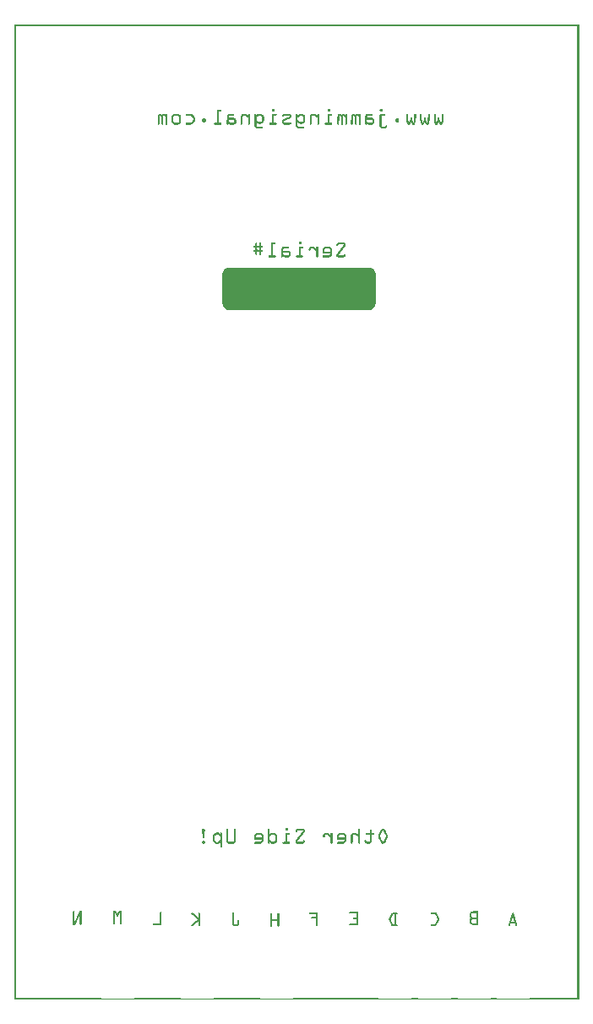
<source format=gbo>
G04 MADE WITH FRITZING*
G04 WWW.FRITZING.ORG*
G04 DOUBLE SIDED*
G04 HOLES PLATED*
G04 CONTOUR ON CENTER OF CONTOUR VECTOR*
%ASAXBY*%
%FSLAX23Y23*%
%MOIN*%
%OFA0B0*%
%SFA1.0B1.0*%
%ADD10R,0.001000X0.001000*%
%LNSILK0*%
G90*
G70*
G54D10*
X0Y3848D02*
X2229Y3848D01*
X0Y3847D02*
X2229Y3847D01*
X0Y3846D02*
X2229Y3846D01*
X0Y3845D02*
X2229Y3845D01*
X0Y3844D02*
X2229Y3844D01*
X0Y3843D02*
X2229Y3843D01*
X0Y3842D02*
X2229Y3842D01*
X0Y3841D02*
X2229Y3841D01*
X0Y3840D02*
X7Y3840D01*
X2222Y3840D02*
X2229Y3840D01*
X0Y3839D02*
X7Y3839D01*
X2222Y3839D02*
X2229Y3839D01*
X0Y3838D02*
X7Y3838D01*
X2222Y3838D02*
X2229Y3838D01*
X0Y3837D02*
X7Y3837D01*
X2222Y3837D02*
X2229Y3837D01*
X0Y3836D02*
X7Y3836D01*
X2222Y3836D02*
X2229Y3836D01*
X0Y3835D02*
X7Y3835D01*
X2222Y3835D02*
X2229Y3835D01*
X0Y3834D02*
X7Y3834D01*
X2222Y3834D02*
X2229Y3834D01*
X0Y3833D02*
X7Y3833D01*
X2222Y3833D02*
X2229Y3833D01*
X0Y3832D02*
X7Y3832D01*
X2222Y3832D02*
X2229Y3832D01*
X0Y3831D02*
X7Y3831D01*
X2222Y3831D02*
X2229Y3831D01*
X0Y3830D02*
X7Y3830D01*
X2222Y3830D02*
X2229Y3830D01*
X0Y3829D02*
X7Y3829D01*
X2222Y3829D02*
X2229Y3829D01*
X0Y3828D02*
X7Y3828D01*
X2222Y3828D02*
X2229Y3828D01*
X0Y3827D02*
X7Y3827D01*
X2222Y3827D02*
X2229Y3827D01*
X0Y3826D02*
X7Y3826D01*
X2222Y3826D02*
X2229Y3826D01*
X0Y3825D02*
X7Y3825D01*
X2222Y3825D02*
X2229Y3825D01*
X0Y3824D02*
X7Y3824D01*
X2222Y3824D02*
X2229Y3824D01*
X0Y3823D02*
X7Y3823D01*
X2222Y3823D02*
X2229Y3823D01*
X0Y3822D02*
X7Y3822D01*
X2222Y3822D02*
X2229Y3822D01*
X0Y3821D02*
X7Y3821D01*
X2222Y3821D02*
X2229Y3821D01*
X0Y3820D02*
X7Y3820D01*
X2222Y3820D02*
X2229Y3820D01*
X0Y3819D02*
X7Y3819D01*
X2222Y3819D02*
X2229Y3819D01*
X0Y3818D02*
X7Y3818D01*
X2222Y3818D02*
X2229Y3818D01*
X0Y3817D02*
X7Y3817D01*
X2222Y3817D02*
X2229Y3817D01*
X0Y3816D02*
X7Y3816D01*
X2222Y3816D02*
X2229Y3816D01*
X0Y3815D02*
X7Y3815D01*
X2222Y3815D02*
X2229Y3815D01*
X0Y3814D02*
X7Y3814D01*
X2222Y3814D02*
X2229Y3814D01*
X0Y3813D02*
X7Y3813D01*
X2222Y3813D02*
X2229Y3813D01*
X0Y3812D02*
X7Y3812D01*
X2222Y3812D02*
X2229Y3812D01*
X0Y3811D02*
X7Y3811D01*
X2222Y3811D02*
X2229Y3811D01*
X0Y3810D02*
X7Y3810D01*
X2222Y3810D02*
X2229Y3810D01*
X0Y3809D02*
X7Y3809D01*
X2222Y3809D02*
X2229Y3809D01*
X0Y3808D02*
X7Y3808D01*
X2222Y3808D02*
X2229Y3808D01*
X0Y3807D02*
X7Y3807D01*
X2222Y3807D02*
X2229Y3807D01*
X0Y3806D02*
X7Y3806D01*
X2222Y3806D02*
X2229Y3806D01*
X0Y3805D02*
X7Y3805D01*
X2222Y3805D02*
X2229Y3805D01*
X0Y3804D02*
X7Y3804D01*
X2222Y3804D02*
X2229Y3804D01*
X0Y3803D02*
X7Y3803D01*
X2222Y3803D02*
X2229Y3803D01*
X0Y3802D02*
X7Y3802D01*
X2222Y3802D02*
X2229Y3802D01*
X0Y3801D02*
X7Y3801D01*
X2222Y3801D02*
X2229Y3801D01*
X0Y3800D02*
X7Y3800D01*
X2222Y3800D02*
X2229Y3800D01*
X0Y3799D02*
X7Y3799D01*
X2222Y3799D02*
X2229Y3799D01*
X0Y3798D02*
X7Y3798D01*
X2222Y3798D02*
X2229Y3798D01*
X0Y3797D02*
X7Y3797D01*
X2222Y3797D02*
X2229Y3797D01*
X0Y3796D02*
X7Y3796D01*
X2222Y3796D02*
X2229Y3796D01*
X0Y3795D02*
X7Y3795D01*
X2222Y3795D02*
X2229Y3795D01*
X0Y3794D02*
X7Y3794D01*
X2222Y3794D02*
X2229Y3794D01*
X0Y3793D02*
X7Y3793D01*
X2222Y3793D02*
X2229Y3793D01*
X0Y3792D02*
X7Y3792D01*
X2222Y3792D02*
X2229Y3792D01*
X0Y3791D02*
X7Y3791D01*
X2222Y3791D02*
X2229Y3791D01*
X0Y3790D02*
X7Y3790D01*
X2222Y3790D02*
X2229Y3790D01*
X0Y3789D02*
X7Y3789D01*
X2222Y3789D02*
X2229Y3789D01*
X0Y3788D02*
X7Y3788D01*
X2222Y3788D02*
X2229Y3788D01*
X0Y3787D02*
X7Y3787D01*
X2222Y3787D02*
X2229Y3787D01*
X0Y3786D02*
X7Y3786D01*
X2222Y3786D02*
X2229Y3786D01*
X0Y3785D02*
X7Y3785D01*
X2222Y3785D02*
X2229Y3785D01*
X0Y3784D02*
X7Y3784D01*
X2222Y3784D02*
X2229Y3784D01*
X0Y3783D02*
X7Y3783D01*
X2222Y3783D02*
X2229Y3783D01*
X0Y3782D02*
X7Y3782D01*
X2222Y3782D02*
X2229Y3782D01*
X0Y3781D02*
X7Y3781D01*
X2222Y3781D02*
X2229Y3781D01*
X0Y3780D02*
X7Y3780D01*
X2222Y3780D02*
X2229Y3780D01*
X0Y3779D02*
X7Y3779D01*
X2222Y3779D02*
X2229Y3779D01*
X0Y3778D02*
X7Y3778D01*
X2222Y3778D02*
X2229Y3778D01*
X0Y3777D02*
X7Y3777D01*
X2222Y3777D02*
X2229Y3777D01*
X0Y3776D02*
X7Y3776D01*
X2222Y3776D02*
X2229Y3776D01*
X0Y3775D02*
X7Y3775D01*
X2222Y3775D02*
X2229Y3775D01*
X0Y3774D02*
X7Y3774D01*
X2222Y3774D02*
X2229Y3774D01*
X0Y3773D02*
X7Y3773D01*
X2222Y3773D02*
X2229Y3773D01*
X0Y3772D02*
X7Y3772D01*
X2222Y3772D02*
X2229Y3772D01*
X0Y3771D02*
X7Y3771D01*
X2222Y3771D02*
X2229Y3771D01*
X0Y3770D02*
X7Y3770D01*
X2222Y3770D02*
X2229Y3770D01*
X0Y3769D02*
X7Y3769D01*
X2222Y3769D02*
X2229Y3769D01*
X0Y3768D02*
X7Y3768D01*
X2222Y3768D02*
X2229Y3768D01*
X0Y3767D02*
X7Y3767D01*
X2222Y3767D02*
X2229Y3767D01*
X0Y3766D02*
X7Y3766D01*
X2222Y3766D02*
X2229Y3766D01*
X0Y3765D02*
X7Y3765D01*
X2222Y3765D02*
X2229Y3765D01*
X0Y3764D02*
X7Y3764D01*
X2222Y3764D02*
X2229Y3764D01*
X0Y3763D02*
X7Y3763D01*
X2222Y3763D02*
X2229Y3763D01*
X0Y3762D02*
X7Y3762D01*
X2222Y3762D02*
X2229Y3762D01*
X0Y3761D02*
X7Y3761D01*
X2222Y3761D02*
X2229Y3761D01*
X0Y3760D02*
X7Y3760D01*
X2222Y3760D02*
X2229Y3760D01*
X0Y3759D02*
X7Y3759D01*
X2222Y3759D02*
X2229Y3759D01*
X0Y3758D02*
X7Y3758D01*
X2222Y3758D02*
X2229Y3758D01*
X0Y3757D02*
X7Y3757D01*
X2222Y3757D02*
X2229Y3757D01*
X0Y3756D02*
X7Y3756D01*
X2222Y3756D02*
X2229Y3756D01*
X0Y3755D02*
X7Y3755D01*
X2222Y3755D02*
X2229Y3755D01*
X0Y3754D02*
X7Y3754D01*
X2222Y3754D02*
X2229Y3754D01*
X0Y3753D02*
X7Y3753D01*
X2222Y3753D02*
X2229Y3753D01*
X0Y3752D02*
X7Y3752D01*
X2222Y3752D02*
X2229Y3752D01*
X0Y3751D02*
X7Y3751D01*
X2222Y3751D02*
X2229Y3751D01*
X0Y3750D02*
X7Y3750D01*
X2222Y3750D02*
X2229Y3750D01*
X0Y3749D02*
X7Y3749D01*
X2222Y3749D02*
X2229Y3749D01*
X0Y3748D02*
X7Y3748D01*
X2222Y3748D02*
X2229Y3748D01*
X0Y3747D02*
X7Y3747D01*
X2222Y3747D02*
X2229Y3747D01*
X0Y3746D02*
X7Y3746D01*
X2222Y3746D02*
X2229Y3746D01*
X0Y3745D02*
X7Y3745D01*
X2222Y3745D02*
X2229Y3745D01*
X0Y3744D02*
X7Y3744D01*
X2222Y3744D02*
X2229Y3744D01*
X0Y3743D02*
X7Y3743D01*
X2222Y3743D02*
X2229Y3743D01*
X0Y3742D02*
X7Y3742D01*
X2222Y3742D02*
X2229Y3742D01*
X0Y3741D02*
X7Y3741D01*
X2222Y3741D02*
X2229Y3741D01*
X0Y3740D02*
X7Y3740D01*
X2222Y3740D02*
X2229Y3740D01*
X0Y3739D02*
X7Y3739D01*
X2222Y3739D02*
X2229Y3739D01*
X0Y3738D02*
X7Y3738D01*
X2222Y3738D02*
X2229Y3738D01*
X0Y3737D02*
X7Y3737D01*
X2222Y3737D02*
X2229Y3737D01*
X0Y3736D02*
X7Y3736D01*
X2222Y3736D02*
X2229Y3736D01*
X0Y3735D02*
X7Y3735D01*
X2222Y3735D02*
X2229Y3735D01*
X0Y3734D02*
X7Y3734D01*
X2222Y3734D02*
X2229Y3734D01*
X0Y3733D02*
X7Y3733D01*
X2222Y3733D02*
X2229Y3733D01*
X0Y3732D02*
X7Y3732D01*
X2222Y3732D02*
X2229Y3732D01*
X0Y3731D02*
X7Y3731D01*
X2222Y3731D02*
X2229Y3731D01*
X0Y3730D02*
X7Y3730D01*
X2222Y3730D02*
X2229Y3730D01*
X0Y3729D02*
X7Y3729D01*
X2222Y3729D02*
X2229Y3729D01*
X0Y3728D02*
X7Y3728D01*
X2222Y3728D02*
X2229Y3728D01*
X0Y3727D02*
X7Y3727D01*
X2222Y3727D02*
X2229Y3727D01*
X0Y3726D02*
X7Y3726D01*
X2222Y3726D02*
X2229Y3726D01*
X0Y3725D02*
X7Y3725D01*
X2222Y3725D02*
X2229Y3725D01*
X0Y3724D02*
X7Y3724D01*
X2222Y3724D02*
X2229Y3724D01*
X0Y3723D02*
X7Y3723D01*
X2222Y3723D02*
X2229Y3723D01*
X0Y3722D02*
X7Y3722D01*
X2222Y3722D02*
X2229Y3722D01*
X0Y3721D02*
X7Y3721D01*
X2222Y3721D02*
X2229Y3721D01*
X0Y3720D02*
X7Y3720D01*
X2222Y3720D02*
X2229Y3720D01*
X0Y3719D02*
X7Y3719D01*
X2222Y3719D02*
X2229Y3719D01*
X0Y3718D02*
X7Y3718D01*
X2222Y3718D02*
X2229Y3718D01*
X0Y3717D02*
X7Y3717D01*
X2222Y3717D02*
X2229Y3717D01*
X0Y3716D02*
X7Y3716D01*
X2222Y3716D02*
X2229Y3716D01*
X0Y3715D02*
X7Y3715D01*
X2222Y3715D02*
X2229Y3715D01*
X0Y3714D02*
X7Y3714D01*
X2222Y3714D02*
X2229Y3714D01*
X0Y3713D02*
X7Y3713D01*
X2222Y3713D02*
X2229Y3713D01*
X0Y3712D02*
X7Y3712D01*
X2222Y3712D02*
X2229Y3712D01*
X0Y3711D02*
X7Y3711D01*
X2222Y3711D02*
X2229Y3711D01*
X0Y3710D02*
X7Y3710D01*
X2222Y3710D02*
X2229Y3710D01*
X0Y3709D02*
X7Y3709D01*
X2222Y3709D02*
X2229Y3709D01*
X0Y3708D02*
X7Y3708D01*
X2222Y3708D02*
X2229Y3708D01*
X0Y3707D02*
X7Y3707D01*
X2222Y3707D02*
X2229Y3707D01*
X0Y3706D02*
X7Y3706D01*
X2222Y3706D02*
X2229Y3706D01*
X0Y3705D02*
X7Y3705D01*
X2222Y3705D02*
X2229Y3705D01*
X0Y3704D02*
X7Y3704D01*
X2222Y3704D02*
X2229Y3704D01*
X0Y3703D02*
X7Y3703D01*
X2222Y3703D02*
X2229Y3703D01*
X0Y3702D02*
X7Y3702D01*
X2222Y3702D02*
X2229Y3702D01*
X0Y3701D02*
X7Y3701D01*
X2222Y3701D02*
X2229Y3701D01*
X0Y3700D02*
X7Y3700D01*
X2222Y3700D02*
X2229Y3700D01*
X0Y3699D02*
X7Y3699D01*
X2222Y3699D02*
X2229Y3699D01*
X0Y3698D02*
X7Y3698D01*
X2222Y3698D02*
X2229Y3698D01*
X0Y3697D02*
X7Y3697D01*
X2222Y3697D02*
X2229Y3697D01*
X0Y3696D02*
X7Y3696D01*
X2222Y3696D02*
X2229Y3696D01*
X0Y3695D02*
X7Y3695D01*
X2222Y3695D02*
X2229Y3695D01*
X0Y3694D02*
X7Y3694D01*
X2222Y3694D02*
X2229Y3694D01*
X0Y3693D02*
X7Y3693D01*
X2222Y3693D02*
X2229Y3693D01*
X0Y3692D02*
X7Y3692D01*
X2222Y3692D02*
X2229Y3692D01*
X0Y3691D02*
X7Y3691D01*
X2222Y3691D02*
X2229Y3691D01*
X0Y3690D02*
X7Y3690D01*
X2222Y3690D02*
X2229Y3690D01*
X0Y3689D02*
X7Y3689D01*
X2222Y3689D02*
X2229Y3689D01*
X0Y3688D02*
X7Y3688D01*
X2222Y3688D02*
X2229Y3688D01*
X0Y3687D02*
X7Y3687D01*
X2222Y3687D02*
X2229Y3687D01*
X0Y3686D02*
X7Y3686D01*
X2222Y3686D02*
X2229Y3686D01*
X0Y3685D02*
X7Y3685D01*
X2222Y3685D02*
X2229Y3685D01*
X0Y3684D02*
X7Y3684D01*
X2222Y3684D02*
X2229Y3684D01*
X0Y3683D02*
X7Y3683D01*
X2222Y3683D02*
X2229Y3683D01*
X0Y3682D02*
X7Y3682D01*
X2222Y3682D02*
X2229Y3682D01*
X0Y3681D02*
X7Y3681D01*
X2222Y3681D02*
X2229Y3681D01*
X0Y3680D02*
X7Y3680D01*
X2222Y3680D02*
X2229Y3680D01*
X0Y3679D02*
X7Y3679D01*
X2222Y3679D02*
X2229Y3679D01*
X0Y3678D02*
X7Y3678D01*
X2222Y3678D02*
X2229Y3678D01*
X0Y3677D02*
X7Y3677D01*
X2222Y3677D02*
X2229Y3677D01*
X0Y3676D02*
X7Y3676D01*
X2222Y3676D02*
X2229Y3676D01*
X0Y3675D02*
X7Y3675D01*
X2222Y3675D02*
X2229Y3675D01*
X0Y3674D02*
X7Y3674D01*
X2222Y3674D02*
X2229Y3674D01*
X0Y3673D02*
X7Y3673D01*
X2222Y3673D02*
X2229Y3673D01*
X0Y3672D02*
X7Y3672D01*
X2222Y3672D02*
X2229Y3672D01*
X0Y3671D02*
X7Y3671D01*
X2222Y3671D02*
X2229Y3671D01*
X0Y3670D02*
X7Y3670D01*
X2222Y3670D02*
X2229Y3670D01*
X0Y3669D02*
X7Y3669D01*
X2222Y3669D02*
X2229Y3669D01*
X0Y3668D02*
X7Y3668D01*
X2222Y3668D02*
X2229Y3668D01*
X0Y3667D02*
X7Y3667D01*
X2222Y3667D02*
X2229Y3667D01*
X0Y3666D02*
X7Y3666D01*
X2222Y3666D02*
X2229Y3666D01*
X0Y3665D02*
X7Y3665D01*
X2222Y3665D02*
X2229Y3665D01*
X0Y3664D02*
X7Y3664D01*
X2222Y3664D02*
X2229Y3664D01*
X0Y3663D02*
X7Y3663D01*
X2222Y3663D02*
X2229Y3663D01*
X0Y3662D02*
X7Y3662D01*
X2222Y3662D02*
X2229Y3662D01*
X0Y3661D02*
X7Y3661D01*
X2222Y3661D02*
X2229Y3661D01*
X0Y3660D02*
X7Y3660D01*
X2222Y3660D02*
X2229Y3660D01*
X0Y3659D02*
X7Y3659D01*
X2222Y3659D02*
X2229Y3659D01*
X0Y3658D02*
X7Y3658D01*
X2222Y3658D02*
X2229Y3658D01*
X0Y3657D02*
X7Y3657D01*
X2222Y3657D02*
X2229Y3657D01*
X0Y3656D02*
X7Y3656D01*
X2222Y3656D02*
X2229Y3656D01*
X0Y3655D02*
X7Y3655D01*
X2222Y3655D02*
X2229Y3655D01*
X0Y3654D02*
X7Y3654D01*
X2222Y3654D02*
X2229Y3654D01*
X0Y3653D02*
X7Y3653D01*
X2222Y3653D02*
X2229Y3653D01*
X0Y3652D02*
X7Y3652D01*
X2222Y3652D02*
X2229Y3652D01*
X0Y3651D02*
X7Y3651D01*
X2222Y3651D02*
X2229Y3651D01*
X0Y3650D02*
X7Y3650D01*
X2222Y3650D02*
X2229Y3650D01*
X0Y3649D02*
X7Y3649D01*
X2222Y3649D02*
X2229Y3649D01*
X0Y3648D02*
X7Y3648D01*
X2222Y3648D02*
X2229Y3648D01*
X0Y3647D02*
X7Y3647D01*
X2222Y3647D02*
X2229Y3647D01*
X0Y3646D02*
X7Y3646D01*
X2222Y3646D02*
X2229Y3646D01*
X0Y3645D02*
X7Y3645D01*
X2222Y3645D02*
X2229Y3645D01*
X0Y3644D02*
X7Y3644D01*
X2222Y3644D02*
X2229Y3644D01*
X0Y3643D02*
X7Y3643D01*
X2222Y3643D02*
X2229Y3643D01*
X0Y3642D02*
X7Y3642D01*
X2222Y3642D02*
X2229Y3642D01*
X0Y3641D02*
X7Y3641D01*
X2222Y3641D02*
X2229Y3641D01*
X0Y3640D02*
X7Y3640D01*
X2222Y3640D02*
X2229Y3640D01*
X0Y3639D02*
X7Y3639D01*
X2222Y3639D02*
X2229Y3639D01*
X0Y3638D02*
X7Y3638D01*
X2222Y3638D02*
X2229Y3638D01*
X0Y3637D02*
X7Y3637D01*
X2222Y3637D02*
X2229Y3637D01*
X0Y3636D02*
X7Y3636D01*
X2222Y3636D02*
X2229Y3636D01*
X0Y3635D02*
X7Y3635D01*
X2222Y3635D02*
X2229Y3635D01*
X0Y3634D02*
X7Y3634D01*
X2222Y3634D02*
X2229Y3634D01*
X0Y3633D02*
X7Y3633D01*
X2222Y3633D02*
X2229Y3633D01*
X0Y3632D02*
X7Y3632D01*
X2222Y3632D02*
X2229Y3632D01*
X0Y3631D02*
X7Y3631D01*
X2222Y3631D02*
X2229Y3631D01*
X0Y3630D02*
X7Y3630D01*
X2222Y3630D02*
X2229Y3630D01*
X0Y3629D02*
X7Y3629D01*
X2222Y3629D02*
X2229Y3629D01*
X0Y3628D02*
X7Y3628D01*
X2222Y3628D02*
X2229Y3628D01*
X0Y3627D02*
X7Y3627D01*
X2222Y3627D02*
X2229Y3627D01*
X0Y3626D02*
X7Y3626D01*
X2222Y3626D02*
X2229Y3626D01*
X0Y3625D02*
X7Y3625D01*
X2222Y3625D02*
X2229Y3625D01*
X0Y3624D02*
X7Y3624D01*
X2222Y3624D02*
X2229Y3624D01*
X0Y3623D02*
X7Y3623D01*
X2222Y3623D02*
X2229Y3623D01*
X0Y3622D02*
X7Y3622D01*
X2222Y3622D02*
X2229Y3622D01*
X0Y3621D02*
X7Y3621D01*
X2222Y3621D02*
X2229Y3621D01*
X0Y3620D02*
X7Y3620D01*
X2222Y3620D02*
X2229Y3620D01*
X0Y3619D02*
X7Y3619D01*
X2222Y3619D02*
X2229Y3619D01*
X0Y3618D02*
X7Y3618D01*
X2222Y3618D02*
X2229Y3618D01*
X0Y3617D02*
X7Y3617D01*
X2222Y3617D02*
X2229Y3617D01*
X0Y3616D02*
X7Y3616D01*
X2222Y3616D02*
X2229Y3616D01*
X0Y3615D02*
X7Y3615D01*
X2222Y3615D02*
X2229Y3615D01*
X0Y3614D02*
X7Y3614D01*
X2222Y3614D02*
X2229Y3614D01*
X0Y3613D02*
X7Y3613D01*
X2222Y3613D02*
X2229Y3613D01*
X0Y3612D02*
X7Y3612D01*
X2222Y3612D02*
X2229Y3612D01*
X0Y3611D02*
X7Y3611D01*
X2222Y3611D02*
X2229Y3611D01*
X0Y3610D02*
X7Y3610D01*
X2222Y3610D02*
X2229Y3610D01*
X0Y3609D02*
X7Y3609D01*
X2222Y3609D02*
X2229Y3609D01*
X0Y3608D02*
X7Y3608D01*
X2222Y3608D02*
X2229Y3608D01*
X0Y3607D02*
X7Y3607D01*
X2222Y3607D02*
X2229Y3607D01*
X0Y3606D02*
X7Y3606D01*
X2222Y3606D02*
X2229Y3606D01*
X0Y3605D02*
X7Y3605D01*
X2222Y3605D02*
X2229Y3605D01*
X0Y3604D02*
X7Y3604D01*
X2222Y3604D02*
X2229Y3604D01*
X0Y3603D02*
X7Y3603D01*
X2222Y3603D02*
X2229Y3603D01*
X0Y3602D02*
X7Y3602D01*
X2222Y3602D02*
X2229Y3602D01*
X0Y3601D02*
X7Y3601D01*
X2222Y3601D02*
X2229Y3601D01*
X0Y3600D02*
X7Y3600D01*
X2222Y3600D02*
X2229Y3600D01*
X0Y3599D02*
X7Y3599D01*
X2222Y3599D02*
X2229Y3599D01*
X0Y3598D02*
X7Y3598D01*
X2222Y3598D02*
X2229Y3598D01*
X0Y3597D02*
X7Y3597D01*
X2222Y3597D02*
X2229Y3597D01*
X0Y3596D02*
X7Y3596D01*
X2222Y3596D02*
X2229Y3596D01*
X0Y3595D02*
X7Y3595D01*
X2222Y3595D02*
X2229Y3595D01*
X0Y3594D02*
X7Y3594D01*
X2222Y3594D02*
X2229Y3594D01*
X0Y3593D02*
X7Y3593D01*
X2222Y3593D02*
X2229Y3593D01*
X0Y3592D02*
X7Y3592D01*
X2222Y3592D02*
X2229Y3592D01*
X0Y3591D02*
X7Y3591D01*
X2222Y3591D02*
X2229Y3591D01*
X0Y3590D02*
X7Y3590D01*
X2222Y3590D02*
X2229Y3590D01*
X0Y3589D02*
X7Y3589D01*
X2222Y3589D02*
X2229Y3589D01*
X0Y3588D02*
X7Y3588D01*
X2222Y3588D02*
X2229Y3588D01*
X0Y3587D02*
X7Y3587D01*
X2222Y3587D02*
X2229Y3587D01*
X0Y3586D02*
X7Y3586D01*
X2222Y3586D02*
X2229Y3586D01*
X0Y3585D02*
X7Y3585D01*
X2222Y3585D02*
X2229Y3585D01*
X0Y3584D02*
X7Y3584D01*
X2222Y3584D02*
X2229Y3584D01*
X0Y3583D02*
X7Y3583D01*
X2222Y3583D02*
X2229Y3583D01*
X0Y3582D02*
X7Y3582D01*
X2222Y3582D02*
X2229Y3582D01*
X0Y3581D02*
X7Y3581D01*
X2222Y3581D02*
X2229Y3581D01*
X0Y3580D02*
X7Y3580D01*
X2222Y3580D02*
X2229Y3580D01*
X0Y3579D02*
X7Y3579D01*
X2222Y3579D02*
X2229Y3579D01*
X0Y3578D02*
X7Y3578D01*
X2222Y3578D02*
X2229Y3578D01*
X0Y3577D02*
X7Y3577D01*
X2222Y3577D02*
X2229Y3577D01*
X0Y3576D02*
X7Y3576D01*
X2222Y3576D02*
X2229Y3576D01*
X0Y3575D02*
X7Y3575D01*
X2222Y3575D02*
X2229Y3575D01*
X0Y3574D02*
X7Y3574D01*
X2222Y3574D02*
X2229Y3574D01*
X0Y3573D02*
X7Y3573D01*
X2222Y3573D02*
X2229Y3573D01*
X0Y3572D02*
X7Y3572D01*
X2222Y3572D02*
X2229Y3572D01*
X0Y3571D02*
X7Y3571D01*
X2222Y3571D02*
X2229Y3571D01*
X0Y3570D02*
X7Y3570D01*
X2222Y3570D02*
X2229Y3570D01*
X0Y3569D02*
X7Y3569D01*
X2222Y3569D02*
X2229Y3569D01*
X0Y3568D02*
X7Y3568D01*
X2222Y3568D02*
X2229Y3568D01*
X0Y3567D02*
X7Y3567D01*
X2222Y3567D02*
X2229Y3567D01*
X0Y3566D02*
X7Y3566D01*
X2222Y3566D02*
X2229Y3566D01*
X0Y3565D02*
X7Y3565D01*
X2222Y3565D02*
X2229Y3565D01*
X0Y3564D02*
X7Y3564D01*
X2222Y3564D02*
X2229Y3564D01*
X0Y3563D02*
X7Y3563D01*
X2222Y3563D02*
X2229Y3563D01*
X0Y3562D02*
X7Y3562D01*
X2222Y3562D02*
X2229Y3562D01*
X0Y3561D02*
X7Y3561D01*
X2222Y3561D02*
X2229Y3561D01*
X0Y3560D02*
X7Y3560D01*
X2222Y3560D02*
X2229Y3560D01*
X0Y3559D02*
X7Y3559D01*
X2222Y3559D02*
X2229Y3559D01*
X0Y3558D02*
X7Y3558D01*
X2222Y3558D02*
X2229Y3558D01*
X0Y3557D02*
X7Y3557D01*
X2222Y3557D02*
X2229Y3557D01*
X0Y3556D02*
X7Y3556D01*
X2222Y3556D02*
X2229Y3556D01*
X0Y3555D02*
X7Y3555D01*
X2222Y3555D02*
X2229Y3555D01*
X0Y3554D02*
X7Y3554D01*
X2222Y3554D02*
X2229Y3554D01*
X0Y3553D02*
X7Y3553D01*
X2222Y3553D02*
X2229Y3553D01*
X0Y3552D02*
X7Y3552D01*
X2222Y3552D02*
X2229Y3552D01*
X0Y3551D02*
X7Y3551D01*
X2222Y3551D02*
X2229Y3551D01*
X0Y3550D02*
X7Y3550D01*
X2222Y3550D02*
X2229Y3550D01*
X0Y3549D02*
X7Y3549D01*
X2222Y3549D02*
X2229Y3549D01*
X0Y3548D02*
X7Y3548D01*
X2222Y3548D02*
X2229Y3548D01*
X0Y3547D02*
X7Y3547D01*
X2222Y3547D02*
X2229Y3547D01*
X0Y3546D02*
X7Y3546D01*
X2222Y3546D02*
X2229Y3546D01*
X0Y3545D02*
X7Y3545D01*
X2222Y3545D02*
X2229Y3545D01*
X0Y3544D02*
X7Y3544D01*
X2222Y3544D02*
X2229Y3544D01*
X0Y3543D02*
X7Y3543D01*
X2222Y3543D02*
X2229Y3543D01*
X0Y3542D02*
X7Y3542D01*
X2222Y3542D02*
X2229Y3542D01*
X0Y3541D02*
X7Y3541D01*
X2222Y3541D02*
X2229Y3541D01*
X0Y3540D02*
X7Y3540D01*
X2222Y3540D02*
X2229Y3540D01*
X0Y3539D02*
X7Y3539D01*
X2222Y3539D02*
X2229Y3539D01*
X0Y3538D02*
X7Y3538D01*
X2222Y3538D02*
X2229Y3538D01*
X0Y3537D02*
X7Y3537D01*
X2222Y3537D02*
X2229Y3537D01*
X0Y3536D02*
X7Y3536D01*
X2222Y3536D02*
X2229Y3536D01*
X0Y3535D02*
X7Y3535D01*
X2222Y3535D02*
X2229Y3535D01*
X0Y3534D02*
X7Y3534D01*
X2222Y3534D02*
X2229Y3534D01*
X0Y3533D02*
X7Y3533D01*
X2222Y3533D02*
X2229Y3533D01*
X0Y3532D02*
X7Y3532D01*
X2222Y3532D02*
X2229Y3532D01*
X0Y3531D02*
X7Y3531D01*
X2222Y3531D02*
X2229Y3531D01*
X0Y3530D02*
X7Y3530D01*
X2222Y3530D02*
X2229Y3530D01*
X0Y3529D02*
X7Y3529D01*
X2222Y3529D02*
X2229Y3529D01*
X0Y3528D02*
X7Y3528D01*
X2222Y3528D02*
X2229Y3528D01*
X0Y3527D02*
X7Y3527D01*
X2222Y3527D02*
X2229Y3527D01*
X0Y3526D02*
X7Y3526D01*
X2222Y3526D02*
X2229Y3526D01*
X0Y3525D02*
X7Y3525D01*
X2222Y3525D02*
X2229Y3525D01*
X0Y3524D02*
X7Y3524D01*
X2222Y3524D02*
X2229Y3524D01*
X0Y3523D02*
X7Y3523D01*
X2222Y3523D02*
X2229Y3523D01*
X0Y3522D02*
X7Y3522D01*
X2222Y3522D02*
X2229Y3522D01*
X0Y3521D02*
X7Y3521D01*
X2222Y3521D02*
X2229Y3521D01*
X0Y3520D02*
X7Y3520D01*
X2222Y3520D02*
X2229Y3520D01*
X0Y3519D02*
X7Y3519D01*
X2222Y3519D02*
X2229Y3519D01*
X0Y3518D02*
X7Y3518D01*
X2222Y3518D02*
X2229Y3518D01*
X0Y3517D02*
X7Y3517D01*
X2222Y3517D02*
X2229Y3517D01*
X0Y3516D02*
X7Y3516D01*
X2222Y3516D02*
X2229Y3516D01*
X0Y3515D02*
X7Y3515D01*
X2222Y3515D02*
X2229Y3515D01*
X0Y3514D02*
X7Y3514D01*
X1019Y3514D02*
X1026Y3514D01*
X1237Y3514D02*
X1244Y3514D01*
X1444Y3514D02*
X1451Y3514D01*
X2222Y3514D02*
X2229Y3514D01*
X0Y3513D02*
X7Y3513D01*
X1018Y3513D02*
X1027Y3513D01*
X1236Y3513D02*
X1245Y3513D01*
X1443Y3513D02*
X1452Y3513D01*
X2222Y3513D02*
X2229Y3513D01*
X0Y3512D02*
X7Y3512D01*
X1018Y3512D02*
X1028Y3512D01*
X1236Y3512D02*
X1246Y3512D01*
X1443Y3512D02*
X1452Y3512D01*
X2222Y3512D02*
X2229Y3512D01*
X0Y3511D02*
X7Y3511D01*
X802Y3511D02*
X815Y3511D01*
X1018Y3511D02*
X1028Y3511D01*
X1236Y3511D02*
X1246Y3511D01*
X1442Y3511D02*
X1453Y3511D01*
X2222Y3511D02*
X2229Y3511D01*
X0Y3510D02*
X7Y3510D01*
X801Y3510D02*
X817Y3510D01*
X1018Y3510D02*
X1028Y3510D01*
X1236Y3510D02*
X1246Y3510D01*
X1442Y3510D02*
X1453Y3510D01*
X2222Y3510D02*
X2229Y3510D01*
X0Y3509D02*
X7Y3509D01*
X800Y3509D02*
X817Y3509D01*
X1018Y3509D02*
X1028Y3509D01*
X1236Y3509D02*
X1246Y3509D01*
X1442Y3509D02*
X1453Y3509D01*
X2222Y3509D02*
X2229Y3509D01*
X0Y3508D02*
X7Y3508D01*
X800Y3508D02*
X817Y3508D01*
X1018Y3508D02*
X1028Y3508D01*
X1236Y3508D02*
X1246Y3508D01*
X1442Y3508D02*
X1453Y3508D01*
X2222Y3508D02*
X2229Y3508D01*
X0Y3507D02*
X7Y3507D01*
X800Y3507D02*
X817Y3507D01*
X1018Y3507D02*
X1028Y3507D01*
X1236Y3507D02*
X1246Y3507D01*
X1442Y3507D02*
X1453Y3507D01*
X2222Y3507D02*
X2229Y3507D01*
X0Y3506D02*
X7Y3506D01*
X800Y3506D02*
X817Y3506D01*
X1018Y3506D02*
X1028Y3506D01*
X1236Y3506D02*
X1246Y3506D01*
X1443Y3506D02*
X1452Y3506D01*
X2222Y3506D02*
X2229Y3506D01*
X0Y3505D02*
X7Y3505D01*
X800Y3505D02*
X816Y3505D01*
X1019Y3505D02*
X1027Y3505D01*
X1237Y3505D02*
X1245Y3505D01*
X1443Y3505D02*
X1452Y3505D01*
X2222Y3505D02*
X2229Y3505D01*
X0Y3504D02*
X7Y3504D01*
X800Y3504D02*
X815Y3504D01*
X1020Y3504D02*
X1025Y3504D01*
X1238Y3504D02*
X1243Y3504D01*
X1445Y3504D02*
X1450Y3504D01*
X2222Y3504D02*
X2229Y3504D01*
X0Y3503D02*
X7Y3503D01*
X800Y3503D02*
X806Y3503D01*
X2222Y3503D02*
X2229Y3503D01*
X0Y3502D02*
X7Y3502D01*
X800Y3502D02*
X806Y3502D01*
X2222Y3502D02*
X2229Y3502D01*
X0Y3501D02*
X7Y3501D01*
X800Y3501D02*
X806Y3501D01*
X2222Y3501D02*
X2229Y3501D01*
X0Y3500D02*
X7Y3500D01*
X800Y3500D02*
X806Y3500D01*
X2222Y3500D02*
X2229Y3500D01*
X0Y3499D02*
X7Y3499D01*
X800Y3499D02*
X806Y3499D01*
X2222Y3499D02*
X2229Y3499D01*
X0Y3498D02*
X7Y3498D01*
X800Y3498D02*
X806Y3498D01*
X2222Y3498D02*
X2229Y3498D01*
X0Y3497D02*
X7Y3497D01*
X800Y3497D02*
X806Y3497D01*
X2222Y3497D02*
X2229Y3497D01*
X0Y3496D02*
X7Y3496D01*
X800Y3496D02*
X806Y3496D01*
X2222Y3496D02*
X2229Y3496D01*
X0Y3495D02*
X7Y3495D01*
X575Y3495D02*
X577Y3495D01*
X588Y3495D02*
X592Y3495D01*
X600Y3495D02*
X602Y3495D01*
X632Y3495D02*
X646Y3495D01*
X678Y3495D02*
X697Y3495D01*
X800Y3495D02*
X806Y3495D01*
X849Y3495D02*
X866Y3495D01*
X903Y3495D02*
X912Y3495D01*
X926Y3495D02*
X928Y3495D01*
X950Y3495D02*
X952Y3495D01*
X963Y3495D02*
X973Y3495D01*
X1020Y3495D02*
X1033Y3495D01*
X1065Y3495D02*
X1086Y3495D01*
X1114Y3495D02*
X1116Y3495D01*
X1127Y3495D02*
X1137Y3495D01*
X1176Y3495D02*
X1184Y3495D01*
X1198Y3495D02*
X1200Y3495D01*
X1238Y3495D02*
X1251Y3495D01*
X1283Y3495D02*
X1285Y3495D01*
X1297Y3495D02*
X1301Y3495D01*
X1308Y3495D02*
X1310Y3495D01*
X1338Y3495D02*
X1340Y3495D01*
X1351Y3495D02*
X1355Y3495D01*
X1363Y3495D02*
X1364Y3495D01*
X1394Y3495D02*
X1411Y3495D01*
X1445Y3495D02*
X1462Y3495D01*
X1549Y3495D02*
X1551Y3495D01*
X1581Y3495D02*
X1583Y3495D01*
X1604Y3495D02*
X1606Y3495D01*
X1635Y3495D02*
X1637Y3495D01*
X1658Y3495D02*
X1660Y3495D01*
X1690Y3495D02*
X1692Y3495D01*
X2222Y3495D02*
X2229Y3495D01*
X0Y3494D02*
X7Y3494D01*
X572Y3494D02*
X580Y3494D01*
X586Y3494D02*
X595Y3494D01*
X598Y3494D02*
X603Y3494D01*
X630Y3494D02*
X649Y3494D01*
X677Y3494D02*
X700Y3494D01*
X800Y3494D02*
X806Y3494D01*
X846Y3494D02*
X867Y3494D01*
X901Y3494D02*
X914Y3494D01*
X925Y3494D02*
X929Y3494D01*
X949Y3494D02*
X954Y3494D01*
X961Y3494D02*
X976Y3494D01*
X1019Y3494D02*
X1034Y3494D01*
X1062Y3494D02*
X1088Y3494D01*
X1113Y3494D02*
X1117Y3494D01*
X1124Y3494D02*
X1139Y3494D01*
X1173Y3494D02*
X1187Y3494D01*
X1197Y3494D02*
X1202Y3494D01*
X1237Y3494D02*
X1252Y3494D01*
X1280Y3494D02*
X1288Y3494D01*
X1295Y3494D02*
X1303Y3494D01*
X1307Y3494D02*
X1311Y3494D01*
X1335Y3494D02*
X1342Y3494D01*
X1349Y3494D02*
X1358Y3494D01*
X1361Y3494D02*
X1366Y3494D01*
X1391Y3494D02*
X1412Y3494D01*
X1443Y3494D02*
X1463Y3494D01*
X1548Y3494D02*
X1552Y3494D01*
X1579Y3494D02*
X1584Y3494D01*
X1602Y3494D02*
X1607Y3494D01*
X1634Y3494D02*
X1638Y3494D01*
X1657Y3494D02*
X1661Y3494D01*
X1688Y3494D02*
X1693Y3494D01*
X2222Y3494D02*
X2229Y3494D01*
X0Y3493D02*
X7Y3493D01*
X570Y3493D02*
X581Y3493D01*
X585Y3493D02*
X603Y3493D01*
X628Y3493D02*
X650Y3493D01*
X676Y3493D02*
X702Y3493D01*
X800Y3493D02*
X806Y3493D01*
X844Y3493D02*
X868Y3493D01*
X899Y3493D02*
X916Y3493D01*
X924Y3493D02*
X930Y3493D01*
X948Y3493D02*
X954Y3493D01*
X959Y3493D02*
X977Y3493D01*
X1018Y3493D02*
X1035Y3493D01*
X1061Y3493D02*
X1089Y3493D01*
X1112Y3493D02*
X1118Y3493D01*
X1123Y3493D02*
X1141Y3493D01*
X1171Y3493D02*
X1189Y3493D01*
X1196Y3493D02*
X1202Y3493D01*
X1236Y3493D02*
X1253Y3493D01*
X1279Y3493D02*
X1289Y3493D01*
X1293Y3493D02*
X1304Y3493D01*
X1306Y3493D02*
X1312Y3493D01*
X1333Y3493D02*
X1344Y3493D01*
X1348Y3493D02*
X1366Y3493D01*
X1389Y3493D02*
X1413Y3493D01*
X1443Y3493D02*
X1464Y3493D01*
X1547Y3493D02*
X1553Y3493D01*
X1579Y3493D02*
X1585Y3493D01*
X1602Y3493D02*
X1607Y3493D01*
X1633Y3493D02*
X1639Y3493D01*
X1656Y3493D02*
X1662Y3493D01*
X1688Y3493D02*
X1694Y3493D01*
X2222Y3493D02*
X2229Y3493D01*
X0Y3492D02*
X7Y3492D01*
X569Y3492D02*
X582Y3492D01*
X584Y3492D02*
X604Y3492D01*
X627Y3492D02*
X652Y3492D01*
X676Y3492D02*
X703Y3492D01*
X800Y3492D02*
X806Y3492D01*
X843Y3492D02*
X868Y3492D01*
X898Y3492D02*
X918Y3492D01*
X924Y3492D02*
X930Y3492D01*
X948Y3492D02*
X955Y3492D01*
X958Y3492D02*
X979Y3492D01*
X1018Y3492D02*
X1035Y3492D01*
X1060Y3492D02*
X1090Y3492D01*
X1112Y3492D02*
X1118Y3492D01*
X1121Y3492D02*
X1142Y3492D01*
X1170Y3492D02*
X1190Y3492D01*
X1196Y3492D02*
X1203Y3492D01*
X1236Y3492D02*
X1253Y3492D01*
X1278Y3492D02*
X1312Y3492D01*
X1332Y3492D02*
X1345Y3492D01*
X1347Y3492D02*
X1367Y3492D01*
X1388Y3492D02*
X1413Y3492D01*
X1442Y3492D02*
X1464Y3492D01*
X1547Y3492D02*
X1553Y3492D01*
X1578Y3492D02*
X1585Y3492D01*
X1601Y3492D02*
X1608Y3492D01*
X1633Y3492D02*
X1639Y3492D01*
X1656Y3492D02*
X1662Y3492D01*
X1687Y3492D02*
X1694Y3492D01*
X2222Y3492D02*
X2229Y3492D01*
X0Y3491D02*
X7Y3491D01*
X569Y3491D02*
X604Y3491D01*
X626Y3491D02*
X653Y3491D01*
X676Y3491D02*
X704Y3491D01*
X800Y3491D02*
X806Y3491D01*
X842Y3491D02*
X868Y3491D01*
X897Y3491D02*
X919Y3491D01*
X924Y3491D02*
X930Y3491D01*
X948Y3491D02*
X955Y3491D01*
X957Y3491D02*
X980Y3491D01*
X1018Y3491D02*
X1035Y3491D01*
X1059Y3491D02*
X1091Y3491D01*
X1111Y3491D02*
X1118Y3491D01*
X1120Y3491D02*
X1143Y3491D01*
X1169Y3491D02*
X1192Y3491D01*
X1196Y3491D02*
X1203Y3491D01*
X1236Y3491D02*
X1253Y3491D01*
X1277Y3491D02*
X1312Y3491D01*
X1332Y3491D02*
X1367Y3491D01*
X1387Y3491D02*
X1413Y3491D01*
X1442Y3491D02*
X1464Y3491D01*
X1547Y3491D02*
X1553Y3491D01*
X1578Y3491D02*
X1585Y3491D01*
X1601Y3491D02*
X1608Y3491D01*
X1633Y3491D02*
X1639Y3491D01*
X1656Y3491D02*
X1662Y3491D01*
X1687Y3491D02*
X1694Y3491D01*
X2222Y3491D02*
X2229Y3491D01*
X0Y3490D02*
X7Y3490D01*
X568Y3490D02*
X604Y3490D01*
X625Y3490D02*
X654Y3490D01*
X676Y3490D02*
X705Y3490D01*
X800Y3490D02*
X806Y3490D01*
X842Y3490D02*
X868Y3490D01*
X896Y3490D02*
X921Y3490D01*
X924Y3490D02*
X930Y3490D01*
X948Y3490D02*
X981Y3490D01*
X1018Y3490D02*
X1035Y3490D01*
X1058Y3490D02*
X1092Y3490D01*
X1111Y3490D02*
X1144Y3490D01*
X1169Y3490D02*
X1193Y3490D01*
X1196Y3490D02*
X1203Y3490D01*
X1236Y3490D02*
X1253Y3490D01*
X1276Y3490D02*
X1312Y3490D01*
X1331Y3490D02*
X1367Y3490D01*
X1387Y3490D02*
X1413Y3490D01*
X1442Y3490D02*
X1464Y3490D01*
X1547Y3490D02*
X1553Y3490D01*
X1578Y3490D02*
X1585Y3490D01*
X1601Y3490D02*
X1608Y3490D01*
X1633Y3490D02*
X1639Y3490D01*
X1656Y3490D02*
X1662Y3490D01*
X1687Y3490D02*
X1694Y3490D01*
X2222Y3490D02*
X2229Y3490D01*
X0Y3489D02*
X7Y3489D01*
X568Y3489D02*
X604Y3489D01*
X624Y3489D02*
X655Y3489D01*
X677Y3489D02*
X706Y3489D01*
X800Y3489D02*
X806Y3489D01*
X841Y3489D02*
X867Y3489D01*
X896Y3489D02*
X930Y3489D01*
X948Y3489D02*
X982Y3489D01*
X1018Y3489D02*
X1034Y3489D01*
X1058Y3489D02*
X1092Y3489D01*
X1111Y3489D02*
X1145Y3489D01*
X1168Y3489D02*
X1203Y3489D01*
X1236Y3489D02*
X1252Y3489D01*
X1276Y3489D02*
X1312Y3489D01*
X1331Y3489D02*
X1367Y3489D01*
X1386Y3489D02*
X1412Y3489D01*
X1442Y3489D02*
X1463Y3489D01*
X1547Y3489D02*
X1553Y3489D01*
X1578Y3489D02*
X1585Y3489D01*
X1601Y3489D02*
X1608Y3489D01*
X1633Y3489D02*
X1639Y3489D01*
X1656Y3489D02*
X1662Y3489D01*
X1687Y3489D02*
X1694Y3489D01*
X2222Y3489D02*
X2229Y3489D01*
X0Y3488D02*
X7Y3488D01*
X567Y3488D02*
X604Y3488D01*
X623Y3488D02*
X656Y3488D01*
X678Y3488D02*
X707Y3488D01*
X800Y3488D02*
X806Y3488D01*
X841Y3488D02*
X866Y3488D01*
X895Y3488D02*
X930Y3488D01*
X948Y3488D02*
X983Y3488D01*
X1018Y3488D02*
X1033Y3488D01*
X1058Y3488D02*
X1093Y3488D01*
X1111Y3488D02*
X1146Y3488D01*
X1168Y3488D02*
X1203Y3488D01*
X1236Y3488D02*
X1251Y3488D01*
X1276Y3488D02*
X1312Y3488D01*
X1330Y3488D02*
X1367Y3488D01*
X1386Y3488D02*
X1411Y3488D01*
X1442Y3488D02*
X1461Y3488D01*
X1547Y3488D02*
X1553Y3488D01*
X1578Y3488D02*
X1585Y3488D01*
X1601Y3488D02*
X1608Y3488D01*
X1633Y3488D02*
X1639Y3488D01*
X1656Y3488D02*
X1662Y3488D01*
X1687Y3488D02*
X1694Y3488D01*
X2222Y3488D02*
X2229Y3488D01*
X0Y3487D02*
X7Y3487D01*
X567Y3487D02*
X574Y3487D01*
X577Y3487D02*
X589Y3487D01*
X592Y3487D02*
X604Y3487D01*
X622Y3487D02*
X632Y3487D01*
X647Y3487D02*
X656Y3487D01*
X697Y3487D02*
X708Y3487D01*
X800Y3487D02*
X806Y3487D01*
X840Y3487D02*
X848Y3487D01*
X895Y3487D02*
X903Y3487D01*
X912Y3487D02*
X930Y3487D01*
X948Y3487D02*
X963Y3487D01*
X974Y3487D02*
X983Y3487D01*
X1018Y3487D02*
X1024Y3487D01*
X1058Y3487D02*
X1065Y3487D01*
X1086Y3487D02*
X1093Y3487D01*
X1111Y3487D02*
X1126Y3487D01*
X1137Y3487D02*
X1147Y3487D01*
X1167Y3487D02*
X1175Y3487D01*
X1185Y3487D02*
X1203Y3487D01*
X1236Y3487D02*
X1242Y3487D01*
X1276Y3487D02*
X1282Y3487D01*
X1286Y3487D02*
X1297Y3487D01*
X1301Y3487D02*
X1312Y3487D01*
X1330Y3487D02*
X1337Y3487D01*
X1340Y3487D02*
X1351Y3487D01*
X1355Y3487D02*
X1367Y3487D01*
X1385Y3487D02*
X1393Y3487D01*
X1442Y3487D02*
X1449Y3487D01*
X1547Y3487D02*
X1554Y3487D01*
X1578Y3487D02*
X1585Y3487D01*
X1601Y3487D02*
X1608Y3487D01*
X1633Y3487D02*
X1639Y3487D01*
X1656Y3487D02*
X1663Y3487D01*
X1687Y3487D02*
X1694Y3487D01*
X2222Y3487D02*
X2229Y3487D01*
X0Y3486D02*
X7Y3486D01*
X567Y3486D02*
X574Y3486D01*
X578Y3486D02*
X588Y3486D01*
X593Y3486D02*
X604Y3486D01*
X622Y3486D02*
X630Y3486D01*
X648Y3486D02*
X657Y3486D01*
X699Y3486D02*
X709Y3486D01*
X800Y3486D02*
X806Y3486D01*
X840Y3486D02*
X847Y3486D01*
X895Y3486D02*
X902Y3486D01*
X914Y3486D02*
X930Y3486D01*
X948Y3486D02*
X962Y3486D01*
X975Y3486D02*
X984Y3486D01*
X1018Y3486D02*
X1024Y3486D01*
X1059Y3486D02*
X1064Y3486D01*
X1086Y3486D02*
X1093Y3486D01*
X1111Y3486D02*
X1125Y3486D01*
X1139Y3486D02*
X1147Y3486D01*
X1167Y3486D02*
X1174Y3486D01*
X1186Y3486D02*
X1203Y3486D01*
X1236Y3486D02*
X1242Y3486D01*
X1276Y3486D02*
X1282Y3486D01*
X1287Y3486D02*
X1297Y3486D01*
X1302Y3486D02*
X1312Y3486D01*
X1330Y3486D02*
X1337Y3486D01*
X1341Y3486D02*
X1351Y3486D01*
X1356Y3486D02*
X1367Y3486D01*
X1385Y3486D02*
X1392Y3486D01*
X1442Y3486D02*
X1449Y3486D01*
X1547Y3486D02*
X1554Y3486D01*
X1578Y3486D02*
X1585Y3486D01*
X1601Y3486D02*
X1608Y3486D01*
X1633Y3486D02*
X1639Y3486D01*
X1656Y3486D02*
X1663Y3486D01*
X1687Y3486D02*
X1694Y3486D01*
X2222Y3486D02*
X2229Y3486D01*
X0Y3485D02*
X7Y3485D01*
X567Y3485D02*
X574Y3485D01*
X580Y3485D02*
X588Y3485D01*
X595Y3485D02*
X604Y3485D01*
X622Y3485D02*
X629Y3485D01*
X649Y3485D02*
X657Y3485D01*
X700Y3485D02*
X710Y3485D01*
X800Y3485D02*
X806Y3485D01*
X840Y3485D02*
X847Y3485D01*
X895Y3485D02*
X901Y3485D01*
X915Y3485D02*
X930Y3485D01*
X948Y3485D02*
X960Y3485D01*
X976Y3485D02*
X984Y3485D01*
X1018Y3485D02*
X1024Y3485D01*
X1060Y3485D02*
X1062Y3485D01*
X1086Y3485D02*
X1093Y3485D01*
X1111Y3485D02*
X1124Y3485D01*
X1140Y3485D02*
X1148Y3485D01*
X1167Y3485D02*
X1174Y3485D01*
X1188Y3485D02*
X1203Y3485D01*
X1236Y3485D02*
X1242Y3485D01*
X1276Y3485D02*
X1282Y3485D01*
X1288Y3485D02*
X1297Y3485D01*
X1303Y3485D02*
X1312Y3485D01*
X1330Y3485D02*
X1337Y3485D01*
X1343Y3485D02*
X1351Y3485D01*
X1358Y3485D02*
X1367Y3485D01*
X1385Y3485D02*
X1392Y3485D01*
X1442Y3485D02*
X1449Y3485D01*
X1547Y3485D02*
X1554Y3485D01*
X1578Y3485D02*
X1585Y3485D01*
X1601Y3485D02*
X1608Y3485D01*
X1633Y3485D02*
X1639Y3485D01*
X1656Y3485D02*
X1663Y3485D01*
X1687Y3485D02*
X1694Y3485D01*
X2222Y3485D02*
X2229Y3485D01*
X0Y3484D02*
X7Y3484D01*
X567Y3484D02*
X574Y3484D01*
X581Y3484D02*
X588Y3484D01*
X596Y3484D02*
X604Y3484D01*
X621Y3484D02*
X629Y3484D01*
X650Y3484D02*
X657Y3484D01*
X701Y3484D02*
X711Y3484D01*
X800Y3484D02*
X806Y3484D01*
X840Y3484D02*
X847Y3484D01*
X894Y3484D02*
X901Y3484D01*
X917Y3484D02*
X930Y3484D01*
X948Y3484D02*
X959Y3484D01*
X977Y3484D02*
X984Y3484D01*
X1018Y3484D02*
X1024Y3484D01*
X1085Y3484D02*
X1093Y3484D01*
X1111Y3484D02*
X1123Y3484D01*
X1141Y3484D02*
X1148Y3484D01*
X1167Y3484D02*
X1174Y3484D01*
X1189Y3484D02*
X1203Y3484D01*
X1236Y3484D02*
X1242Y3484D01*
X1275Y3484D02*
X1282Y3484D01*
X1289Y3484D02*
X1297Y3484D01*
X1304Y3484D02*
X1312Y3484D01*
X1330Y3484D02*
X1337Y3484D01*
X1344Y3484D02*
X1351Y3484D01*
X1359Y3484D02*
X1367Y3484D01*
X1385Y3484D02*
X1392Y3484D01*
X1442Y3484D02*
X1449Y3484D01*
X1547Y3484D02*
X1554Y3484D01*
X1578Y3484D02*
X1585Y3484D01*
X1601Y3484D02*
X1608Y3484D01*
X1633Y3484D02*
X1639Y3484D01*
X1656Y3484D02*
X1663Y3484D01*
X1687Y3484D02*
X1694Y3484D01*
X2222Y3484D02*
X2229Y3484D01*
X0Y3483D02*
X7Y3483D01*
X567Y3483D02*
X574Y3483D01*
X582Y3483D02*
X588Y3483D01*
X597Y3483D02*
X604Y3483D01*
X621Y3483D02*
X628Y3483D01*
X651Y3483D02*
X658Y3483D01*
X702Y3483D02*
X711Y3483D01*
X800Y3483D02*
X806Y3483D01*
X840Y3483D02*
X847Y3483D01*
X894Y3483D02*
X901Y3483D01*
X919Y3483D02*
X930Y3483D01*
X948Y3483D02*
X958Y3483D01*
X978Y3483D02*
X985Y3483D01*
X1018Y3483D02*
X1024Y3483D01*
X1083Y3483D02*
X1092Y3483D01*
X1111Y3483D02*
X1122Y3483D01*
X1141Y3483D02*
X1148Y3483D01*
X1167Y3483D02*
X1174Y3483D01*
X1191Y3483D02*
X1203Y3483D01*
X1236Y3483D02*
X1242Y3483D01*
X1275Y3483D02*
X1282Y3483D01*
X1290Y3483D02*
X1297Y3483D01*
X1305Y3483D02*
X1312Y3483D01*
X1330Y3483D02*
X1337Y3483D01*
X1345Y3483D02*
X1351Y3483D01*
X1360Y3483D02*
X1367Y3483D01*
X1385Y3483D02*
X1392Y3483D01*
X1442Y3483D02*
X1449Y3483D01*
X1547Y3483D02*
X1554Y3483D01*
X1578Y3483D02*
X1585Y3483D01*
X1601Y3483D02*
X1608Y3483D01*
X1633Y3483D02*
X1639Y3483D01*
X1656Y3483D02*
X1663Y3483D01*
X1687Y3483D02*
X1694Y3483D01*
X2222Y3483D02*
X2229Y3483D01*
X0Y3482D02*
X7Y3482D01*
X567Y3482D02*
X574Y3482D01*
X582Y3482D02*
X588Y3482D01*
X597Y3482D02*
X604Y3482D01*
X621Y3482D02*
X628Y3482D01*
X651Y3482D02*
X658Y3482D01*
X703Y3482D02*
X712Y3482D01*
X800Y3482D02*
X806Y3482D01*
X840Y3482D02*
X847Y3482D01*
X894Y3482D02*
X901Y3482D01*
X920Y3482D02*
X930Y3482D01*
X948Y3482D02*
X957Y3482D01*
X978Y3482D02*
X985Y3482D01*
X1018Y3482D02*
X1024Y3482D01*
X1081Y3482D02*
X1092Y3482D01*
X1111Y3482D02*
X1120Y3482D01*
X1142Y3482D02*
X1148Y3482D01*
X1167Y3482D02*
X1174Y3482D01*
X1193Y3482D02*
X1203Y3482D01*
X1236Y3482D02*
X1242Y3482D01*
X1275Y3482D02*
X1282Y3482D01*
X1290Y3482D02*
X1297Y3482D01*
X1306Y3482D02*
X1312Y3482D01*
X1330Y3482D02*
X1337Y3482D01*
X1345Y3482D02*
X1351Y3482D01*
X1360Y3482D02*
X1367Y3482D01*
X1385Y3482D02*
X1392Y3482D01*
X1442Y3482D02*
X1449Y3482D01*
X1547Y3482D02*
X1554Y3482D01*
X1565Y3482D02*
X1567Y3482D01*
X1578Y3482D02*
X1585Y3482D01*
X1602Y3482D02*
X1608Y3482D01*
X1619Y3482D02*
X1622Y3482D01*
X1633Y3482D02*
X1639Y3482D01*
X1656Y3482D02*
X1663Y3482D01*
X1674Y3482D02*
X1676Y3482D01*
X1687Y3482D02*
X1694Y3482D01*
X2222Y3482D02*
X2229Y3482D01*
X0Y3481D02*
X7Y3481D01*
X567Y3481D02*
X574Y3481D01*
X582Y3481D02*
X588Y3481D01*
X597Y3481D02*
X604Y3481D01*
X621Y3481D02*
X628Y3481D01*
X651Y3481D02*
X658Y3481D01*
X704Y3481D02*
X712Y3481D01*
X800Y3481D02*
X806Y3481D01*
X840Y3481D02*
X847Y3481D01*
X894Y3481D02*
X901Y3481D01*
X922Y3481D02*
X930Y3481D01*
X948Y3481D02*
X956Y3481D01*
X978Y3481D02*
X985Y3481D01*
X1018Y3481D02*
X1024Y3481D01*
X1079Y3481D02*
X1091Y3481D01*
X1111Y3481D02*
X1119Y3481D01*
X1142Y3481D02*
X1148Y3481D01*
X1167Y3481D02*
X1173Y3481D01*
X1194Y3481D02*
X1203Y3481D01*
X1236Y3481D02*
X1242Y3481D01*
X1275Y3481D02*
X1282Y3481D01*
X1290Y3481D02*
X1297Y3481D01*
X1306Y3481D02*
X1312Y3481D01*
X1330Y3481D02*
X1336Y3481D01*
X1345Y3481D02*
X1351Y3481D01*
X1360Y3481D02*
X1367Y3481D01*
X1385Y3481D02*
X1392Y3481D01*
X1442Y3481D02*
X1449Y3481D01*
X1547Y3481D02*
X1554Y3481D01*
X1563Y3481D02*
X1568Y3481D01*
X1578Y3481D02*
X1585Y3481D01*
X1602Y3481D02*
X1608Y3481D01*
X1618Y3481D02*
X1623Y3481D01*
X1632Y3481D02*
X1639Y3481D01*
X1656Y3481D02*
X1663Y3481D01*
X1672Y3481D02*
X1677Y3481D01*
X1687Y3481D02*
X1694Y3481D01*
X2222Y3481D02*
X2229Y3481D01*
X0Y3480D02*
X7Y3480D01*
X567Y3480D02*
X573Y3480D01*
X582Y3480D02*
X588Y3480D01*
X597Y3480D02*
X604Y3480D01*
X621Y3480D02*
X628Y3480D01*
X651Y3480D02*
X658Y3480D01*
X705Y3480D02*
X712Y3480D01*
X800Y3480D02*
X806Y3480D01*
X840Y3480D02*
X847Y3480D01*
X894Y3480D02*
X901Y3480D01*
X923Y3480D02*
X930Y3480D01*
X948Y3480D02*
X955Y3480D01*
X978Y3480D02*
X985Y3480D01*
X1018Y3480D02*
X1024Y3480D01*
X1076Y3480D02*
X1091Y3480D01*
X1111Y3480D02*
X1119Y3480D01*
X1142Y3480D02*
X1148Y3480D01*
X1167Y3480D02*
X1173Y3480D01*
X1196Y3480D02*
X1203Y3480D01*
X1236Y3480D02*
X1242Y3480D01*
X1275Y3480D02*
X1282Y3480D01*
X1290Y3480D02*
X1297Y3480D01*
X1306Y3480D02*
X1312Y3480D01*
X1330Y3480D02*
X1336Y3480D01*
X1345Y3480D02*
X1351Y3480D01*
X1360Y3480D02*
X1367Y3480D01*
X1385Y3480D02*
X1391Y3480D01*
X1442Y3480D02*
X1449Y3480D01*
X1547Y3480D02*
X1554Y3480D01*
X1563Y3480D02*
X1569Y3480D01*
X1578Y3480D02*
X1585Y3480D01*
X1602Y3480D02*
X1608Y3480D01*
X1617Y3480D02*
X1623Y3480D01*
X1632Y3480D02*
X1639Y3480D01*
X1656Y3480D02*
X1663Y3480D01*
X1672Y3480D02*
X1678Y3480D01*
X1687Y3480D02*
X1694Y3480D01*
X2222Y3480D02*
X2229Y3480D01*
X0Y3479D02*
X7Y3479D01*
X567Y3479D02*
X573Y3479D01*
X582Y3479D02*
X588Y3479D01*
X597Y3479D02*
X604Y3479D01*
X621Y3479D02*
X628Y3479D01*
X651Y3479D02*
X658Y3479D01*
X705Y3479D02*
X712Y3479D01*
X800Y3479D02*
X806Y3479D01*
X840Y3479D02*
X867Y3479D01*
X894Y3479D02*
X901Y3479D01*
X924Y3479D02*
X930Y3479D01*
X948Y3479D02*
X955Y3479D01*
X978Y3479D02*
X985Y3479D01*
X1018Y3479D02*
X1024Y3479D01*
X1074Y3479D02*
X1090Y3479D01*
X1111Y3479D02*
X1118Y3479D01*
X1142Y3479D02*
X1148Y3479D01*
X1167Y3479D02*
X1173Y3479D01*
X1196Y3479D02*
X1203Y3479D01*
X1236Y3479D02*
X1242Y3479D01*
X1275Y3479D02*
X1282Y3479D01*
X1290Y3479D02*
X1297Y3479D01*
X1306Y3479D02*
X1312Y3479D01*
X1330Y3479D02*
X1336Y3479D01*
X1345Y3479D02*
X1351Y3479D01*
X1360Y3479D02*
X1367Y3479D01*
X1385Y3479D02*
X1412Y3479D01*
X1442Y3479D02*
X1449Y3479D01*
X1547Y3479D02*
X1554Y3479D01*
X1563Y3479D02*
X1569Y3479D01*
X1578Y3479D02*
X1585Y3479D01*
X1602Y3479D02*
X1608Y3479D01*
X1617Y3479D02*
X1624Y3479D01*
X1632Y3479D02*
X1639Y3479D01*
X1656Y3479D02*
X1663Y3479D01*
X1672Y3479D02*
X1678Y3479D01*
X1687Y3479D02*
X1694Y3479D01*
X2222Y3479D02*
X2229Y3479D01*
X0Y3478D02*
X7Y3478D01*
X567Y3478D02*
X573Y3478D01*
X582Y3478D02*
X588Y3478D01*
X597Y3478D02*
X604Y3478D01*
X621Y3478D02*
X628Y3478D01*
X651Y3478D02*
X658Y3478D01*
X706Y3478D02*
X712Y3478D01*
X800Y3478D02*
X806Y3478D01*
X840Y3478D02*
X870Y3478D01*
X894Y3478D02*
X901Y3478D01*
X924Y3478D02*
X930Y3478D01*
X948Y3478D02*
X955Y3478D01*
X978Y3478D02*
X985Y3478D01*
X1018Y3478D02*
X1024Y3478D01*
X1072Y3478D02*
X1089Y3478D01*
X1111Y3478D02*
X1118Y3478D01*
X1142Y3478D02*
X1148Y3478D01*
X1167Y3478D02*
X1173Y3478D01*
X1196Y3478D02*
X1203Y3478D01*
X1236Y3478D02*
X1242Y3478D01*
X1275Y3478D02*
X1282Y3478D01*
X1290Y3478D02*
X1297Y3478D01*
X1306Y3478D02*
X1312Y3478D01*
X1330Y3478D02*
X1336Y3478D01*
X1345Y3478D02*
X1351Y3478D01*
X1360Y3478D02*
X1367Y3478D01*
X1385Y3478D02*
X1415Y3478D01*
X1442Y3478D02*
X1449Y3478D01*
X1547Y3478D02*
X1554Y3478D01*
X1563Y3478D02*
X1569Y3478D01*
X1578Y3478D02*
X1585Y3478D01*
X1602Y3478D02*
X1608Y3478D01*
X1617Y3478D02*
X1624Y3478D01*
X1632Y3478D02*
X1639Y3478D01*
X1656Y3478D02*
X1663Y3478D01*
X1672Y3478D02*
X1678Y3478D01*
X1687Y3478D02*
X1694Y3478D01*
X2222Y3478D02*
X2229Y3478D01*
X0Y3477D02*
X7Y3477D01*
X567Y3477D02*
X573Y3477D01*
X582Y3477D02*
X588Y3477D01*
X597Y3477D02*
X604Y3477D01*
X621Y3477D02*
X628Y3477D01*
X651Y3477D02*
X658Y3477D01*
X706Y3477D02*
X712Y3477D01*
X800Y3477D02*
X806Y3477D01*
X840Y3477D02*
X871Y3477D01*
X894Y3477D02*
X901Y3477D01*
X924Y3477D02*
X930Y3477D01*
X948Y3477D02*
X955Y3477D01*
X978Y3477D02*
X985Y3477D01*
X1018Y3477D02*
X1024Y3477D01*
X1069Y3477D02*
X1087Y3477D01*
X1111Y3477D02*
X1118Y3477D01*
X1142Y3477D02*
X1148Y3477D01*
X1167Y3477D02*
X1173Y3477D01*
X1196Y3477D02*
X1203Y3477D01*
X1236Y3477D02*
X1242Y3477D01*
X1275Y3477D02*
X1282Y3477D01*
X1290Y3477D02*
X1297Y3477D01*
X1306Y3477D02*
X1312Y3477D01*
X1330Y3477D02*
X1336Y3477D01*
X1345Y3477D02*
X1351Y3477D01*
X1360Y3477D02*
X1367Y3477D01*
X1385Y3477D02*
X1416Y3477D01*
X1442Y3477D02*
X1449Y3477D01*
X1547Y3477D02*
X1554Y3477D01*
X1563Y3477D02*
X1569Y3477D01*
X1578Y3477D02*
X1585Y3477D01*
X1602Y3477D02*
X1608Y3477D01*
X1617Y3477D02*
X1624Y3477D01*
X1632Y3477D02*
X1639Y3477D01*
X1656Y3477D02*
X1663Y3477D01*
X1672Y3477D02*
X1678Y3477D01*
X1687Y3477D02*
X1694Y3477D01*
X2222Y3477D02*
X2229Y3477D01*
X0Y3476D02*
X7Y3476D01*
X567Y3476D02*
X573Y3476D01*
X582Y3476D02*
X588Y3476D01*
X597Y3476D02*
X604Y3476D01*
X621Y3476D02*
X628Y3476D01*
X651Y3476D02*
X658Y3476D01*
X706Y3476D02*
X712Y3476D01*
X745Y3476D02*
X752Y3476D01*
X800Y3476D02*
X806Y3476D01*
X840Y3476D02*
X872Y3476D01*
X894Y3476D02*
X901Y3476D01*
X924Y3476D02*
X930Y3476D01*
X948Y3476D02*
X955Y3476D01*
X978Y3476D02*
X985Y3476D01*
X1018Y3476D02*
X1024Y3476D01*
X1067Y3476D02*
X1085Y3476D01*
X1111Y3476D02*
X1118Y3476D01*
X1142Y3476D02*
X1148Y3476D01*
X1167Y3476D02*
X1173Y3476D01*
X1196Y3476D02*
X1203Y3476D01*
X1236Y3476D02*
X1242Y3476D01*
X1275Y3476D02*
X1282Y3476D01*
X1290Y3476D02*
X1297Y3476D01*
X1306Y3476D02*
X1312Y3476D01*
X1330Y3476D02*
X1336Y3476D01*
X1345Y3476D02*
X1351Y3476D01*
X1360Y3476D02*
X1367Y3476D01*
X1385Y3476D02*
X1417Y3476D01*
X1442Y3476D02*
X1449Y3476D01*
X1508Y3476D02*
X1515Y3476D01*
X1547Y3476D02*
X1554Y3476D01*
X1563Y3476D02*
X1569Y3476D01*
X1578Y3476D02*
X1584Y3476D01*
X1602Y3476D02*
X1608Y3476D01*
X1617Y3476D02*
X1624Y3476D01*
X1632Y3476D02*
X1639Y3476D01*
X1656Y3476D02*
X1663Y3476D01*
X1672Y3476D02*
X1678Y3476D01*
X1687Y3476D02*
X1693Y3476D01*
X2222Y3476D02*
X2229Y3476D01*
X0Y3475D02*
X7Y3475D01*
X567Y3475D02*
X573Y3475D01*
X582Y3475D02*
X588Y3475D01*
X597Y3475D02*
X604Y3475D01*
X621Y3475D02*
X628Y3475D01*
X651Y3475D02*
X658Y3475D01*
X706Y3475D02*
X712Y3475D01*
X743Y3475D02*
X754Y3475D01*
X800Y3475D02*
X806Y3475D01*
X840Y3475D02*
X873Y3475D01*
X894Y3475D02*
X901Y3475D01*
X924Y3475D02*
X930Y3475D01*
X948Y3475D02*
X955Y3475D01*
X978Y3475D02*
X985Y3475D01*
X1018Y3475D02*
X1024Y3475D01*
X1065Y3475D02*
X1083Y3475D01*
X1111Y3475D02*
X1118Y3475D01*
X1142Y3475D02*
X1148Y3475D01*
X1167Y3475D02*
X1173Y3475D01*
X1196Y3475D02*
X1203Y3475D01*
X1236Y3475D02*
X1242Y3475D01*
X1275Y3475D02*
X1282Y3475D01*
X1290Y3475D02*
X1297Y3475D01*
X1306Y3475D02*
X1312Y3475D01*
X1330Y3475D02*
X1336Y3475D01*
X1345Y3475D02*
X1351Y3475D01*
X1360Y3475D02*
X1367Y3475D01*
X1385Y3475D02*
X1418Y3475D01*
X1442Y3475D02*
X1449Y3475D01*
X1506Y3475D02*
X1517Y3475D01*
X1547Y3475D02*
X1554Y3475D01*
X1563Y3475D02*
X1569Y3475D01*
X1578Y3475D02*
X1584Y3475D01*
X1602Y3475D02*
X1608Y3475D01*
X1617Y3475D02*
X1624Y3475D01*
X1632Y3475D02*
X1639Y3475D01*
X1656Y3475D02*
X1663Y3475D01*
X1672Y3475D02*
X1678Y3475D01*
X1687Y3475D02*
X1693Y3475D01*
X2222Y3475D02*
X2229Y3475D01*
X0Y3474D02*
X7Y3474D01*
X567Y3474D02*
X573Y3474D01*
X582Y3474D02*
X588Y3474D01*
X597Y3474D02*
X604Y3474D01*
X621Y3474D02*
X628Y3474D01*
X651Y3474D02*
X658Y3474D01*
X706Y3474D02*
X712Y3474D01*
X742Y3474D02*
X755Y3474D01*
X800Y3474D02*
X806Y3474D01*
X840Y3474D02*
X874Y3474D01*
X894Y3474D02*
X901Y3474D01*
X924Y3474D02*
X930Y3474D01*
X948Y3474D02*
X955Y3474D01*
X978Y3474D02*
X985Y3474D01*
X1018Y3474D02*
X1024Y3474D01*
X1063Y3474D02*
X1081Y3474D01*
X1111Y3474D02*
X1118Y3474D01*
X1142Y3474D02*
X1148Y3474D01*
X1167Y3474D02*
X1173Y3474D01*
X1196Y3474D02*
X1203Y3474D01*
X1236Y3474D02*
X1242Y3474D01*
X1275Y3474D02*
X1282Y3474D01*
X1290Y3474D02*
X1297Y3474D01*
X1306Y3474D02*
X1312Y3474D01*
X1330Y3474D02*
X1336Y3474D01*
X1345Y3474D02*
X1351Y3474D01*
X1360Y3474D02*
X1367Y3474D01*
X1385Y3474D02*
X1419Y3474D01*
X1442Y3474D02*
X1449Y3474D01*
X1505Y3474D02*
X1518Y3474D01*
X1547Y3474D02*
X1554Y3474D01*
X1563Y3474D02*
X1569Y3474D01*
X1578Y3474D02*
X1584Y3474D01*
X1602Y3474D02*
X1608Y3474D01*
X1617Y3474D02*
X1624Y3474D01*
X1632Y3474D02*
X1639Y3474D01*
X1656Y3474D02*
X1663Y3474D01*
X1672Y3474D02*
X1678Y3474D01*
X1687Y3474D02*
X1693Y3474D01*
X2222Y3474D02*
X2229Y3474D01*
X0Y3473D02*
X7Y3473D01*
X567Y3473D02*
X573Y3473D01*
X582Y3473D02*
X588Y3473D01*
X597Y3473D02*
X604Y3473D01*
X621Y3473D02*
X628Y3473D01*
X651Y3473D02*
X658Y3473D01*
X706Y3473D02*
X712Y3473D01*
X741Y3473D02*
X755Y3473D01*
X800Y3473D02*
X806Y3473D01*
X840Y3473D02*
X874Y3473D01*
X894Y3473D02*
X901Y3473D01*
X924Y3473D02*
X930Y3473D01*
X948Y3473D02*
X955Y3473D01*
X978Y3473D02*
X985Y3473D01*
X1018Y3473D02*
X1024Y3473D01*
X1061Y3473D02*
X1078Y3473D01*
X1111Y3473D02*
X1118Y3473D01*
X1142Y3473D02*
X1148Y3473D01*
X1167Y3473D02*
X1173Y3473D01*
X1196Y3473D02*
X1203Y3473D01*
X1236Y3473D02*
X1242Y3473D01*
X1275Y3473D02*
X1282Y3473D01*
X1290Y3473D02*
X1297Y3473D01*
X1306Y3473D02*
X1312Y3473D01*
X1330Y3473D02*
X1336Y3473D01*
X1345Y3473D02*
X1351Y3473D01*
X1360Y3473D02*
X1367Y3473D01*
X1385Y3473D02*
X1419Y3473D01*
X1442Y3473D02*
X1449Y3473D01*
X1504Y3473D02*
X1518Y3473D01*
X1547Y3473D02*
X1554Y3473D01*
X1563Y3473D02*
X1569Y3473D01*
X1578Y3473D02*
X1584Y3473D01*
X1602Y3473D02*
X1608Y3473D01*
X1617Y3473D02*
X1624Y3473D01*
X1632Y3473D02*
X1639Y3473D01*
X1656Y3473D02*
X1663Y3473D01*
X1672Y3473D02*
X1678Y3473D01*
X1687Y3473D02*
X1693Y3473D01*
X2222Y3473D02*
X2229Y3473D01*
X0Y3472D02*
X7Y3472D01*
X567Y3472D02*
X573Y3472D01*
X582Y3472D02*
X588Y3472D01*
X597Y3472D02*
X604Y3472D01*
X621Y3472D02*
X628Y3472D01*
X651Y3472D02*
X658Y3472D01*
X706Y3472D02*
X712Y3472D01*
X741Y3472D02*
X755Y3472D01*
X800Y3472D02*
X806Y3472D01*
X840Y3472D02*
X875Y3472D01*
X894Y3472D02*
X901Y3472D01*
X924Y3472D02*
X930Y3472D01*
X948Y3472D02*
X955Y3472D01*
X978Y3472D02*
X985Y3472D01*
X1018Y3472D02*
X1024Y3472D01*
X1060Y3472D02*
X1076Y3472D01*
X1111Y3472D02*
X1118Y3472D01*
X1142Y3472D02*
X1148Y3472D01*
X1167Y3472D02*
X1173Y3472D01*
X1196Y3472D02*
X1203Y3472D01*
X1236Y3472D02*
X1242Y3472D01*
X1275Y3472D02*
X1282Y3472D01*
X1290Y3472D02*
X1297Y3472D01*
X1306Y3472D02*
X1312Y3472D01*
X1330Y3472D02*
X1336Y3472D01*
X1345Y3472D02*
X1351Y3472D01*
X1360Y3472D02*
X1367Y3472D01*
X1385Y3472D02*
X1420Y3472D01*
X1442Y3472D02*
X1449Y3472D01*
X1504Y3472D02*
X1518Y3472D01*
X1547Y3472D02*
X1554Y3472D01*
X1563Y3472D02*
X1569Y3472D01*
X1578Y3472D02*
X1584Y3472D01*
X1602Y3472D02*
X1609Y3472D01*
X1617Y3472D02*
X1624Y3472D01*
X1632Y3472D02*
X1639Y3472D01*
X1656Y3472D02*
X1663Y3472D01*
X1672Y3472D02*
X1678Y3472D01*
X1687Y3472D02*
X1693Y3472D01*
X2222Y3472D02*
X2229Y3472D01*
X0Y3471D02*
X7Y3471D01*
X567Y3471D02*
X573Y3471D01*
X582Y3471D02*
X588Y3471D01*
X597Y3471D02*
X604Y3471D01*
X621Y3471D02*
X628Y3471D01*
X651Y3471D02*
X658Y3471D01*
X706Y3471D02*
X712Y3471D01*
X741Y3471D02*
X756Y3471D01*
X800Y3471D02*
X806Y3471D01*
X840Y3471D02*
X848Y3471D01*
X867Y3471D02*
X875Y3471D01*
X894Y3471D02*
X901Y3471D01*
X924Y3471D02*
X930Y3471D01*
X948Y3471D02*
X955Y3471D01*
X978Y3471D02*
X985Y3471D01*
X1018Y3471D02*
X1024Y3471D01*
X1060Y3471D02*
X1074Y3471D01*
X1111Y3471D02*
X1119Y3471D01*
X1142Y3471D02*
X1148Y3471D01*
X1167Y3471D02*
X1173Y3471D01*
X1196Y3471D02*
X1203Y3471D01*
X1236Y3471D02*
X1242Y3471D01*
X1275Y3471D02*
X1282Y3471D01*
X1290Y3471D02*
X1297Y3471D01*
X1306Y3471D02*
X1312Y3471D01*
X1329Y3471D02*
X1336Y3471D01*
X1345Y3471D02*
X1351Y3471D01*
X1360Y3471D02*
X1367Y3471D01*
X1384Y3471D02*
X1393Y3471D01*
X1412Y3471D02*
X1420Y3471D01*
X1442Y3471D02*
X1449Y3471D01*
X1504Y3471D02*
X1518Y3471D01*
X1547Y3471D02*
X1554Y3471D01*
X1563Y3471D02*
X1569Y3471D01*
X1578Y3471D02*
X1584Y3471D01*
X1602Y3471D02*
X1609Y3471D01*
X1617Y3471D02*
X1624Y3471D01*
X1632Y3471D02*
X1639Y3471D01*
X1656Y3471D02*
X1663Y3471D01*
X1672Y3471D02*
X1678Y3471D01*
X1687Y3471D02*
X1693Y3471D01*
X2222Y3471D02*
X2229Y3471D01*
X0Y3470D02*
X7Y3470D01*
X567Y3470D02*
X573Y3470D01*
X582Y3470D02*
X588Y3470D01*
X597Y3470D02*
X604Y3470D01*
X621Y3470D02*
X628Y3470D01*
X651Y3470D02*
X658Y3470D01*
X706Y3470D02*
X712Y3470D01*
X741Y3470D02*
X756Y3470D01*
X800Y3470D02*
X806Y3470D01*
X839Y3470D02*
X847Y3470D01*
X868Y3470D02*
X876Y3470D01*
X894Y3470D02*
X901Y3470D01*
X924Y3470D02*
X930Y3470D01*
X948Y3470D02*
X956Y3470D01*
X978Y3470D02*
X985Y3470D01*
X1018Y3470D02*
X1024Y3470D01*
X1059Y3470D02*
X1071Y3470D01*
X1111Y3470D02*
X1119Y3470D01*
X1142Y3470D02*
X1148Y3470D01*
X1167Y3470D02*
X1173Y3470D01*
X1196Y3470D02*
X1203Y3470D01*
X1236Y3470D02*
X1242Y3470D01*
X1275Y3470D02*
X1282Y3470D01*
X1290Y3470D02*
X1297Y3470D01*
X1306Y3470D02*
X1312Y3470D01*
X1329Y3470D02*
X1336Y3470D01*
X1345Y3470D02*
X1351Y3470D01*
X1360Y3470D02*
X1367Y3470D01*
X1384Y3470D02*
X1392Y3470D01*
X1413Y3470D02*
X1420Y3470D01*
X1442Y3470D02*
X1449Y3470D01*
X1504Y3470D02*
X1518Y3470D01*
X1547Y3470D02*
X1554Y3470D01*
X1562Y3470D02*
X1569Y3470D01*
X1578Y3470D02*
X1584Y3470D01*
X1602Y3470D02*
X1609Y3470D01*
X1617Y3470D02*
X1624Y3470D01*
X1632Y3470D02*
X1639Y3470D01*
X1656Y3470D02*
X1663Y3470D01*
X1671Y3470D02*
X1678Y3470D01*
X1687Y3470D02*
X1693Y3470D01*
X2222Y3470D02*
X2229Y3470D01*
X0Y3469D02*
X7Y3469D01*
X566Y3469D02*
X573Y3469D01*
X582Y3469D02*
X588Y3469D01*
X597Y3469D02*
X604Y3469D01*
X621Y3469D02*
X628Y3469D01*
X651Y3469D02*
X658Y3469D01*
X705Y3469D02*
X712Y3469D01*
X741Y3469D02*
X756Y3469D01*
X800Y3469D02*
X806Y3469D01*
X839Y3469D02*
X846Y3469D01*
X869Y3469D02*
X876Y3469D01*
X894Y3469D02*
X901Y3469D01*
X924Y3469D02*
X930Y3469D01*
X948Y3469D02*
X957Y3469D01*
X978Y3469D02*
X985Y3469D01*
X1018Y3469D02*
X1024Y3469D01*
X1058Y3469D02*
X1069Y3469D01*
X1111Y3469D02*
X1120Y3469D01*
X1142Y3469D02*
X1148Y3469D01*
X1166Y3469D02*
X1173Y3469D01*
X1196Y3469D02*
X1203Y3469D01*
X1236Y3469D02*
X1242Y3469D01*
X1275Y3469D02*
X1282Y3469D01*
X1290Y3469D02*
X1297Y3469D01*
X1306Y3469D02*
X1312Y3469D01*
X1329Y3469D02*
X1336Y3469D01*
X1345Y3469D02*
X1351Y3469D01*
X1360Y3469D02*
X1367Y3469D01*
X1384Y3469D02*
X1391Y3469D01*
X1414Y3469D02*
X1421Y3469D01*
X1442Y3469D02*
X1449Y3469D01*
X1504Y3469D02*
X1518Y3469D01*
X1548Y3469D02*
X1554Y3469D01*
X1562Y3469D02*
X1570Y3469D01*
X1577Y3469D02*
X1584Y3469D01*
X1602Y3469D02*
X1609Y3469D01*
X1616Y3469D02*
X1624Y3469D01*
X1632Y3469D02*
X1639Y3469D01*
X1656Y3469D02*
X1663Y3469D01*
X1671Y3469D02*
X1679Y3469D01*
X1686Y3469D02*
X1693Y3469D01*
X2222Y3469D02*
X2229Y3469D01*
X0Y3468D02*
X7Y3468D01*
X566Y3468D02*
X573Y3468D01*
X582Y3468D02*
X588Y3468D01*
X597Y3468D02*
X604Y3468D01*
X621Y3468D02*
X628Y3468D01*
X651Y3468D02*
X658Y3468D01*
X705Y3468D02*
X712Y3468D01*
X741Y3468D02*
X756Y3468D01*
X800Y3468D02*
X806Y3468D01*
X839Y3468D02*
X846Y3468D01*
X869Y3468D02*
X876Y3468D01*
X894Y3468D02*
X901Y3468D01*
X924Y3468D02*
X930Y3468D01*
X948Y3468D02*
X958Y3468D01*
X978Y3468D02*
X985Y3468D01*
X1018Y3468D02*
X1024Y3468D01*
X1058Y3468D02*
X1067Y3468D01*
X1111Y3468D02*
X1121Y3468D01*
X1141Y3468D02*
X1148Y3468D01*
X1166Y3468D02*
X1173Y3468D01*
X1196Y3468D02*
X1203Y3468D01*
X1236Y3468D02*
X1242Y3468D01*
X1275Y3468D02*
X1282Y3468D01*
X1290Y3468D02*
X1297Y3468D01*
X1306Y3468D02*
X1312Y3468D01*
X1329Y3468D02*
X1336Y3468D01*
X1345Y3468D02*
X1351Y3468D01*
X1360Y3468D02*
X1367Y3468D01*
X1384Y3468D02*
X1391Y3468D01*
X1414Y3468D02*
X1421Y3468D01*
X1442Y3468D02*
X1449Y3468D01*
X1504Y3468D02*
X1518Y3468D01*
X1548Y3468D02*
X1555Y3468D01*
X1561Y3468D02*
X1570Y3468D01*
X1577Y3468D02*
X1584Y3468D01*
X1602Y3468D02*
X1609Y3468D01*
X1616Y3468D02*
X1625Y3468D01*
X1632Y3468D02*
X1638Y3468D01*
X1657Y3468D02*
X1664Y3468D01*
X1670Y3468D02*
X1679Y3468D01*
X1686Y3468D02*
X1693Y3468D01*
X2222Y3468D02*
X2229Y3468D01*
X0Y3467D02*
X7Y3467D01*
X566Y3467D02*
X573Y3467D01*
X582Y3467D02*
X588Y3467D01*
X597Y3467D02*
X604Y3467D01*
X621Y3467D02*
X628Y3467D01*
X651Y3467D02*
X658Y3467D01*
X705Y3467D02*
X712Y3467D01*
X741Y3467D02*
X756Y3467D01*
X800Y3467D02*
X806Y3467D01*
X839Y3467D02*
X846Y3467D01*
X869Y3467D02*
X876Y3467D01*
X894Y3467D02*
X901Y3467D01*
X924Y3467D02*
X930Y3467D01*
X948Y3467D02*
X959Y3467D01*
X977Y3467D02*
X984Y3467D01*
X1018Y3467D02*
X1024Y3467D01*
X1057Y3467D02*
X1065Y3467D01*
X1111Y3467D02*
X1123Y3467D01*
X1141Y3467D02*
X1148Y3467D01*
X1166Y3467D02*
X1173Y3467D01*
X1196Y3467D02*
X1203Y3467D01*
X1236Y3467D02*
X1242Y3467D01*
X1275Y3467D02*
X1281Y3467D01*
X1290Y3467D02*
X1297Y3467D01*
X1306Y3467D02*
X1312Y3467D01*
X1329Y3467D02*
X1336Y3467D01*
X1345Y3467D02*
X1351Y3467D01*
X1360Y3467D02*
X1367Y3467D01*
X1384Y3467D02*
X1391Y3467D01*
X1414Y3467D02*
X1421Y3467D01*
X1442Y3467D02*
X1449Y3467D01*
X1504Y3467D02*
X1518Y3467D01*
X1548Y3467D02*
X1555Y3467D01*
X1561Y3467D02*
X1571Y3467D01*
X1577Y3467D02*
X1584Y3467D01*
X1602Y3467D02*
X1609Y3467D01*
X1615Y3467D02*
X1625Y3467D01*
X1631Y3467D02*
X1638Y3467D01*
X1657Y3467D02*
X1664Y3467D01*
X1670Y3467D02*
X1680Y3467D01*
X1686Y3467D02*
X1693Y3467D01*
X2222Y3467D02*
X2229Y3467D01*
X0Y3466D02*
X7Y3466D01*
X566Y3466D02*
X573Y3466D01*
X582Y3466D02*
X588Y3466D01*
X597Y3466D02*
X604Y3466D01*
X621Y3466D02*
X628Y3466D01*
X651Y3466D02*
X658Y3466D01*
X704Y3466D02*
X712Y3466D01*
X741Y3466D02*
X755Y3466D01*
X800Y3466D02*
X806Y3466D01*
X839Y3466D02*
X846Y3466D01*
X869Y3466D02*
X876Y3466D01*
X894Y3466D02*
X901Y3466D01*
X924Y3466D02*
X930Y3466D01*
X948Y3466D02*
X960Y3466D01*
X977Y3466D02*
X984Y3466D01*
X1018Y3466D02*
X1024Y3466D01*
X1057Y3466D02*
X1064Y3466D01*
X1111Y3466D02*
X1124Y3466D01*
X1140Y3466D02*
X1148Y3466D01*
X1166Y3466D02*
X1173Y3466D01*
X1196Y3466D02*
X1203Y3466D01*
X1236Y3466D02*
X1242Y3466D01*
X1275Y3466D02*
X1281Y3466D01*
X1290Y3466D02*
X1297Y3466D01*
X1306Y3466D02*
X1312Y3466D01*
X1329Y3466D02*
X1336Y3466D01*
X1345Y3466D02*
X1351Y3466D01*
X1360Y3466D02*
X1367Y3466D01*
X1384Y3466D02*
X1391Y3466D01*
X1414Y3466D02*
X1421Y3466D01*
X1442Y3466D02*
X1449Y3466D01*
X1504Y3466D02*
X1518Y3466D01*
X1548Y3466D02*
X1555Y3466D01*
X1560Y3466D02*
X1572Y3466D01*
X1577Y3466D02*
X1583Y3466D01*
X1603Y3466D02*
X1610Y3466D01*
X1615Y3466D02*
X1626Y3466D01*
X1631Y3466D02*
X1638Y3466D01*
X1657Y3466D02*
X1664Y3466D01*
X1669Y3466D02*
X1681Y3466D01*
X1686Y3466D02*
X1692Y3466D01*
X2222Y3466D02*
X2229Y3466D01*
X0Y3465D02*
X7Y3465D01*
X566Y3465D02*
X573Y3465D01*
X582Y3465D02*
X588Y3465D01*
X597Y3465D02*
X604Y3465D01*
X621Y3465D02*
X628Y3465D01*
X651Y3465D02*
X658Y3465D01*
X703Y3465D02*
X711Y3465D01*
X741Y3465D02*
X755Y3465D01*
X800Y3465D02*
X806Y3465D01*
X839Y3465D02*
X846Y3465D01*
X869Y3465D02*
X876Y3465D01*
X894Y3465D02*
X900Y3465D01*
X924Y3465D02*
X930Y3465D01*
X948Y3465D02*
X961Y3465D01*
X976Y3465D02*
X984Y3465D01*
X1018Y3465D02*
X1024Y3465D01*
X1057Y3465D02*
X1064Y3465D01*
X1111Y3465D02*
X1125Y3465D01*
X1139Y3465D02*
X1147Y3465D01*
X1166Y3465D02*
X1173Y3465D01*
X1196Y3465D02*
X1203Y3465D01*
X1236Y3465D02*
X1242Y3465D01*
X1275Y3465D02*
X1281Y3465D01*
X1290Y3465D02*
X1297Y3465D01*
X1306Y3465D02*
X1312Y3465D01*
X1329Y3465D02*
X1336Y3465D01*
X1345Y3465D02*
X1351Y3465D01*
X1360Y3465D02*
X1367Y3465D01*
X1384Y3465D02*
X1391Y3465D01*
X1414Y3465D02*
X1421Y3465D01*
X1442Y3465D02*
X1449Y3465D01*
X1504Y3465D02*
X1518Y3465D01*
X1548Y3465D02*
X1555Y3465D01*
X1560Y3465D02*
X1572Y3465D01*
X1576Y3465D02*
X1583Y3465D01*
X1603Y3465D02*
X1610Y3465D01*
X1614Y3465D02*
X1627Y3465D01*
X1631Y3465D02*
X1638Y3465D01*
X1657Y3465D02*
X1664Y3465D01*
X1669Y3465D02*
X1681Y3465D01*
X1685Y3465D02*
X1692Y3465D01*
X2222Y3465D02*
X2229Y3465D01*
X0Y3464D02*
X7Y3464D01*
X566Y3464D02*
X573Y3464D01*
X582Y3464D02*
X588Y3464D01*
X597Y3464D02*
X604Y3464D01*
X621Y3464D02*
X628Y3464D01*
X650Y3464D02*
X658Y3464D01*
X701Y3464D02*
X711Y3464D01*
X742Y3464D02*
X755Y3464D01*
X800Y3464D02*
X806Y3464D01*
X839Y3464D02*
X847Y3464D01*
X869Y3464D02*
X876Y3464D01*
X894Y3464D02*
X900Y3464D01*
X924Y3464D02*
X930Y3464D01*
X948Y3464D02*
X963Y3464D01*
X974Y3464D02*
X983Y3464D01*
X1018Y3464D02*
X1024Y3464D01*
X1057Y3464D02*
X1064Y3464D01*
X1111Y3464D02*
X1126Y3464D01*
X1138Y3464D02*
X1147Y3464D01*
X1166Y3464D02*
X1173Y3464D01*
X1196Y3464D02*
X1203Y3464D01*
X1236Y3464D02*
X1242Y3464D01*
X1275Y3464D02*
X1281Y3464D01*
X1290Y3464D02*
X1297Y3464D01*
X1306Y3464D02*
X1312Y3464D01*
X1329Y3464D02*
X1336Y3464D01*
X1345Y3464D02*
X1351Y3464D01*
X1360Y3464D02*
X1367Y3464D01*
X1384Y3464D02*
X1392Y3464D01*
X1414Y3464D02*
X1421Y3464D01*
X1442Y3464D02*
X1449Y3464D01*
X1505Y3464D02*
X1518Y3464D01*
X1549Y3464D02*
X1556Y3464D01*
X1559Y3464D02*
X1573Y3464D01*
X1576Y3464D02*
X1583Y3464D01*
X1603Y3464D02*
X1610Y3464D01*
X1614Y3464D02*
X1627Y3464D01*
X1630Y3464D02*
X1637Y3464D01*
X1658Y3464D02*
X1665Y3464D01*
X1668Y3464D02*
X1682Y3464D01*
X1685Y3464D02*
X1692Y3464D01*
X2222Y3464D02*
X2229Y3464D01*
X0Y3463D02*
X7Y3463D01*
X566Y3463D02*
X573Y3463D01*
X582Y3463D02*
X588Y3463D01*
X597Y3463D02*
X604Y3463D01*
X621Y3463D02*
X629Y3463D01*
X650Y3463D02*
X657Y3463D01*
X700Y3463D02*
X710Y3463D01*
X743Y3463D02*
X754Y3463D01*
X800Y3463D02*
X806Y3463D01*
X839Y3463D02*
X849Y3463D01*
X869Y3463D02*
X876Y3463D01*
X894Y3463D02*
X900Y3463D01*
X924Y3463D02*
X930Y3463D01*
X948Y3463D02*
X983Y3463D01*
X1018Y3463D02*
X1024Y3463D01*
X1057Y3463D02*
X1064Y3463D01*
X1090Y3463D02*
X1091Y3463D01*
X1111Y3463D02*
X1146Y3463D01*
X1166Y3463D02*
X1173Y3463D01*
X1196Y3463D02*
X1203Y3463D01*
X1236Y3463D02*
X1242Y3463D01*
X1275Y3463D02*
X1281Y3463D01*
X1290Y3463D02*
X1297Y3463D01*
X1306Y3463D02*
X1312Y3463D01*
X1329Y3463D02*
X1336Y3463D01*
X1345Y3463D02*
X1351Y3463D01*
X1360Y3463D02*
X1367Y3463D01*
X1384Y3463D02*
X1394Y3463D01*
X1414Y3463D02*
X1421Y3463D01*
X1442Y3463D02*
X1449Y3463D01*
X1506Y3463D02*
X1517Y3463D01*
X1549Y3463D02*
X1556Y3463D01*
X1558Y3463D02*
X1573Y3463D01*
X1576Y3463D02*
X1583Y3463D01*
X1604Y3463D02*
X1611Y3463D01*
X1613Y3463D02*
X1628Y3463D01*
X1630Y3463D02*
X1637Y3463D01*
X1658Y3463D02*
X1665Y3463D01*
X1667Y3463D02*
X1682Y3463D01*
X1685Y3463D02*
X1692Y3463D01*
X2222Y3463D02*
X2229Y3463D01*
X0Y3462D02*
X7Y3462D01*
X566Y3462D02*
X573Y3462D01*
X582Y3462D02*
X588Y3462D01*
X597Y3462D02*
X604Y3462D01*
X622Y3462D02*
X630Y3462D01*
X648Y3462D02*
X657Y3462D01*
X699Y3462D02*
X710Y3462D01*
X745Y3462D02*
X752Y3462D01*
X800Y3462D02*
X806Y3462D01*
X839Y3462D02*
X851Y3462D01*
X869Y3462D02*
X876Y3462D01*
X894Y3462D02*
X900Y3462D01*
X924Y3462D02*
X930Y3462D01*
X948Y3462D02*
X982Y3462D01*
X1018Y3462D02*
X1024Y3462D01*
X1057Y3462D02*
X1064Y3462D01*
X1088Y3462D02*
X1093Y3462D01*
X1111Y3462D02*
X1145Y3462D01*
X1166Y3462D02*
X1173Y3462D01*
X1196Y3462D02*
X1203Y3462D01*
X1236Y3462D02*
X1242Y3462D01*
X1275Y3462D02*
X1281Y3462D01*
X1290Y3462D02*
X1297Y3462D01*
X1306Y3462D02*
X1312Y3462D01*
X1329Y3462D02*
X1336Y3462D01*
X1345Y3462D02*
X1351Y3462D01*
X1360Y3462D02*
X1367Y3462D01*
X1384Y3462D02*
X1396Y3462D01*
X1414Y3462D02*
X1421Y3462D01*
X1442Y3462D02*
X1449Y3462D01*
X1508Y3462D02*
X1515Y3462D01*
X1549Y3462D02*
X1582Y3462D01*
X1604Y3462D02*
X1637Y3462D01*
X1658Y3462D02*
X1691Y3462D01*
X2222Y3462D02*
X2229Y3462D01*
X0Y3461D02*
X7Y3461D01*
X566Y3461D02*
X573Y3461D01*
X582Y3461D02*
X588Y3461D01*
X597Y3461D02*
X604Y3461D01*
X622Y3461D02*
X632Y3461D01*
X647Y3461D02*
X657Y3461D01*
X698Y3461D02*
X709Y3461D01*
X800Y3461D02*
X806Y3461D01*
X839Y3461D02*
X853Y3461D01*
X868Y3461D02*
X875Y3461D01*
X894Y3461D02*
X900Y3461D01*
X924Y3461D02*
X930Y3461D01*
X948Y3461D02*
X981Y3461D01*
X1018Y3461D02*
X1024Y3461D01*
X1057Y3461D02*
X1065Y3461D01*
X1086Y3461D02*
X1093Y3461D01*
X1111Y3461D02*
X1145Y3461D01*
X1166Y3461D02*
X1173Y3461D01*
X1196Y3461D02*
X1203Y3461D01*
X1236Y3461D02*
X1242Y3461D01*
X1275Y3461D02*
X1281Y3461D01*
X1290Y3461D02*
X1297Y3461D01*
X1306Y3461D02*
X1312Y3461D01*
X1329Y3461D02*
X1336Y3461D01*
X1345Y3461D02*
X1351Y3461D01*
X1360Y3461D02*
X1367Y3461D01*
X1384Y3461D02*
X1397Y3461D01*
X1413Y3461D02*
X1420Y3461D01*
X1442Y3461D02*
X1449Y3461D01*
X1550Y3461D02*
X1582Y3461D01*
X1604Y3461D02*
X1636Y3461D01*
X1659Y3461D02*
X1691Y3461D01*
X2222Y3461D02*
X2229Y3461D01*
X0Y3460D02*
X7Y3460D01*
X566Y3460D02*
X573Y3460D01*
X582Y3460D02*
X588Y3460D01*
X597Y3460D02*
X604Y3460D01*
X623Y3460D02*
X656Y3460D01*
X680Y3460D02*
X707Y3460D01*
X793Y3460D02*
X813Y3460D01*
X839Y3460D02*
X875Y3460D01*
X894Y3460D02*
X900Y3460D01*
X924Y3460D02*
X930Y3460D01*
X948Y3460D02*
X980Y3460D01*
X1011Y3460D02*
X1031Y3460D01*
X1058Y3460D02*
X1094Y3460D01*
X1111Y3460D02*
X1118Y3460D01*
X1120Y3460D02*
X1143Y3460D01*
X1166Y3460D02*
X1173Y3460D01*
X1196Y3460D02*
X1203Y3460D01*
X1229Y3460D02*
X1249Y3460D01*
X1275Y3460D02*
X1281Y3460D01*
X1290Y3460D02*
X1297Y3460D01*
X1306Y3460D02*
X1312Y3460D01*
X1329Y3460D02*
X1336Y3460D01*
X1345Y3460D02*
X1351Y3460D01*
X1360Y3460D02*
X1367Y3460D01*
X1384Y3460D02*
X1420Y3460D01*
X1442Y3460D02*
X1449Y3460D01*
X1550Y3460D02*
X1564Y3460D01*
X1567Y3460D02*
X1582Y3460D01*
X1604Y3460D02*
X1619Y3460D01*
X1622Y3460D02*
X1636Y3460D01*
X1659Y3460D02*
X1673Y3460D01*
X1676Y3460D02*
X1691Y3460D01*
X2222Y3460D02*
X2229Y3460D01*
X0Y3459D02*
X7Y3459D01*
X566Y3459D02*
X573Y3459D01*
X582Y3459D02*
X588Y3459D01*
X597Y3459D02*
X604Y3459D01*
X624Y3459D02*
X655Y3459D01*
X677Y3459D02*
X706Y3459D01*
X790Y3459D02*
X816Y3459D01*
X839Y3459D02*
X875Y3459D01*
X894Y3459D02*
X900Y3459D01*
X924Y3459D02*
X930Y3459D01*
X948Y3459D02*
X955Y3459D01*
X958Y3459D02*
X979Y3459D01*
X1008Y3459D02*
X1034Y3459D01*
X1058Y3459D02*
X1094Y3459D01*
X1111Y3459D02*
X1118Y3459D01*
X1121Y3459D02*
X1142Y3459D01*
X1166Y3459D02*
X1173Y3459D01*
X1196Y3459D02*
X1203Y3459D01*
X1226Y3459D02*
X1252Y3459D01*
X1275Y3459D02*
X1281Y3459D01*
X1290Y3459D02*
X1297Y3459D01*
X1306Y3459D02*
X1312Y3459D01*
X1329Y3459D02*
X1336Y3459D01*
X1345Y3459D02*
X1351Y3459D01*
X1360Y3459D02*
X1367Y3459D01*
X1384Y3459D02*
X1420Y3459D01*
X1442Y3459D02*
X1449Y3459D01*
X1550Y3459D02*
X1564Y3459D01*
X1568Y3459D02*
X1581Y3459D01*
X1605Y3459D02*
X1618Y3459D01*
X1622Y3459D02*
X1636Y3459D01*
X1659Y3459D02*
X1673Y3459D01*
X1677Y3459D02*
X1690Y3459D01*
X2222Y3459D02*
X2229Y3459D01*
X0Y3458D02*
X7Y3458D01*
X566Y3458D02*
X573Y3458D01*
X582Y3458D02*
X588Y3458D01*
X597Y3458D02*
X604Y3458D01*
X625Y3458D02*
X654Y3458D01*
X676Y3458D02*
X705Y3458D01*
X789Y3458D02*
X817Y3458D01*
X839Y3458D02*
X874Y3458D01*
X894Y3458D02*
X900Y3458D01*
X924Y3458D02*
X930Y3458D01*
X948Y3458D02*
X955Y3458D01*
X959Y3458D02*
X978Y3458D01*
X1007Y3458D02*
X1035Y3458D01*
X1059Y3458D02*
X1093Y3458D01*
X1111Y3458D02*
X1118Y3458D01*
X1122Y3458D02*
X1141Y3458D01*
X1166Y3458D02*
X1173Y3458D01*
X1196Y3458D02*
X1203Y3458D01*
X1225Y3458D02*
X1253Y3458D01*
X1275Y3458D02*
X1281Y3458D01*
X1290Y3458D02*
X1297Y3458D01*
X1306Y3458D02*
X1312Y3458D01*
X1329Y3458D02*
X1336Y3458D01*
X1345Y3458D02*
X1351Y3458D01*
X1360Y3458D02*
X1367Y3458D01*
X1384Y3458D02*
X1419Y3458D01*
X1442Y3458D02*
X1449Y3458D01*
X1551Y3458D02*
X1563Y3458D01*
X1568Y3458D02*
X1581Y3458D01*
X1605Y3458D02*
X1618Y3458D01*
X1623Y3458D02*
X1636Y3458D01*
X1660Y3458D02*
X1672Y3458D01*
X1677Y3458D02*
X1690Y3458D01*
X2222Y3458D02*
X2229Y3458D01*
X0Y3457D02*
X7Y3457D01*
X566Y3457D02*
X573Y3457D01*
X582Y3457D02*
X588Y3457D01*
X597Y3457D02*
X604Y3457D01*
X626Y3457D02*
X653Y3457D01*
X676Y3457D02*
X704Y3457D01*
X788Y3457D02*
X817Y3457D01*
X839Y3457D02*
X873Y3457D01*
X894Y3457D02*
X900Y3457D01*
X924Y3457D02*
X930Y3457D01*
X948Y3457D02*
X955Y3457D01*
X961Y3457D02*
X976Y3457D01*
X1006Y3457D02*
X1035Y3457D01*
X1059Y3457D02*
X1093Y3457D01*
X1111Y3457D02*
X1118Y3457D01*
X1124Y3457D02*
X1140Y3457D01*
X1166Y3457D02*
X1173Y3457D01*
X1196Y3457D02*
X1203Y3457D01*
X1224Y3457D02*
X1253Y3457D01*
X1274Y3457D02*
X1281Y3457D01*
X1290Y3457D02*
X1297Y3457D01*
X1306Y3457D02*
X1312Y3457D01*
X1329Y3457D02*
X1336Y3457D01*
X1345Y3457D02*
X1351Y3457D01*
X1360Y3457D02*
X1367Y3457D01*
X1384Y3457D02*
X1418Y3457D01*
X1442Y3457D02*
X1449Y3457D01*
X1551Y3457D02*
X1563Y3457D01*
X1569Y3457D02*
X1581Y3457D01*
X1605Y3457D02*
X1617Y3457D01*
X1623Y3457D02*
X1635Y3457D01*
X1660Y3457D02*
X1672Y3457D01*
X1678Y3457D02*
X1690Y3457D01*
X2222Y3457D02*
X2229Y3457D01*
X0Y3456D02*
X7Y3456D01*
X566Y3456D02*
X573Y3456D01*
X582Y3456D02*
X588Y3456D01*
X597Y3456D02*
X604Y3456D01*
X627Y3456D02*
X652Y3456D01*
X676Y3456D02*
X703Y3456D01*
X788Y3456D02*
X817Y3456D01*
X839Y3456D02*
X873Y3456D01*
X894Y3456D02*
X900Y3456D01*
X924Y3456D02*
X930Y3456D01*
X948Y3456D02*
X955Y3456D01*
X963Y3456D02*
X974Y3456D01*
X1006Y3456D02*
X1035Y3456D01*
X1060Y3456D02*
X1092Y3456D01*
X1111Y3456D02*
X1118Y3456D01*
X1126Y3456D02*
X1137Y3456D01*
X1166Y3456D02*
X1173Y3456D01*
X1196Y3456D02*
X1203Y3456D01*
X1224Y3456D02*
X1253Y3456D01*
X1275Y3456D02*
X1281Y3456D01*
X1290Y3456D02*
X1297Y3456D01*
X1306Y3456D02*
X1312Y3456D01*
X1329Y3456D02*
X1336Y3456D01*
X1345Y3456D02*
X1351Y3456D01*
X1360Y3456D02*
X1367Y3456D01*
X1384Y3456D02*
X1418Y3456D01*
X1442Y3456D02*
X1449Y3456D01*
X1551Y3456D02*
X1562Y3456D01*
X1570Y3456D02*
X1581Y3456D01*
X1606Y3456D02*
X1617Y3456D01*
X1624Y3456D02*
X1635Y3456D01*
X1660Y3456D02*
X1671Y3456D01*
X1679Y3456D02*
X1690Y3456D01*
X2222Y3456D02*
X2229Y3456D01*
X0Y3455D02*
X7Y3455D01*
X566Y3455D02*
X572Y3455D01*
X582Y3455D02*
X588Y3455D01*
X597Y3455D02*
X604Y3455D01*
X628Y3455D02*
X651Y3455D01*
X676Y3455D02*
X702Y3455D01*
X789Y3455D02*
X817Y3455D01*
X839Y3455D02*
X845Y3455D01*
X849Y3455D02*
X872Y3455D01*
X894Y3455D02*
X900Y3455D01*
X924Y3455D02*
X930Y3455D01*
X948Y3455D02*
X955Y3455D01*
X1007Y3455D02*
X1035Y3455D01*
X1061Y3455D02*
X1090Y3455D01*
X1111Y3455D02*
X1118Y3455D01*
X1166Y3455D02*
X1172Y3455D01*
X1196Y3455D02*
X1202Y3455D01*
X1225Y3455D02*
X1253Y3455D01*
X1275Y3455D02*
X1281Y3455D01*
X1290Y3455D02*
X1296Y3455D01*
X1306Y3455D02*
X1312Y3455D01*
X1329Y3455D02*
X1335Y3455D01*
X1345Y3455D02*
X1351Y3455D01*
X1360Y3455D02*
X1367Y3455D01*
X1384Y3455D02*
X1390Y3455D01*
X1394Y3455D02*
X1417Y3455D01*
X1442Y3455D02*
X1449Y3455D01*
X1551Y3455D02*
X1562Y3455D01*
X1570Y3455D02*
X1580Y3455D01*
X1606Y3455D02*
X1616Y3455D01*
X1625Y3455D02*
X1635Y3455D01*
X1660Y3455D02*
X1671Y3455D01*
X1679Y3455D02*
X1689Y3455D01*
X2222Y3455D02*
X2229Y3455D01*
X0Y3454D02*
X7Y3454D01*
X567Y3454D02*
X572Y3454D01*
X582Y3454D02*
X587Y3454D01*
X598Y3454D02*
X603Y3454D01*
X629Y3454D02*
X649Y3454D01*
X676Y3454D02*
X700Y3454D01*
X789Y3454D02*
X817Y3454D01*
X840Y3454D02*
X845Y3454D01*
X850Y3454D02*
X870Y3454D01*
X894Y3454D02*
X899Y3454D01*
X924Y3454D02*
X929Y3454D01*
X948Y3454D02*
X955Y3454D01*
X1007Y3454D02*
X1035Y3454D01*
X1063Y3454D02*
X1089Y3454D01*
X1111Y3454D02*
X1118Y3454D01*
X1167Y3454D02*
X1172Y3454D01*
X1197Y3454D02*
X1202Y3454D01*
X1225Y3454D02*
X1253Y3454D01*
X1275Y3454D02*
X1280Y3454D01*
X1291Y3454D02*
X1296Y3454D01*
X1306Y3454D02*
X1312Y3454D01*
X1330Y3454D02*
X1335Y3454D01*
X1345Y3454D02*
X1350Y3454D01*
X1361Y3454D02*
X1366Y3454D01*
X1385Y3454D02*
X1390Y3454D01*
X1395Y3454D02*
X1415Y3454D01*
X1442Y3454D02*
X1449Y3454D01*
X1552Y3454D02*
X1561Y3454D01*
X1571Y3454D02*
X1580Y3454D01*
X1606Y3454D02*
X1615Y3454D01*
X1625Y3454D02*
X1634Y3454D01*
X1661Y3454D02*
X1670Y3454D01*
X1680Y3454D02*
X1689Y3454D01*
X2222Y3454D02*
X2229Y3454D01*
X0Y3453D02*
X7Y3453D01*
X568Y3453D02*
X571Y3453D01*
X583Y3453D02*
X586Y3453D01*
X599Y3453D02*
X602Y3453D01*
X631Y3453D02*
X647Y3453D01*
X677Y3453D02*
X698Y3453D01*
X790Y3453D02*
X816Y3453D01*
X841Y3453D02*
X844Y3453D01*
X852Y3453D02*
X868Y3453D01*
X895Y3453D02*
X898Y3453D01*
X925Y3453D02*
X928Y3453D01*
X948Y3453D02*
X955Y3453D01*
X1008Y3453D02*
X1034Y3453D01*
X1065Y3453D02*
X1086Y3453D01*
X1111Y3453D02*
X1118Y3453D01*
X1168Y3453D02*
X1171Y3453D01*
X1198Y3453D02*
X1201Y3453D01*
X1226Y3453D02*
X1252Y3453D01*
X1276Y3453D02*
X1279Y3453D01*
X1292Y3453D02*
X1295Y3453D01*
X1307Y3453D02*
X1310Y3453D01*
X1331Y3453D02*
X1334Y3453D01*
X1346Y3453D02*
X1349Y3453D01*
X1362Y3453D02*
X1365Y3453D01*
X1386Y3453D02*
X1389Y3453D01*
X1397Y3453D02*
X1413Y3453D01*
X1442Y3453D02*
X1449Y3453D01*
X1553Y3453D02*
X1560Y3453D01*
X1572Y3453D02*
X1579Y3453D01*
X1608Y3453D02*
X1614Y3453D01*
X1626Y3453D02*
X1633Y3453D01*
X1662Y3453D02*
X1669Y3453D01*
X1681Y3453D02*
X1688Y3453D01*
X2222Y3453D02*
X2229Y3453D01*
X0Y3452D02*
X7Y3452D01*
X948Y3452D02*
X955Y3452D01*
X1111Y3452D02*
X1118Y3452D01*
X1442Y3452D02*
X1449Y3452D01*
X2222Y3452D02*
X2229Y3452D01*
X0Y3451D02*
X7Y3451D01*
X948Y3451D02*
X955Y3451D01*
X1111Y3451D02*
X1118Y3451D01*
X1442Y3451D02*
X1449Y3451D01*
X2222Y3451D02*
X2229Y3451D01*
X0Y3450D02*
X7Y3450D01*
X948Y3450D02*
X955Y3450D01*
X1111Y3450D02*
X1118Y3450D01*
X1442Y3450D02*
X1449Y3450D01*
X1467Y3450D02*
X1469Y3450D01*
X2222Y3450D02*
X2229Y3450D01*
X0Y3449D02*
X7Y3449D01*
X948Y3449D02*
X955Y3449D01*
X1112Y3449D02*
X1118Y3449D01*
X1442Y3449D02*
X1449Y3449D01*
X1466Y3449D02*
X1470Y3449D01*
X2222Y3449D02*
X2229Y3449D01*
X0Y3448D02*
X7Y3448D01*
X948Y3448D02*
X955Y3448D01*
X1112Y3448D02*
X1119Y3448D01*
X1442Y3448D02*
X1449Y3448D01*
X1465Y3448D02*
X1471Y3448D01*
X2222Y3448D02*
X2229Y3448D01*
X0Y3447D02*
X7Y3447D01*
X948Y3447D02*
X956Y3447D01*
X1112Y3447D02*
X1120Y3447D01*
X1442Y3447D02*
X1449Y3447D01*
X1465Y3447D02*
X1471Y3447D01*
X2222Y3447D02*
X2229Y3447D01*
X0Y3446D02*
X7Y3446D01*
X949Y3446D02*
X957Y3446D01*
X1112Y3446D02*
X1121Y3446D01*
X1442Y3446D02*
X1449Y3446D01*
X1464Y3446D02*
X1471Y3446D01*
X2222Y3446D02*
X2229Y3446D01*
X0Y3445D02*
X7Y3445D01*
X949Y3445D02*
X959Y3445D01*
X1113Y3445D02*
X1122Y3445D01*
X1443Y3445D02*
X1450Y3445D01*
X1464Y3445D02*
X1471Y3445D01*
X2222Y3445D02*
X2229Y3445D01*
X0Y3444D02*
X7Y3444D01*
X950Y3444D02*
X961Y3444D01*
X1113Y3444D02*
X1124Y3444D01*
X1443Y3444D02*
X1453Y3444D01*
X1461Y3444D02*
X1471Y3444D01*
X2222Y3444D02*
X2229Y3444D01*
X0Y3443D02*
X7Y3443D01*
X951Y3443D02*
X980Y3443D01*
X1114Y3443D02*
X1143Y3443D01*
X1443Y3443D02*
X1471Y3443D01*
X2222Y3443D02*
X2229Y3443D01*
X0Y3442D02*
X7Y3442D01*
X952Y3442D02*
X980Y3442D01*
X1115Y3442D02*
X1144Y3442D01*
X1444Y3442D02*
X1470Y3442D01*
X2222Y3442D02*
X2229Y3442D01*
X0Y3441D02*
X7Y3441D01*
X953Y3441D02*
X981Y3441D01*
X1116Y3441D02*
X1144Y3441D01*
X1444Y3441D02*
X1469Y3441D01*
X2222Y3441D02*
X2229Y3441D01*
X0Y3440D02*
X7Y3440D01*
X954Y3440D02*
X981Y3440D01*
X1117Y3440D02*
X1144Y3440D01*
X1445Y3440D02*
X1468Y3440D01*
X2222Y3440D02*
X2229Y3440D01*
X0Y3439D02*
X7Y3439D01*
X955Y3439D02*
X981Y3439D01*
X1118Y3439D02*
X1144Y3439D01*
X1446Y3439D02*
X1467Y3439D01*
X2222Y3439D02*
X2229Y3439D01*
X0Y3438D02*
X7Y3438D01*
X956Y3438D02*
X980Y3438D01*
X1120Y3438D02*
X1144Y3438D01*
X1448Y3438D02*
X1466Y3438D01*
X2222Y3438D02*
X2229Y3438D01*
X0Y3437D02*
X7Y3437D01*
X958Y3437D02*
X979Y3437D01*
X1122Y3437D02*
X1143Y3437D01*
X1450Y3437D02*
X1464Y3437D01*
X2222Y3437D02*
X2229Y3437D01*
X0Y3436D02*
X7Y3436D01*
X2222Y3436D02*
X2229Y3436D01*
X0Y3435D02*
X7Y3435D01*
X2222Y3435D02*
X2229Y3435D01*
X0Y3434D02*
X7Y3434D01*
X2222Y3434D02*
X2229Y3434D01*
X0Y3433D02*
X7Y3433D01*
X2222Y3433D02*
X2229Y3433D01*
X0Y3432D02*
X7Y3432D01*
X2222Y3432D02*
X2229Y3432D01*
X0Y3431D02*
X7Y3431D01*
X2222Y3431D02*
X2229Y3431D01*
X0Y3430D02*
X7Y3430D01*
X2222Y3430D02*
X2229Y3430D01*
X0Y3429D02*
X7Y3429D01*
X2222Y3429D02*
X2229Y3429D01*
X0Y3428D02*
X7Y3428D01*
X2222Y3428D02*
X2229Y3428D01*
X0Y3427D02*
X7Y3427D01*
X2222Y3427D02*
X2229Y3427D01*
X0Y3426D02*
X7Y3426D01*
X2222Y3426D02*
X2229Y3426D01*
X0Y3425D02*
X7Y3425D01*
X2222Y3425D02*
X2229Y3425D01*
X0Y3424D02*
X7Y3424D01*
X2222Y3424D02*
X2229Y3424D01*
X0Y3423D02*
X7Y3423D01*
X2222Y3423D02*
X2229Y3423D01*
X0Y3422D02*
X7Y3422D01*
X2222Y3422D02*
X2229Y3422D01*
X0Y3421D02*
X7Y3421D01*
X2222Y3421D02*
X2229Y3421D01*
X0Y3420D02*
X7Y3420D01*
X2222Y3420D02*
X2229Y3420D01*
X0Y3419D02*
X7Y3419D01*
X2222Y3419D02*
X2229Y3419D01*
X0Y3418D02*
X7Y3418D01*
X2222Y3418D02*
X2229Y3418D01*
X0Y3417D02*
X7Y3417D01*
X2222Y3417D02*
X2229Y3417D01*
X0Y3416D02*
X7Y3416D01*
X2222Y3416D02*
X2229Y3416D01*
X0Y3415D02*
X7Y3415D01*
X2222Y3415D02*
X2229Y3415D01*
X0Y3414D02*
X7Y3414D01*
X2222Y3414D02*
X2229Y3414D01*
X0Y3413D02*
X7Y3413D01*
X2222Y3413D02*
X2229Y3413D01*
X0Y3412D02*
X7Y3412D01*
X2222Y3412D02*
X2229Y3412D01*
X0Y3411D02*
X7Y3411D01*
X2222Y3411D02*
X2229Y3411D01*
X0Y3410D02*
X7Y3410D01*
X2222Y3410D02*
X2229Y3410D01*
X0Y3409D02*
X7Y3409D01*
X2222Y3409D02*
X2229Y3409D01*
X0Y3408D02*
X7Y3408D01*
X2222Y3408D02*
X2229Y3408D01*
X0Y3407D02*
X7Y3407D01*
X2222Y3407D02*
X2229Y3407D01*
X0Y3406D02*
X7Y3406D01*
X2222Y3406D02*
X2229Y3406D01*
X0Y3405D02*
X7Y3405D01*
X2222Y3405D02*
X2229Y3405D01*
X0Y3404D02*
X7Y3404D01*
X2222Y3404D02*
X2229Y3404D01*
X0Y3403D02*
X7Y3403D01*
X2222Y3403D02*
X2229Y3403D01*
X0Y3402D02*
X7Y3402D01*
X2222Y3402D02*
X2229Y3402D01*
X0Y3401D02*
X7Y3401D01*
X2222Y3401D02*
X2229Y3401D01*
X0Y3400D02*
X7Y3400D01*
X2222Y3400D02*
X2229Y3400D01*
X0Y3399D02*
X7Y3399D01*
X2222Y3399D02*
X2229Y3399D01*
X0Y3398D02*
X7Y3398D01*
X2222Y3398D02*
X2229Y3398D01*
X0Y3397D02*
X7Y3397D01*
X2222Y3397D02*
X2229Y3397D01*
X0Y3396D02*
X7Y3396D01*
X2222Y3396D02*
X2229Y3396D01*
X0Y3395D02*
X7Y3395D01*
X2222Y3395D02*
X2229Y3395D01*
X0Y3394D02*
X7Y3394D01*
X2222Y3394D02*
X2229Y3394D01*
X0Y3393D02*
X7Y3393D01*
X2222Y3393D02*
X2229Y3393D01*
X0Y3392D02*
X7Y3392D01*
X2222Y3392D02*
X2229Y3392D01*
X0Y3391D02*
X7Y3391D01*
X2222Y3391D02*
X2229Y3391D01*
X0Y3390D02*
X7Y3390D01*
X2222Y3390D02*
X2229Y3390D01*
X0Y3389D02*
X7Y3389D01*
X2222Y3389D02*
X2229Y3389D01*
X0Y3388D02*
X7Y3388D01*
X2222Y3388D02*
X2229Y3388D01*
X0Y3387D02*
X7Y3387D01*
X2222Y3387D02*
X2229Y3387D01*
X0Y3386D02*
X7Y3386D01*
X2222Y3386D02*
X2229Y3386D01*
X0Y3385D02*
X7Y3385D01*
X2222Y3385D02*
X2229Y3385D01*
X0Y3384D02*
X7Y3384D01*
X2222Y3384D02*
X2229Y3384D01*
X0Y3383D02*
X7Y3383D01*
X2222Y3383D02*
X2229Y3383D01*
X0Y3382D02*
X7Y3382D01*
X2222Y3382D02*
X2229Y3382D01*
X0Y3381D02*
X7Y3381D01*
X2222Y3381D02*
X2229Y3381D01*
X0Y3380D02*
X7Y3380D01*
X2222Y3380D02*
X2229Y3380D01*
X0Y3379D02*
X7Y3379D01*
X2222Y3379D02*
X2229Y3379D01*
X0Y3378D02*
X7Y3378D01*
X2222Y3378D02*
X2229Y3378D01*
X0Y3377D02*
X7Y3377D01*
X2222Y3377D02*
X2229Y3377D01*
X0Y3376D02*
X7Y3376D01*
X2222Y3376D02*
X2229Y3376D01*
X0Y3375D02*
X7Y3375D01*
X2222Y3375D02*
X2229Y3375D01*
X0Y3374D02*
X7Y3374D01*
X2222Y3374D02*
X2229Y3374D01*
X0Y3373D02*
X7Y3373D01*
X2222Y3373D02*
X2229Y3373D01*
X0Y3372D02*
X7Y3372D01*
X2222Y3372D02*
X2229Y3372D01*
X0Y3371D02*
X7Y3371D01*
X2222Y3371D02*
X2229Y3371D01*
X0Y3370D02*
X7Y3370D01*
X2222Y3370D02*
X2229Y3370D01*
X0Y3369D02*
X7Y3369D01*
X2222Y3369D02*
X2229Y3369D01*
X0Y3368D02*
X7Y3368D01*
X2222Y3368D02*
X2229Y3368D01*
X0Y3367D02*
X7Y3367D01*
X2222Y3367D02*
X2229Y3367D01*
X0Y3366D02*
X7Y3366D01*
X2222Y3366D02*
X2229Y3366D01*
X0Y3365D02*
X7Y3365D01*
X2222Y3365D02*
X2229Y3365D01*
X0Y3364D02*
X7Y3364D01*
X2222Y3364D02*
X2229Y3364D01*
X0Y3363D02*
X7Y3363D01*
X2222Y3363D02*
X2229Y3363D01*
X0Y3362D02*
X7Y3362D01*
X2222Y3362D02*
X2229Y3362D01*
X0Y3361D02*
X7Y3361D01*
X2222Y3361D02*
X2229Y3361D01*
X0Y3360D02*
X7Y3360D01*
X2222Y3360D02*
X2229Y3360D01*
X0Y3359D02*
X7Y3359D01*
X2222Y3359D02*
X2229Y3359D01*
X0Y3358D02*
X7Y3358D01*
X2222Y3358D02*
X2229Y3358D01*
X0Y3357D02*
X7Y3357D01*
X2222Y3357D02*
X2229Y3357D01*
X0Y3356D02*
X7Y3356D01*
X2222Y3356D02*
X2229Y3356D01*
X0Y3355D02*
X7Y3355D01*
X2222Y3355D02*
X2229Y3355D01*
X0Y3354D02*
X7Y3354D01*
X2222Y3354D02*
X2229Y3354D01*
X0Y3353D02*
X7Y3353D01*
X2222Y3353D02*
X2229Y3353D01*
X0Y3352D02*
X7Y3352D01*
X2222Y3352D02*
X2229Y3352D01*
X0Y3351D02*
X7Y3351D01*
X2222Y3351D02*
X2229Y3351D01*
X0Y3350D02*
X7Y3350D01*
X2222Y3350D02*
X2229Y3350D01*
X0Y3349D02*
X7Y3349D01*
X2222Y3349D02*
X2229Y3349D01*
X0Y3348D02*
X7Y3348D01*
X2222Y3348D02*
X2229Y3348D01*
X0Y3347D02*
X7Y3347D01*
X2222Y3347D02*
X2229Y3347D01*
X0Y3346D02*
X7Y3346D01*
X2222Y3346D02*
X2229Y3346D01*
X0Y3345D02*
X7Y3345D01*
X2222Y3345D02*
X2229Y3345D01*
X0Y3344D02*
X7Y3344D01*
X2222Y3344D02*
X2229Y3344D01*
X0Y3343D02*
X7Y3343D01*
X2222Y3343D02*
X2229Y3343D01*
X0Y3342D02*
X7Y3342D01*
X2222Y3342D02*
X2229Y3342D01*
X0Y3341D02*
X7Y3341D01*
X2222Y3341D02*
X2229Y3341D01*
X0Y3340D02*
X7Y3340D01*
X2222Y3340D02*
X2229Y3340D01*
X0Y3339D02*
X7Y3339D01*
X2222Y3339D02*
X2229Y3339D01*
X0Y3338D02*
X7Y3338D01*
X2222Y3338D02*
X2229Y3338D01*
X0Y3337D02*
X7Y3337D01*
X2222Y3337D02*
X2229Y3337D01*
X0Y3336D02*
X7Y3336D01*
X2222Y3336D02*
X2229Y3336D01*
X0Y3335D02*
X7Y3335D01*
X2222Y3335D02*
X2229Y3335D01*
X0Y3334D02*
X7Y3334D01*
X2222Y3334D02*
X2229Y3334D01*
X0Y3333D02*
X7Y3333D01*
X2222Y3333D02*
X2229Y3333D01*
X0Y3332D02*
X7Y3332D01*
X2222Y3332D02*
X2229Y3332D01*
X0Y3331D02*
X7Y3331D01*
X2222Y3331D02*
X2229Y3331D01*
X0Y3330D02*
X7Y3330D01*
X2222Y3330D02*
X2229Y3330D01*
X0Y3329D02*
X7Y3329D01*
X2222Y3329D02*
X2229Y3329D01*
X0Y3328D02*
X7Y3328D01*
X2222Y3328D02*
X2229Y3328D01*
X0Y3327D02*
X7Y3327D01*
X2222Y3327D02*
X2229Y3327D01*
X0Y3326D02*
X7Y3326D01*
X2222Y3326D02*
X2229Y3326D01*
X0Y3325D02*
X7Y3325D01*
X2222Y3325D02*
X2229Y3325D01*
X0Y3324D02*
X7Y3324D01*
X2222Y3324D02*
X2229Y3324D01*
X0Y3323D02*
X7Y3323D01*
X2222Y3323D02*
X2229Y3323D01*
X0Y3322D02*
X7Y3322D01*
X2222Y3322D02*
X2229Y3322D01*
X0Y3321D02*
X7Y3321D01*
X2222Y3321D02*
X2229Y3321D01*
X0Y3320D02*
X7Y3320D01*
X2222Y3320D02*
X2229Y3320D01*
X0Y3319D02*
X7Y3319D01*
X2222Y3319D02*
X2229Y3319D01*
X0Y3318D02*
X7Y3318D01*
X2222Y3318D02*
X2229Y3318D01*
X0Y3317D02*
X7Y3317D01*
X2222Y3317D02*
X2229Y3317D01*
X0Y3316D02*
X7Y3316D01*
X2222Y3316D02*
X2229Y3316D01*
X0Y3315D02*
X7Y3315D01*
X2222Y3315D02*
X2229Y3315D01*
X0Y3314D02*
X7Y3314D01*
X2222Y3314D02*
X2229Y3314D01*
X0Y3313D02*
X7Y3313D01*
X2222Y3313D02*
X2229Y3313D01*
X0Y3312D02*
X7Y3312D01*
X2222Y3312D02*
X2229Y3312D01*
X0Y3311D02*
X7Y3311D01*
X2222Y3311D02*
X2229Y3311D01*
X0Y3310D02*
X7Y3310D01*
X2222Y3310D02*
X2229Y3310D01*
X0Y3309D02*
X7Y3309D01*
X2222Y3309D02*
X2229Y3309D01*
X0Y3308D02*
X7Y3308D01*
X2222Y3308D02*
X2229Y3308D01*
X0Y3307D02*
X7Y3307D01*
X2222Y3307D02*
X2229Y3307D01*
X0Y3306D02*
X7Y3306D01*
X2222Y3306D02*
X2229Y3306D01*
X0Y3305D02*
X7Y3305D01*
X2222Y3305D02*
X2229Y3305D01*
X0Y3304D02*
X7Y3304D01*
X2222Y3304D02*
X2229Y3304D01*
X0Y3303D02*
X7Y3303D01*
X2222Y3303D02*
X2229Y3303D01*
X0Y3302D02*
X7Y3302D01*
X2222Y3302D02*
X2229Y3302D01*
X0Y3301D02*
X7Y3301D01*
X2222Y3301D02*
X2229Y3301D01*
X0Y3300D02*
X7Y3300D01*
X2222Y3300D02*
X2229Y3300D01*
X0Y3299D02*
X7Y3299D01*
X2222Y3299D02*
X2229Y3299D01*
X0Y3298D02*
X7Y3298D01*
X2222Y3298D02*
X2229Y3298D01*
X0Y3297D02*
X7Y3297D01*
X2222Y3297D02*
X2229Y3297D01*
X0Y3296D02*
X7Y3296D01*
X2222Y3296D02*
X2229Y3296D01*
X0Y3295D02*
X7Y3295D01*
X2222Y3295D02*
X2229Y3295D01*
X0Y3294D02*
X7Y3294D01*
X2222Y3294D02*
X2229Y3294D01*
X0Y3293D02*
X7Y3293D01*
X2222Y3293D02*
X2229Y3293D01*
X0Y3292D02*
X7Y3292D01*
X2222Y3292D02*
X2229Y3292D01*
X0Y3291D02*
X7Y3291D01*
X2222Y3291D02*
X2229Y3291D01*
X0Y3290D02*
X7Y3290D01*
X2222Y3290D02*
X2229Y3290D01*
X0Y3289D02*
X7Y3289D01*
X2222Y3289D02*
X2229Y3289D01*
X0Y3288D02*
X7Y3288D01*
X2222Y3288D02*
X2229Y3288D01*
X0Y3287D02*
X7Y3287D01*
X2222Y3287D02*
X2229Y3287D01*
X0Y3286D02*
X7Y3286D01*
X2222Y3286D02*
X2229Y3286D01*
X0Y3285D02*
X7Y3285D01*
X2222Y3285D02*
X2229Y3285D01*
X0Y3284D02*
X7Y3284D01*
X2222Y3284D02*
X2229Y3284D01*
X0Y3283D02*
X7Y3283D01*
X2222Y3283D02*
X2229Y3283D01*
X0Y3282D02*
X7Y3282D01*
X2222Y3282D02*
X2229Y3282D01*
X0Y3281D02*
X7Y3281D01*
X2222Y3281D02*
X2229Y3281D01*
X0Y3280D02*
X7Y3280D01*
X2222Y3280D02*
X2229Y3280D01*
X0Y3279D02*
X7Y3279D01*
X2222Y3279D02*
X2229Y3279D01*
X0Y3278D02*
X7Y3278D01*
X2222Y3278D02*
X2229Y3278D01*
X0Y3277D02*
X7Y3277D01*
X2222Y3277D02*
X2229Y3277D01*
X0Y3276D02*
X7Y3276D01*
X2222Y3276D02*
X2229Y3276D01*
X0Y3275D02*
X7Y3275D01*
X2222Y3275D02*
X2229Y3275D01*
X0Y3274D02*
X7Y3274D01*
X2222Y3274D02*
X2229Y3274D01*
X0Y3273D02*
X7Y3273D01*
X2222Y3273D02*
X2229Y3273D01*
X0Y3272D02*
X7Y3272D01*
X2222Y3272D02*
X2229Y3272D01*
X0Y3271D02*
X7Y3271D01*
X2222Y3271D02*
X2229Y3271D01*
X0Y3270D02*
X7Y3270D01*
X2222Y3270D02*
X2229Y3270D01*
X0Y3269D02*
X7Y3269D01*
X2222Y3269D02*
X2229Y3269D01*
X0Y3268D02*
X7Y3268D01*
X2222Y3268D02*
X2229Y3268D01*
X0Y3267D02*
X7Y3267D01*
X2222Y3267D02*
X2229Y3267D01*
X0Y3266D02*
X7Y3266D01*
X2222Y3266D02*
X2229Y3266D01*
X0Y3265D02*
X7Y3265D01*
X2222Y3265D02*
X2229Y3265D01*
X0Y3264D02*
X7Y3264D01*
X2222Y3264D02*
X2229Y3264D01*
X0Y3263D02*
X7Y3263D01*
X2222Y3263D02*
X2229Y3263D01*
X0Y3262D02*
X7Y3262D01*
X2222Y3262D02*
X2229Y3262D01*
X0Y3261D02*
X7Y3261D01*
X2222Y3261D02*
X2229Y3261D01*
X0Y3260D02*
X7Y3260D01*
X2222Y3260D02*
X2229Y3260D01*
X0Y3259D02*
X7Y3259D01*
X2222Y3259D02*
X2229Y3259D01*
X0Y3258D02*
X7Y3258D01*
X2222Y3258D02*
X2229Y3258D01*
X0Y3257D02*
X7Y3257D01*
X2222Y3257D02*
X2229Y3257D01*
X0Y3256D02*
X7Y3256D01*
X2222Y3256D02*
X2229Y3256D01*
X0Y3255D02*
X7Y3255D01*
X2222Y3255D02*
X2229Y3255D01*
X0Y3254D02*
X7Y3254D01*
X2222Y3254D02*
X2229Y3254D01*
X0Y3253D02*
X7Y3253D01*
X2222Y3253D02*
X2229Y3253D01*
X0Y3252D02*
X7Y3252D01*
X2222Y3252D02*
X2229Y3252D01*
X0Y3251D02*
X7Y3251D01*
X2222Y3251D02*
X2229Y3251D01*
X0Y3250D02*
X7Y3250D01*
X2222Y3250D02*
X2229Y3250D01*
X0Y3249D02*
X7Y3249D01*
X2222Y3249D02*
X2229Y3249D01*
X0Y3248D02*
X7Y3248D01*
X2222Y3248D02*
X2229Y3248D01*
X0Y3247D02*
X7Y3247D01*
X2222Y3247D02*
X2229Y3247D01*
X0Y3246D02*
X7Y3246D01*
X2222Y3246D02*
X2229Y3246D01*
X0Y3245D02*
X7Y3245D01*
X2222Y3245D02*
X2229Y3245D01*
X0Y3244D02*
X7Y3244D01*
X2222Y3244D02*
X2229Y3244D01*
X0Y3243D02*
X7Y3243D01*
X2222Y3243D02*
X2229Y3243D01*
X0Y3242D02*
X7Y3242D01*
X2222Y3242D02*
X2229Y3242D01*
X0Y3241D02*
X7Y3241D01*
X2222Y3241D02*
X2229Y3241D01*
X0Y3240D02*
X7Y3240D01*
X2222Y3240D02*
X2229Y3240D01*
X0Y3239D02*
X7Y3239D01*
X2222Y3239D02*
X2229Y3239D01*
X0Y3238D02*
X7Y3238D01*
X2222Y3238D02*
X2229Y3238D01*
X0Y3237D02*
X7Y3237D01*
X2222Y3237D02*
X2229Y3237D01*
X0Y3236D02*
X7Y3236D01*
X2222Y3236D02*
X2229Y3236D01*
X0Y3235D02*
X7Y3235D01*
X2222Y3235D02*
X2229Y3235D01*
X0Y3234D02*
X7Y3234D01*
X2222Y3234D02*
X2229Y3234D01*
X0Y3233D02*
X7Y3233D01*
X2222Y3233D02*
X2229Y3233D01*
X0Y3232D02*
X7Y3232D01*
X2222Y3232D02*
X2229Y3232D01*
X0Y3231D02*
X7Y3231D01*
X2222Y3231D02*
X2229Y3231D01*
X0Y3230D02*
X7Y3230D01*
X2222Y3230D02*
X2229Y3230D01*
X0Y3229D02*
X7Y3229D01*
X2222Y3229D02*
X2229Y3229D01*
X0Y3228D02*
X7Y3228D01*
X2222Y3228D02*
X2229Y3228D01*
X0Y3227D02*
X7Y3227D01*
X2222Y3227D02*
X2229Y3227D01*
X0Y3226D02*
X7Y3226D01*
X2222Y3226D02*
X2229Y3226D01*
X0Y3225D02*
X7Y3225D01*
X2222Y3225D02*
X2229Y3225D01*
X0Y3224D02*
X7Y3224D01*
X2222Y3224D02*
X2229Y3224D01*
X0Y3223D02*
X7Y3223D01*
X2222Y3223D02*
X2229Y3223D01*
X0Y3222D02*
X7Y3222D01*
X2222Y3222D02*
X2229Y3222D01*
X0Y3221D02*
X7Y3221D01*
X2222Y3221D02*
X2229Y3221D01*
X0Y3220D02*
X7Y3220D01*
X2222Y3220D02*
X2229Y3220D01*
X0Y3219D02*
X7Y3219D01*
X2222Y3219D02*
X2229Y3219D01*
X0Y3218D02*
X7Y3218D01*
X2222Y3218D02*
X2229Y3218D01*
X0Y3217D02*
X7Y3217D01*
X2222Y3217D02*
X2229Y3217D01*
X0Y3216D02*
X7Y3216D01*
X2222Y3216D02*
X2229Y3216D01*
X0Y3215D02*
X7Y3215D01*
X2222Y3215D02*
X2229Y3215D01*
X0Y3214D02*
X7Y3214D01*
X2222Y3214D02*
X2229Y3214D01*
X0Y3213D02*
X7Y3213D01*
X2222Y3213D02*
X2229Y3213D01*
X0Y3212D02*
X7Y3212D01*
X2222Y3212D02*
X2229Y3212D01*
X0Y3211D02*
X7Y3211D01*
X2222Y3211D02*
X2229Y3211D01*
X0Y3210D02*
X7Y3210D01*
X2222Y3210D02*
X2229Y3210D01*
X0Y3209D02*
X7Y3209D01*
X2222Y3209D02*
X2229Y3209D01*
X0Y3208D02*
X7Y3208D01*
X2222Y3208D02*
X2229Y3208D01*
X0Y3207D02*
X7Y3207D01*
X2222Y3207D02*
X2229Y3207D01*
X0Y3206D02*
X7Y3206D01*
X2222Y3206D02*
X2229Y3206D01*
X0Y3205D02*
X7Y3205D01*
X2222Y3205D02*
X2229Y3205D01*
X0Y3204D02*
X7Y3204D01*
X2222Y3204D02*
X2229Y3204D01*
X0Y3203D02*
X7Y3203D01*
X2222Y3203D02*
X2229Y3203D01*
X0Y3202D02*
X7Y3202D01*
X2222Y3202D02*
X2229Y3202D01*
X0Y3201D02*
X7Y3201D01*
X2222Y3201D02*
X2229Y3201D01*
X0Y3200D02*
X7Y3200D01*
X2222Y3200D02*
X2229Y3200D01*
X0Y3199D02*
X7Y3199D01*
X2222Y3199D02*
X2229Y3199D01*
X0Y3198D02*
X7Y3198D01*
X2222Y3198D02*
X2229Y3198D01*
X0Y3197D02*
X7Y3197D01*
X2222Y3197D02*
X2229Y3197D01*
X0Y3196D02*
X7Y3196D01*
X2222Y3196D02*
X2229Y3196D01*
X0Y3195D02*
X7Y3195D01*
X2222Y3195D02*
X2229Y3195D01*
X0Y3194D02*
X7Y3194D01*
X2222Y3194D02*
X2229Y3194D01*
X0Y3193D02*
X7Y3193D01*
X2222Y3193D02*
X2229Y3193D01*
X0Y3192D02*
X7Y3192D01*
X2222Y3192D02*
X2229Y3192D01*
X0Y3191D02*
X7Y3191D01*
X2222Y3191D02*
X2229Y3191D01*
X0Y3190D02*
X7Y3190D01*
X2222Y3190D02*
X2229Y3190D01*
X0Y3189D02*
X7Y3189D01*
X2222Y3189D02*
X2229Y3189D01*
X0Y3188D02*
X7Y3188D01*
X2222Y3188D02*
X2229Y3188D01*
X0Y3187D02*
X7Y3187D01*
X2222Y3187D02*
X2229Y3187D01*
X0Y3186D02*
X7Y3186D01*
X2222Y3186D02*
X2229Y3186D01*
X0Y3185D02*
X7Y3185D01*
X2222Y3185D02*
X2229Y3185D01*
X0Y3184D02*
X7Y3184D01*
X2222Y3184D02*
X2229Y3184D01*
X0Y3183D02*
X7Y3183D01*
X2222Y3183D02*
X2229Y3183D01*
X0Y3182D02*
X7Y3182D01*
X2222Y3182D02*
X2229Y3182D01*
X0Y3181D02*
X7Y3181D01*
X2222Y3181D02*
X2229Y3181D01*
X0Y3180D02*
X7Y3180D01*
X2222Y3180D02*
X2229Y3180D01*
X0Y3179D02*
X7Y3179D01*
X2222Y3179D02*
X2229Y3179D01*
X0Y3178D02*
X7Y3178D01*
X2222Y3178D02*
X2229Y3178D01*
X0Y3177D02*
X7Y3177D01*
X2222Y3177D02*
X2229Y3177D01*
X0Y3176D02*
X7Y3176D01*
X2222Y3176D02*
X2229Y3176D01*
X0Y3175D02*
X7Y3175D01*
X2222Y3175D02*
X2229Y3175D01*
X0Y3174D02*
X7Y3174D01*
X2222Y3174D02*
X2229Y3174D01*
X0Y3173D02*
X7Y3173D01*
X2222Y3173D02*
X2229Y3173D01*
X0Y3172D02*
X7Y3172D01*
X2222Y3172D02*
X2229Y3172D01*
X0Y3171D02*
X7Y3171D01*
X2222Y3171D02*
X2229Y3171D01*
X0Y3170D02*
X7Y3170D01*
X2222Y3170D02*
X2229Y3170D01*
X0Y3169D02*
X7Y3169D01*
X2222Y3169D02*
X2229Y3169D01*
X0Y3168D02*
X7Y3168D01*
X2222Y3168D02*
X2229Y3168D01*
X0Y3167D02*
X7Y3167D01*
X2222Y3167D02*
X2229Y3167D01*
X0Y3166D02*
X7Y3166D01*
X2222Y3166D02*
X2229Y3166D01*
X0Y3165D02*
X7Y3165D01*
X2222Y3165D02*
X2229Y3165D01*
X0Y3164D02*
X7Y3164D01*
X2222Y3164D02*
X2229Y3164D01*
X0Y3163D02*
X7Y3163D01*
X2222Y3163D02*
X2229Y3163D01*
X0Y3162D02*
X7Y3162D01*
X2222Y3162D02*
X2229Y3162D01*
X0Y3161D02*
X7Y3161D01*
X2222Y3161D02*
X2229Y3161D01*
X0Y3160D02*
X7Y3160D01*
X2222Y3160D02*
X2229Y3160D01*
X0Y3159D02*
X7Y3159D01*
X2222Y3159D02*
X2229Y3159D01*
X0Y3158D02*
X7Y3158D01*
X2222Y3158D02*
X2229Y3158D01*
X0Y3157D02*
X7Y3157D01*
X2222Y3157D02*
X2229Y3157D01*
X0Y3156D02*
X7Y3156D01*
X2222Y3156D02*
X2229Y3156D01*
X0Y3155D02*
X7Y3155D01*
X2222Y3155D02*
X2229Y3155D01*
X0Y3154D02*
X7Y3154D01*
X2222Y3154D02*
X2229Y3154D01*
X0Y3153D02*
X7Y3153D01*
X2222Y3153D02*
X2229Y3153D01*
X0Y3152D02*
X7Y3152D01*
X2222Y3152D02*
X2229Y3152D01*
X0Y3151D02*
X7Y3151D01*
X2222Y3151D02*
X2229Y3151D01*
X0Y3150D02*
X7Y3150D01*
X2222Y3150D02*
X2229Y3150D01*
X0Y3149D02*
X7Y3149D01*
X2222Y3149D02*
X2229Y3149D01*
X0Y3148D02*
X7Y3148D01*
X2222Y3148D02*
X2229Y3148D01*
X0Y3147D02*
X7Y3147D01*
X2222Y3147D02*
X2229Y3147D01*
X0Y3146D02*
X7Y3146D01*
X2222Y3146D02*
X2229Y3146D01*
X0Y3145D02*
X7Y3145D01*
X2222Y3145D02*
X2229Y3145D01*
X0Y3144D02*
X7Y3144D01*
X2222Y3144D02*
X2229Y3144D01*
X0Y3143D02*
X7Y3143D01*
X2222Y3143D02*
X2229Y3143D01*
X0Y3142D02*
X7Y3142D01*
X2222Y3142D02*
X2229Y3142D01*
X0Y3141D02*
X7Y3141D01*
X2222Y3141D02*
X2229Y3141D01*
X0Y3140D02*
X7Y3140D01*
X2222Y3140D02*
X2229Y3140D01*
X0Y3139D02*
X7Y3139D01*
X2222Y3139D02*
X2229Y3139D01*
X0Y3138D02*
X7Y3138D01*
X2222Y3138D02*
X2229Y3138D01*
X0Y3137D02*
X7Y3137D01*
X2222Y3137D02*
X2229Y3137D01*
X0Y3136D02*
X7Y3136D01*
X2222Y3136D02*
X2229Y3136D01*
X0Y3135D02*
X7Y3135D01*
X2222Y3135D02*
X2229Y3135D01*
X0Y3134D02*
X7Y3134D01*
X2222Y3134D02*
X2229Y3134D01*
X0Y3133D02*
X7Y3133D01*
X2222Y3133D02*
X2229Y3133D01*
X0Y3132D02*
X7Y3132D01*
X2222Y3132D02*
X2229Y3132D01*
X0Y3131D02*
X7Y3131D01*
X2222Y3131D02*
X2229Y3131D01*
X0Y3130D02*
X7Y3130D01*
X2222Y3130D02*
X2229Y3130D01*
X0Y3129D02*
X7Y3129D01*
X2222Y3129D02*
X2229Y3129D01*
X0Y3128D02*
X7Y3128D01*
X2222Y3128D02*
X2229Y3128D01*
X0Y3127D02*
X7Y3127D01*
X2222Y3127D02*
X2229Y3127D01*
X0Y3126D02*
X7Y3126D01*
X2222Y3126D02*
X2229Y3126D01*
X0Y3125D02*
X7Y3125D01*
X2222Y3125D02*
X2229Y3125D01*
X0Y3124D02*
X7Y3124D01*
X2222Y3124D02*
X2229Y3124D01*
X0Y3123D02*
X7Y3123D01*
X2222Y3123D02*
X2229Y3123D01*
X0Y3122D02*
X7Y3122D01*
X2222Y3122D02*
X2229Y3122D01*
X0Y3121D02*
X7Y3121D01*
X2222Y3121D02*
X2229Y3121D01*
X0Y3120D02*
X7Y3120D01*
X2222Y3120D02*
X2229Y3120D01*
X0Y3119D02*
X7Y3119D01*
X2222Y3119D02*
X2229Y3119D01*
X0Y3118D02*
X7Y3118D01*
X2222Y3118D02*
X2229Y3118D01*
X0Y3117D02*
X7Y3117D01*
X2222Y3117D02*
X2229Y3117D01*
X0Y3116D02*
X7Y3116D01*
X2222Y3116D02*
X2229Y3116D01*
X0Y3115D02*
X7Y3115D01*
X2222Y3115D02*
X2229Y3115D01*
X0Y3114D02*
X7Y3114D01*
X2222Y3114D02*
X2229Y3114D01*
X0Y3113D02*
X7Y3113D01*
X2222Y3113D02*
X2229Y3113D01*
X0Y3112D02*
X7Y3112D01*
X2222Y3112D02*
X2229Y3112D01*
X0Y3111D02*
X7Y3111D01*
X2222Y3111D02*
X2229Y3111D01*
X0Y3110D02*
X7Y3110D01*
X2222Y3110D02*
X2229Y3110D01*
X0Y3109D02*
X7Y3109D01*
X2222Y3109D02*
X2229Y3109D01*
X0Y3108D02*
X7Y3108D01*
X2222Y3108D02*
X2229Y3108D01*
X0Y3107D02*
X7Y3107D01*
X2222Y3107D02*
X2229Y3107D01*
X0Y3106D02*
X7Y3106D01*
X2222Y3106D02*
X2229Y3106D01*
X0Y3105D02*
X7Y3105D01*
X2222Y3105D02*
X2229Y3105D01*
X0Y3104D02*
X7Y3104D01*
X2222Y3104D02*
X2229Y3104D01*
X0Y3103D02*
X7Y3103D01*
X2222Y3103D02*
X2229Y3103D01*
X0Y3102D02*
X7Y3102D01*
X2222Y3102D02*
X2229Y3102D01*
X0Y3101D02*
X7Y3101D01*
X2222Y3101D02*
X2229Y3101D01*
X0Y3100D02*
X7Y3100D01*
X2222Y3100D02*
X2229Y3100D01*
X0Y3099D02*
X7Y3099D01*
X2222Y3099D02*
X2229Y3099D01*
X0Y3098D02*
X7Y3098D01*
X2222Y3098D02*
X2229Y3098D01*
X0Y3097D02*
X7Y3097D01*
X2222Y3097D02*
X2229Y3097D01*
X0Y3096D02*
X7Y3096D01*
X2222Y3096D02*
X2229Y3096D01*
X0Y3095D02*
X7Y3095D01*
X2222Y3095D02*
X2229Y3095D01*
X0Y3094D02*
X7Y3094D01*
X2222Y3094D02*
X2229Y3094D01*
X0Y3093D02*
X7Y3093D01*
X2222Y3093D02*
X2229Y3093D01*
X0Y3092D02*
X7Y3092D01*
X2222Y3092D02*
X2229Y3092D01*
X0Y3091D02*
X7Y3091D01*
X2222Y3091D02*
X2229Y3091D01*
X0Y3090D02*
X7Y3090D01*
X2222Y3090D02*
X2229Y3090D01*
X0Y3089D02*
X7Y3089D01*
X2222Y3089D02*
X2229Y3089D01*
X0Y3088D02*
X7Y3088D01*
X2222Y3088D02*
X2229Y3088D01*
X0Y3087D02*
X7Y3087D01*
X2222Y3087D02*
X2229Y3087D01*
X0Y3086D02*
X7Y3086D01*
X2222Y3086D02*
X2229Y3086D01*
X0Y3085D02*
X7Y3085D01*
X2222Y3085D02*
X2229Y3085D01*
X0Y3084D02*
X7Y3084D01*
X2222Y3084D02*
X2229Y3084D01*
X0Y3083D02*
X7Y3083D01*
X2222Y3083D02*
X2229Y3083D01*
X0Y3082D02*
X7Y3082D01*
X2222Y3082D02*
X2229Y3082D01*
X0Y3081D02*
X7Y3081D01*
X2222Y3081D02*
X2229Y3081D01*
X0Y3080D02*
X7Y3080D01*
X2222Y3080D02*
X2229Y3080D01*
X0Y3079D02*
X7Y3079D01*
X2222Y3079D02*
X2229Y3079D01*
X0Y3078D02*
X7Y3078D01*
X2222Y3078D02*
X2229Y3078D01*
X0Y3077D02*
X7Y3077D01*
X2222Y3077D02*
X2229Y3077D01*
X0Y3076D02*
X7Y3076D01*
X2222Y3076D02*
X2229Y3076D01*
X0Y3075D02*
X7Y3075D01*
X2222Y3075D02*
X2229Y3075D01*
X0Y3074D02*
X7Y3074D01*
X2222Y3074D02*
X2229Y3074D01*
X0Y3073D02*
X7Y3073D01*
X2222Y3073D02*
X2229Y3073D01*
X0Y3072D02*
X7Y3072D01*
X2222Y3072D02*
X2229Y3072D01*
X0Y3071D02*
X7Y3071D01*
X2222Y3071D02*
X2229Y3071D01*
X0Y3070D02*
X7Y3070D01*
X2222Y3070D02*
X2229Y3070D01*
X0Y3069D02*
X7Y3069D01*
X2222Y3069D02*
X2229Y3069D01*
X0Y3068D02*
X7Y3068D01*
X2222Y3068D02*
X2229Y3068D01*
X0Y3067D02*
X7Y3067D01*
X2222Y3067D02*
X2229Y3067D01*
X0Y3066D02*
X7Y3066D01*
X2222Y3066D02*
X2229Y3066D01*
X0Y3065D02*
X7Y3065D01*
X2222Y3065D02*
X2229Y3065D01*
X0Y3064D02*
X7Y3064D01*
X2222Y3064D02*
X2229Y3064D01*
X0Y3063D02*
X7Y3063D01*
X2222Y3063D02*
X2229Y3063D01*
X0Y3062D02*
X7Y3062D01*
X2222Y3062D02*
X2229Y3062D01*
X0Y3061D02*
X7Y3061D01*
X2222Y3061D02*
X2229Y3061D01*
X0Y3060D02*
X7Y3060D01*
X2222Y3060D02*
X2229Y3060D01*
X0Y3059D02*
X7Y3059D01*
X2222Y3059D02*
X2229Y3059D01*
X0Y3058D02*
X7Y3058D01*
X2222Y3058D02*
X2229Y3058D01*
X0Y3057D02*
X7Y3057D01*
X2222Y3057D02*
X2229Y3057D01*
X0Y3056D02*
X7Y3056D01*
X2222Y3056D02*
X2229Y3056D01*
X0Y3055D02*
X7Y3055D01*
X2222Y3055D02*
X2229Y3055D01*
X0Y3054D02*
X7Y3054D01*
X2222Y3054D02*
X2229Y3054D01*
X0Y3053D02*
X7Y3053D01*
X2222Y3053D02*
X2229Y3053D01*
X0Y3052D02*
X7Y3052D01*
X2222Y3052D02*
X2229Y3052D01*
X0Y3051D02*
X7Y3051D01*
X2222Y3051D02*
X2229Y3051D01*
X0Y3050D02*
X7Y3050D01*
X2222Y3050D02*
X2229Y3050D01*
X0Y3049D02*
X7Y3049D01*
X2222Y3049D02*
X2229Y3049D01*
X0Y3048D02*
X7Y3048D01*
X2222Y3048D02*
X2229Y3048D01*
X0Y3047D02*
X7Y3047D01*
X2222Y3047D02*
X2229Y3047D01*
X0Y3046D02*
X7Y3046D01*
X2222Y3046D02*
X2229Y3046D01*
X0Y3045D02*
X7Y3045D01*
X2222Y3045D02*
X2229Y3045D01*
X0Y3044D02*
X7Y3044D01*
X2222Y3044D02*
X2229Y3044D01*
X0Y3043D02*
X7Y3043D01*
X2222Y3043D02*
X2229Y3043D01*
X0Y3042D02*
X7Y3042D01*
X2222Y3042D02*
X2229Y3042D01*
X0Y3041D02*
X7Y3041D01*
X2222Y3041D02*
X2229Y3041D01*
X0Y3040D02*
X7Y3040D01*
X2222Y3040D02*
X2229Y3040D01*
X0Y3039D02*
X7Y3039D01*
X2222Y3039D02*
X2229Y3039D01*
X0Y3038D02*
X7Y3038D01*
X2222Y3038D02*
X2229Y3038D01*
X0Y3037D02*
X7Y3037D01*
X2222Y3037D02*
X2229Y3037D01*
X0Y3036D02*
X7Y3036D01*
X2222Y3036D02*
X2229Y3036D01*
X0Y3035D02*
X7Y3035D01*
X2222Y3035D02*
X2229Y3035D01*
X0Y3034D02*
X7Y3034D01*
X2222Y3034D02*
X2229Y3034D01*
X0Y3033D02*
X7Y3033D01*
X2222Y3033D02*
X2229Y3033D01*
X0Y3032D02*
X7Y3032D01*
X2222Y3032D02*
X2229Y3032D01*
X0Y3031D02*
X7Y3031D01*
X2222Y3031D02*
X2229Y3031D01*
X0Y3030D02*
X7Y3030D01*
X2222Y3030D02*
X2229Y3030D01*
X0Y3029D02*
X7Y3029D01*
X2222Y3029D02*
X2229Y3029D01*
X0Y3028D02*
X7Y3028D01*
X2222Y3028D02*
X2229Y3028D01*
X0Y3027D02*
X7Y3027D01*
X2222Y3027D02*
X2229Y3027D01*
X0Y3026D02*
X7Y3026D01*
X2222Y3026D02*
X2229Y3026D01*
X0Y3025D02*
X7Y3025D01*
X2222Y3025D02*
X2229Y3025D01*
X0Y3024D02*
X7Y3024D01*
X2222Y3024D02*
X2229Y3024D01*
X0Y3023D02*
X7Y3023D01*
X2222Y3023D02*
X2229Y3023D01*
X0Y3022D02*
X7Y3022D01*
X2222Y3022D02*
X2229Y3022D01*
X0Y3021D02*
X7Y3021D01*
X2222Y3021D02*
X2229Y3021D01*
X0Y3020D02*
X7Y3020D01*
X2222Y3020D02*
X2229Y3020D01*
X0Y3019D02*
X7Y3019D01*
X2222Y3019D02*
X2229Y3019D01*
X0Y3018D02*
X7Y3018D01*
X2222Y3018D02*
X2229Y3018D01*
X0Y3017D02*
X7Y3017D01*
X2222Y3017D02*
X2229Y3017D01*
X0Y3016D02*
X7Y3016D01*
X2222Y3016D02*
X2229Y3016D01*
X0Y3015D02*
X7Y3015D01*
X2222Y3015D02*
X2229Y3015D01*
X0Y3014D02*
X7Y3014D01*
X2222Y3014D02*
X2229Y3014D01*
X0Y3013D02*
X7Y3013D01*
X2222Y3013D02*
X2229Y3013D01*
X0Y3012D02*
X7Y3012D01*
X2222Y3012D02*
X2229Y3012D01*
X0Y3011D02*
X7Y3011D01*
X2222Y3011D02*
X2229Y3011D01*
X0Y3010D02*
X7Y3010D01*
X2222Y3010D02*
X2229Y3010D01*
X0Y3009D02*
X7Y3009D01*
X2222Y3009D02*
X2229Y3009D01*
X0Y3008D02*
X7Y3008D01*
X2222Y3008D02*
X2229Y3008D01*
X0Y3007D02*
X7Y3007D01*
X2222Y3007D02*
X2229Y3007D01*
X0Y3006D02*
X7Y3006D01*
X2222Y3006D02*
X2229Y3006D01*
X0Y3005D02*
X7Y3005D01*
X2222Y3005D02*
X2229Y3005D01*
X0Y3004D02*
X7Y3004D01*
X2222Y3004D02*
X2229Y3004D01*
X0Y3003D02*
X7Y3003D01*
X2222Y3003D02*
X2229Y3003D01*
X0Y3002D02*
X7Y3002D01*
X2222Y3002D02*
X2229Y3002D01*
X0Y3001D02*
X7Y3001D01*
X2222Y3001D02*
X2229Y3001D01*
X0Y3000D02*
X7Y3000D01*
X2222Y3000D02*
X2229Y3000D01*
X0Y2999D02*
X7Y2999D01*
X2222Y2999D02*
X2229Y2999D01*
X0Y2998D02*
X7Y2998D01*
X2222Y2998D02*
X2229Y2998D01*
X0Y2997D02*
X7Y2997D01*
X2222Y2997D02*
X2229Y2997D01*
X0Y2996D02*
X7Y2996D01*
X2222Y2996D02*
X2229Y2996D01*
X0Y2995D02*
X7Y2995D01*
X2222Y2995D02*
X2229Y2995D01*
X0Y2994D02*
X7Y2994D01*
X2222Y2994D02*
X2229Y2994D01*
X0Y2993D02*
X7Y2993D01*
X2222Y2993D02*
X2229Y2993D01*
X0Y2992D02*
X7Y2992D01*
X2222Y2992D02*
X2229Y2992D01*
X0Y2991D02*
X7Y2991D01*
X2222Y2991D02*
X2229Y2991D01*
X0Y2990D02*
X7Y2990D01*
X1124Y2990D02*
X1132Y2990D01*
X2222Y2990D02*
X2229Y2990D01*
X0Y2989D02*
X7Y2989D01*
X1123Y2989D02*
X1132Y2989D01*
X2222Y2989D02*
X2229Y2989D01*
X0Y2988D02*
X7Y2988D01*
X1123Y2988D02*
X1133Y2988D01*
X2222Y2988D02*
X2229Y2988D01*
X0Y2987D02*
X7Y2987D01*
X954Y2987D02*
X956Y2987D01*
X969Y2987D02*
X972Y2987D01*
X1016Y2987D02*
X1030Y2987D01*
X1123Y2987D02*
X1133Y2987D01*
X1278Y2987D02*
X1302Y2987D01*
X2222Y2987D02*
X2229Y2987D01*
X0Y2986D02*
X7Y2986D01*
X953Y2986D02*
X958Y2986D01*
X968Y2986D02*
X973Y2986D01*
X1015Y2986D02*
X1031Y2986D01*
X1123Y2986D02*
X1133Y2986D01*
X1276Y2986D02*
X1304Y2986D01*
X2222Y2986D02*
X2229Y2986D01*
X0Y2985D02*
X7Y2985D01*
X952Y2985D02*
X958Y2985D01*
X967Y2985D02*
X973Y2985D01*
X1014Y2985D02*
X1031Y2985D01*
X1123Y2985D02*
X1133Y2985D01*
X1275Y2985D02*
X1305Y2985D01*
X2222Y2985D02*
X2229Y2985D01*
X0Y2984D02*
X7Y2984D01*
X952Y2984D02*
X958Y2984D01*
X967Y2984D02*
X973Y2984D01*
X1014Y2984D02*
X1032Y2984D01*
X1123Y2984D02*
X1133Y2984D01*
X1274Y2984D02*
X1306Y2984D01*
X2222Y2984D02*
X2229Y2984D01*
X0Y2983D02*
X7Y2983D01*
X952Y2983D02*
X958Y2983D01*
X967Y2983D02*
X973Y2983D01*
X1014Y2983D02*
X1031Y2983D01*
X1123Y2983D02*
X1133Y2983D01*
X1273Y2983D02*
X1307Y2983D01*
X2222Y2983D02*
X2229Y2983D01*
X0Y2982D02*
X7Y2982D01*
X952Y2982D02*
X958Y2982D01*
X967Y2982D02*
X973Y2982D01*
X1014Y2982D02*
X1031Y2982D01*
X1123Y2982D02*
X1133Y2982D01*
X1272Y2982D02*
X1307Y2982D01*
X2222Y2982D02*
X2229Y2982D01*
X0Y2981D02*
X7Y2981D01*
X952Y2981D02*
X958Y2981D01*
X967Y2981D02*
X973Y2981D01*
X1014Y2981D02*
X1030Y2981D01*
X1124Y2981D02*
X1132Y2981D01*
X1272Y2981D02*
X1308Y2981D01*
X2222Y2981D02*
X2229Y2981D01*
X0Y2980D02*
X7Y2980D01*
X952Y2980D02*
X958Y2980D01*
X967Y2980D02*
X973Y2980D01*
X1014Y2980D02*
X1028Y2980D01*
X1126Y2980D02*
X1129Y2980D01*
X1272Y2980D02*
X1308Y2980D01*
X2222Y2980D02*
X2229Y2980D01*
X0Y2979D02*
X7Y2979D01*
X952Y2979D02*
X958Y2979D01*
X967Y2979D02*
X973Y2979D01*
X1014Y2979D02*
X1020Y2979D01*
X1271Y2979D02*
X1279Y2979D01*
X1301Y2979D02*
X1308Y2979D01*
X2222Y2979D02*
X2229Y2979D01*
X0Y2978D02*
X7Y2978D01*
X952Y2978D02*
X958Y2978D01*
X967Y2978D02*
X973Y2978D01*
X1014Y2978D02*
X1020Y2978D01*
X1271Y2978D02*
X1278Y2978D01*
X1301Y2978D02*
X1308Y2978D01*
X2222Y2978D02*
X2229Y2978D01*
X0Y2977D02*
X7Y2977D01*
X952Y2977D02*
X958Y2977D01*
X967Y2977D02*
X973Y2977D01*
X1014Y2977D02*
X1020Y2977D01*
X1271Y2977D02*
X1278Y2977D01*
X1300Y2977D02*
X1308Y2977D01*
X2222Y2977D02*
X2229Y2977D01*
X0Y2976D02*
X7Y2976D01*
X952Y2976D02*
X958Y2976D01*
X967Y2976D02*
X973Y2976D01*
X1014Y2976D02*
X1020Y2976D01*
X1271Y2976D02*
X1278Y2976D01*
X1299Y2976D02*
X1307Y2976D01*
X2222Y2976D02*
X2229Y2976D01*
X0Y2975D02*
X7Y2975D01*
X952Y2975D02*
X959Y2975D01*
X967Y2975D02*
X974Y2975D01*
X1014Y2975D02*
X1020Y2975D01*
X1272Y2975D02*
X1277Y2975D01*
X1298Y2975D02*
X1307Y2975D01*
X2222Y2975D02*
X2229Y2975D01*
X0Y2974D02*
X7Y2974D01*
X946Y2974D02*
X979Y2974D01*
X1014Y2974D02*
X1020Y2974D01*
X1273Y2974D02*
X1276Y2974D01*
X1298Y2974D02*
X1306Y2974D01*
X2222Y2974D02*
X2229Y2974D01*
X0Y2973D02*
X7Y2973D01*
X945Y2973D02*
X980Y2973D01*
X1014Y2973D02*
X1020Y2973D01*
X1297Y2973D02*
X1306Y2973D01*
X2222Y2973D02*
X2229Y2973D01*
X0Y2972D02*
X7Y2972D01*
X944Y2972D02*
X981Y2972D01*
X1014Y2972D02*
X1020Y2972D01*
X1296Y2972D02*
X1305Y2972D01*
X2222Y2972D02*
X2229Y2972D01*
X0Y2971D02*
X7Y2971D01*
X944Y2971D02*
X981Y2971D01*
X1014Y2971D02*
X1020Y2971D01*
X1062Y2971D02*
X1080Y2971D01*
X1125Y2971D02*
X1139Y2971D01*
X1170Y2971D02*
X1182Y2971D01*
X1194Y2971D02*
X1197Y2971D01*
X1227Y2971D02*
X1243Y2971D01*
X1295Y2971D02*
X1304Y2971D01*
X2222Y2971D02*
X2229Y2971D01*
X0Y2970D02*
X7Y2970D01*
X944Y2970D02*
X981Y2970D01*
X1014Y2970D02*
X1020Y2970D01*
X1060Y2970D02*
X1082Y2970D01*
X1124Y2970D02*
X1140Y2970D01*
X1168Y2970D02*
X1183Y2970D01*
X1193Y2970D02*
X1198Y2970D01*
X1225Y2970D02*
X1245Y2970D01*
X1294Y2970D02*
X1303Y2970D01*
X2222Y2970D02*
X2229Y2970D01*
X0Y2969D02*
X7Y2969D01*
X945Y2969D02*
X980Y2969D01*
X1014Y2969D02*
X1020Y2969D01*
X1058Y2969D02*
X1082Y2969D01*
X1123Y2969D02*
X1140Y2969D01*
X1166Y2969D02*
X1184Y2969D01*
X1192Y2969D02*
X1199Y2969D01*
X1224Y2969D02*
X1246Y2969D01*
X1294Y2969D02*
X1302Y2969D01*
X2222Y2969D02*
X2229Y2969D01*
X0Y2968D02*
X7Y2968D01*
X946Y2968D02*
X979Y2968D01*
X1014Y2968D02*
X1020Y2968D01*
X1057Y2968D02*
X1082Y2968D01*
X1123Y2968D02*
X1141Y2968D01*
X1165Y2968D02*
X1186Y2968D01*
X1192Y2968D02*
X1199Y2968D01*
X1222Y2968D02*
X1248Y2968D01*
X1293Y2968D02*
X1302Y2968D01*
X2222Y2968D02*
X2229Y2968D01*
X0Y2967D02*
X7Y2967D01*
X951Y2967D02*
X959Y2967D01*
X966Y2967D02*
X974Y2967D01*
X1014Y2967D02*
X1020Y2967D01*
X1056Y2967D02*
X1082Y2967D01*
X1123Y2967D02*
X1141Y2967D01*
X1165Y2967D02*
X1187Y2967D01*
X1192Y2967D02*
X1199Y2967D01*
X1221Y2967D02*
X1249Y2967D01*
X1292Y2967D02*
X1301Y2967D01*
X2222Y2967D02*
X2229Y2967D01*
X0Y2966D02*
X7Y2966D01*
X952Y2966D02*
X958Y2966D01*
X967Y2966D02*
X973Y2966D01*
X1014Y2966D02*
X1020Y2966D01*
X1056Y2966D02*
X1082Y2966D01*
X1123Y2966D02*
X1140Y2966D01*
X1164Y2966D02*
X1188Y2966D01*
X1192Y2966D02*
X1199Y2966D01*
X1220Y2966D02*
X1250Y2966D01*
X1291Y2966D02*
X1300Y2966D01*
X2222Y2966D02*
X2229Y2966D01*
X0Y2965D02*
X7Y2965D01*
X952Y2965D02*
X958Y2965D01*
X967Y2965D02*
X973Y2965D01*
X1014Y2965D02*
X1020Y2965D01*
X1055Y2965D02*
X1081Y2965D01*
X1123Y2965D02*
X1139Y2965D01*
X1163Y2965D02*
X1189Y2965D01*
X1192Y2965D02*
X1199Y2965D01*
X1219Y2965D02*
X1251Y2965D01*
X1291Y2965D02*
X1299Y2965D01*
X2222Y2965D02*
X2229Y2965D01*
X0Y2964D02*
X7Y2964D01*
X952Y2964D02*
X958Y2964D01*
X967Y2964D02*
X973Y2964D01*
X1014Y2964D02*
X1020Y2964D01*
X1055Y2964D02*
X1079Y2964D01*
X1123Y2964D02*
X1137Y2964D01*
X1163Y2964D02*
X1190Y2964D01*
X1192Y2964D02*
X1199Y2964D01*
X1219Y2964D02*
X1251Y2964D01*
X1290Y2964D02*
X1299Y2964D01*
X2222Y2964D02*
X2229Y2964D01*
X0Y2963D02*
X7Y2963D01*
X952Y2963D02*
X958Y2963D01*
X967Y2963D02*
X973Y2963D01*
X1014Y2963D02*
X1020Y2963D01*
X1055Y2963D02*
X1062Y2963D01*
X1123Y2963D02*
X1129Y2963D01*
X1163Y2963D02*
X1170Y2963D01*
X1181Y2963D02*
X1199Y2963D01*
X1218Y2963D02*
X1227Y2963D01*
X1243Y2963D02*
X1252Y2963D01*
X1289Y2963D02*
X1298Y2963D01*
X2222Y2963D02*
X2229Y2963D01*
X0Y2962D02*
X7Y2962D01*
X952Y2962D02*
X958Y2962D01*
X967Y2962D02*
X973Y2962D01*
X1014Y2962D02*
X1020Y2962D01*
X1054Y2962D02*
X1061Y2962D01*
X1123Y2962D02*
X1129Y2962D01*
X1162Y2962D02*
X1169Y2962D01*
X1182Y2962D02*
X1199Y2962D01*
X1217Y2962D02*
X1226Y2962D01*
X1244Y2962D02*
X1252Y2962D01*
X1288Y2962D02*
X1297Y2962D01*
X2222Y2962D02*
X2229Y2962D01*
X0Y2961D02*
X7Y2961D01*
X952Y2961D02*
X958Y2961D01*
X967Y2961D02*
X973Y2961D01*
X1014Y2961D02*
X1020Y2961D01*
X1054Y2961D02*
X1061Y2961D01*
X1123Y2961D02*
X1129Y2961D01*
X1162Y2961D02*
X1169Y2961D01*
X1183Y2961D02*
X1199Y2961D01*
X1217Y2961D02*
X1225Y2961D01*
X1245Y2961D02*
X1253Y2961D01*
X1287Y2961D02*
X1296Y2961D01*
X2222Y2961D02*
X2229Y2961D01*
X0Y2960D02*
X7Y2960D01*
X952Y2960D02*
X958Y2960D01*
X967Y2960D02*
X973Y2960D01*
X1014Y2960D02*
X1020Y2960D01*
X1054Y2960D02*
X1061Y2960D01*
X1123Y2960D02*
X1129Y2960D01*
X1162Y2960D02*
X1169Y2960D01*
X1184Y2960D02*
X1199Y2960D01*
X1217Y2960D02*
X1224Y2960D01*
X1246Y2960D02*
X1253Y2960D01*
X1287Y2960D02*
X1295Y2960D01*
X2222Y2960D02*
X2229Y2960D01*
X0Y2959D02*
X7Y2959D01*
X952Y2959D02*
X959Y2959D01*
X967Y2959D02*
X973Y2959D01*
X1014Y2959D02*
X1020Y2959D01*
X1054Y2959D02*
X1061Y2959D01*
X1123Y2959D02*
X1129Y2959D01*
X1162Y2959D02*
X1169Y2959D01*
X1185Y2959D02*
X1199Y2959D01*
X1217Y2959D02*
X1224Y2959D01*
X1246Y2959D02*
X1253Y2959D01*
X1286Y2959D02*
X1295Y2959D01*
X2222Y2959D02*
X2229Y2959D01*
X0Y2958D02*
X7Y2958D01*
X946Y2958D02*
X979Y2958D01*
X1014Y2958D02*
X1020Y2958D01*
X1054Y2958D02*
X1061Y2958D01*
X1123Y2958D02*
X1129Y2958D01*
X1162Y2958D02*
X1169Y2958D01*
X1187Y2958D02*
X1199Y2958D01*
X1217Y2958D02*
X1223Y2958D01*
X1247Y2958D02*
X1253Y2958D01*
X1285Y2958D02*
X1294Y2958D01*
X2222Y2958D02*
X2229Y2958D01*
X0Y2957D02*
X7Y2957D01*
X945Y2957D02*
X980Y2957D01*
X1014Y2957D02*
X1020Y2957D01*
X1054Y2957D02*
X1061Y2957D01*
X1123Y2957D02*
X1129Y2957D01*
X1162Y2957D02*
X1169Y2957D01*
X1188Y2957D02*
X1199Y2957D01*
X1217Y2957D02*
X1223Y2957D01*
X1247Y2957D02*
X1253Y2957D01*
X1284Y2957D02*
X1293Y2957D01*
X2222Y2957D02*
X2229Y2957D01*
X0Y2956D02*
X7Y2956D01*
X944Y2956D02*
X981Y2956D01*
X1014Y2956D02*
X1020Y2956D01*
X1054Y2956D02*
X1061Y2956D01*
X1123Y2956D02*
X1129Y2956D01*
X1163Y2956D02*
X1168Y2956D01*
X1189Y2956D02*
X1199Y2956D01*
X1217Y2956D02*
X1223Y2956D01*
X1247Y2956D02*
X1253Y2956D01*
X1284Y2956D02*
X1292Y2956D01*
X2222Y2956D02*
X2229Y2956D01*
X0Y2955D02*
X7Y2955D01*
X944Y2955D02*
X981Y2955D01*
X1014Y2955D02*
X1020Y2955D01*
X1054Y2955D02*
X1082Y2955D01*
X1123Y2955D02*
X1129Y2955D01*
X1164Y2955D02*
X1167Y2955D01*
X1190Y2955D02*
X1199Y2955D01*
X1217Y2955D02*
X1223Y2955D01*
X1247Y2955D02*
X1253Y2955D01*
X1283Y2955D02*
X1292Y2955D01*
X2222Y2955D02*
X2229Y2955D01*
X0Y2954D02*
X7Y2954D01*
X944Y2954D02*
X981Y2954D01*
X1014Y2954D02*
X1020Y2954D01*
X1054Y2954D02*
X1084Y2954D01*
X1123Y2954D02*
X1129Y2954D01*
X1191Y2954D02*
X1199Y2954D01*
X1217Y2954D02*
X1223Y2954D01*
X1247Y2954D02*
X1253Y2954D01*
X1282Y2954D02*
X1291Y2954D01*
X2222Y2954D02*
X2229Y2954D01*
X0Y2953D02*
X7Y2953D01*
X945Y2953D02*
X980Y2953D01*
X1014Y2953D02*
X1020Y2953D01*
X1054Y2953D02*
X1086Y2953D01*
X1123Y2953D02*
X1129Y2953D01*
X1192Y2953D02*
X1199Y2953D01*
X1217Y2953D02*
X1223Y2953D01*
X1247Y2953D02*
X1253Y2953D01*
X1281Y2953D02*
X1290Y2953D01*
X2222Y2953D02*
X2229Y2953D01*
X0Y2952D02*
X7Y2952D01*
X946Y2952D02*
X979Y2952D01*
X1014Y2952D02*
X1020Y2952D01*
X1054Y2952D02*
X1087Y2952D01*
X1123Y2952D02*
X1129Y2952D01*
X1192Y2952D02*
X1199Y2952D01*
X1217Y2952D02*
X1253Y2952D01*
X1280Y2952D02*
X1289Y2952D01*
X2222Y2952D02*
X2229Y2952D01*
X0Y2951D02*
X7Y2951D01*
X951Y2951D02*
X959Y2951D01*
X966Y2951D02*
X974Y2951D01*
X1014Y2951D02*
X1020Y2951D01*
X1054Y2951D02*
X1088Y2951D01*
X1123Y2951D02*
X1129Y2951D01*
X1192Y2951D02*
X1199Y2951D01*
X1217Y2951D02*
X1253Y2951D01*
X1280Y2951D02*
X1289Y2951D01*
X2222Y2951D02*
X2229Y2951D01*
X0Y2950D02*
X7Y2950D01*
X952Y2950D02*
X958Y2950D01*
X967Y2950D02*
X973Y2950D01*
X1014Y2950D02*
X1020Y2950D01*
X1054Y2950D02*
X1088Y2950D01*
X1123Y2950D02*
X1129Y2950D01*
X1192Y2950D02*
X1199Y2950D01*
X1217Y2950D02*
X1253Y2950D01*
X1279Y2950D02*
X1288Y2950D01*
X2222Y2950D02*
X2229Y2950D01*
X0Y2949D02*
X7Y2949D01*
X952Y2949D02*
X958Y2949D01*
X967Y2949D02*
X973Y2949D01*
X1014Y2949D02*
X1020Y2949D01*
X1054Y2949D02*
X1089Y2949D01*
X1123Y2949D02*
X1129Y2949D01*
X1192Y2949D02*
X1199Y2949D01*
X1217Y2949D02*
X1253Y2949D01*
X1278Y2949D02*
X1287Y2949D01*
X2222Y2949D02*
X2229Y2949D01*
X0Y2948D02*
X7Y2948D01*
X952Y2948D02*
X958Y2948D01*
X967Y2948D02*
X973Y2948D01*
X1014Y2948D02*
X1020Y2948D01*
X1054Y2948D02*
X1089Y2948D01*
X1123Y2948D02*
X1129Y2948D01*
X1192Y2948D02*
X1199Y2948D01*
X1217Y2948D02*
X1253Y2948D01*
X1277Y2948D02*
X1286Y2948D01*
X2222Y2948D02*
X2229Y2948D01*
X0Y2947D02*
X7Y2947D01*
X952Y2947D02*
X958Y2947D01*
X967Y2947D02*
X973Y2947D01*
X1014Y2947D02*
X1020Y2947D01*
X1054Y2947D02*
X1062Y2947D01*
X1082Y2947D02*
X1089Y2947D01*
X1123Y2947D02*
X1129Y2947D01*
X1192Y2947D02*
X1199Y2947D01*
X1217Y2947D02*
X1253Y2947D01*
X1277Y2947D02*
X1285Y2947D01*
X2222Y2947D02*
X2229Y2947D01*
X0Y2946D02*
X7Y2946D01*
X952Y2946D02*
X958Y2946D01*
X967Y2946D02*
X973Y2946D01*
X1014Y2946D02*
X1020Y2946D01*
X1054Y2946D02*
X1061Y2946D01*
X1083Y2946D02*
X1090Y2946D01*
X1123Y2946D02*
X1129Y2946D01*
X1192Y2946D02*
X1199Y2946D01*
X1218Y2946D02*
X1253Y2946D01*
X1276Y2946D02*
X1285Y2946D01*
X2222Y2946D02*
X2229Y2946D01*
X0Y2945D02*
X7Y2945D01*
X952Y2945D02*
X958Y2945D01*
X967Y2945D02*
X973Y2945D01*
X1014Y2945D02*
X1020Y2945D01*
X1054Y2945D02*
X1060Y2945D01*
X1083Y2945D02*
X1090Y2945D01*
X1123Y2945D02*
X1129Y2945D01*
X1192Y2945D02*
X1199Y2945D01*
X1219Y2945D02*
X1253Y2945D01*
X1275Y2945D02*
X1284Y2945D01*
X2222Y2945D02*
X2229Y2945D01*
X0Y2944D02*
X7Y2944D01*
X952Y2944D02*
X958Y2944D01*
X967Y2944D02*
X973Y2944D01*
X1014Y2944D02*
X1020Y2944D01*
X1054Y2944D02*
X1060Y2944D01*
X1083Y2944D02*
X1090Y2944D01*
X1123Y2944D02*
X1129Y2944D01*
X1192Y2944D02*
X1199Y2944D01*
X1247Y2944D02*
X1253Y2944D01*
X1274Y2944D02*
X1283Y2944D01*
X2222Y2944D02*
X2229Y2944D01*
X0Y2943D02*
X7Y2943D01*
X952Y2943D02*
X958Y2943D01*
X967Y2943D02*
X973Y2943D01*
X1014Y2943D02*
X1020Y2943D01*
X1054Y2943D02*
X1060Y2943D01*
X1083Y2943D02*
X1090Y2943D01*
X1123Y2943D02*
X1129Y2943D01*
X1192Y2943D02*
X1199Y2943D01*
X1247Y2943D02*
X1253Y2943D01*
X1273Y2943D02*
X1282Y2943D01*
X2222Y2943D02*
X2229Y2943D01*
X0Y2942D02*
X7Y2942D01*
X952Y2942D02*
X958Y2942D01*
X967Y2942D02*
X973Y2942D01*
X1014Y2942D02*
X1020Y2942D01*
X1054Y2942D02*
X1060Y2942D01*
X1083Y2942D02*
X1090Y2942D01*
X1123Y2942D02*
X1129Y2942D01*
X1192Y2942D02*
X1199Y2942D01*
X1247Y2942D02*
X1253Y2942D01*
X1273Y2942D02*
X1282Y2942D01*
X1303Y2942D02*
X1306Y2942D01*
X2222Y2942D02*
X2229Y2942D01*
X0Y2941D02*
X7Y2941D01*
X952Y2941D02*
X958Y2941D01*
X967Y2941D02*
X973Y2941D01*
X1014Y2941D02*
X1020Y2941D01*
X1053Y2941D02*
X1060Y2941D01*
X1083Y2941D02*
X1090Y2941D01*
X1123Y2941D02*
X1129Y2941D01*
X1192Y2941D02*
X1199Y2941D01*
X1246Y2941D02*
X1253Y2941D01*
X1272Y2941D02*
X1281Y2941D01*
X1302Y2941D02*
X1307Y2941D01*
X2222Y2941D02*
X2229Y2941D01*
X0Y2940D02*
X7Y2940D01*
X952Y2940D02*
X958Y2940D01*
X967Y2940D02*
X973Y2940D01*
X1014Y2940D02*
X1020Y2940D01*
X1053Y2940D02*
X1062Y2940D01*
X1083Y2940D02*
X1090Y2940D01*
X1123Y2940D02*
X1129Y2940D01*
X1192Y2940D02*
X1199Y2940D01*
X1246Y2940D02*
X1253Y2940D01*
X1272Y2940D02*
X1280Y2940D01*
X1301Y2940D02*
X1308Y2940D01*
X2222Y2940D02*
X2229Y2940D01*
X0Y2939D02*
X7Y2939D01*
X953Y2939D02*
X957Y2939D01*
X968Y2939D02*
X972Y2939D01*
X1014Y2939D02*
X1020Y2939D01*
X1053Y2939D02*
X1064Y2939D01*
X1083Y2939D02*
X1090Y2939D01*
X1123Y2939D02*
X1129Y2939D01*
X1192Y2939D02*
X1199Y2939D01*
X1245Y2939D02*
X1253Y2939D01*
X1271Y2939D02*
X1279Y2939D01*
X1301Y2939D02*
X1308Y2939D01*
X2222Y2939D02*
X2229Y2939D01*
X0Y2938D02*
X7Y2938D01*
X1014Y2938D02*
X1020Y2938D01*
X1053Y2938D02*
X1065Y2938D01*
X1083Y2938D02*
X1090Y2938D01*
X1123Y2938D02*
X1129Y2938D01*
X1192Y2938D02*
X1199Y2938D01*
X1244Y2938D02*
X1253Y2938D01*
X1271Y2938D02*
X1278Y2938D01*
X1301Y2938D02*
X1308Y2938D01*
X2222Y2938D02*
X2229Y2938D01*
X0Y2937D02*
X7Y2937D01*
X1014Y2937D02*
X1020Y2937D01*
X1053Y2937D02*
X1067Y2937D01*
X1082Y2937D02*
X1089Y2937D01*
X1123Y2937D02*
X1129Y2937D01*
X1192Y2937D02*
X1199Y2937D01*
X1242Y2937D02*
X1252Y2937D01*
X1271Y2937D02*
X1278Y2937D01*
X1300Y2937D02*
X1308Y2937D01*
X2222Y2937D02*
X2229Y2937D01*
X0Y2936D02*
X7Y2936D01*
X1005Y2936D02*
X1029Y2936D01*
X1053Y2936D02*
X1089Y2936D01*
X1114Y2936D02*
X1138Y2936D01*
X1192Y2936D02*
X1199Y2936D01*
X1219Y2936D02*
X1252Y2936D01*
X1271Y2936D02*
X1307Y2936D01*
X2222Y2936D02*
X2229Y2936D01*
X0Y2935D02*
X7Y2935D01*
X1004Y2935D02*
X1031Y2935D01*
X1053Y2935D02*
X1089Y2935D01*
X1113Y2935D02*
X1140Y2935D01*
X1192Y2935D02*
X1199Y2935D01*
X1218Y2935D02*
X1251Y2935D01*
X1272Y2935D02*
X1307Y2935D01*
X2222Y2935D02*
X2229Y2935D01*
X0Y2934D02*
X7Y2934D01*
X1003Y2934D02*
X1031Y2934D01*
X1053Y2934D02*
X1088Y2934D01*
X1112Y2934D02*
X1140Y2934D01*
X1192Y2934D02*
X1199Y2934D01*
X1217Y2934D02*
X1250Y2934D01*
X1272Y2934D02*
X1307Y2934D01*
X2222Y2934D02*
X2229Y2934D01*
X0Y2933D02*
X7Y2933D01*
X1003Y2933D02*
X1032Y2933D01*
X1053Y2933D02*
X1087Y2933D01*
X1112Y2933D02*
X1141Y2933D01*
X1192Y2933D02*
X1199Y2933D01*
X1217Y2933D02*
X1249Y2933D01*
X1272Y2933D02*
X1306Y2933D01*
X2222Y2933D02*
X2229Y2933D01*
X0Y2932D02*
X7Y2932D01*
X1003Y2932D02*
X1032Y2932D01*
X1053Y2932D02*
X1087Y2932D01*
X1112Y2932D02*
X1141Y2932D01*
X1192Y2932D02*
X1199Y2932D01*
X1217Y2932D02*
X1248Y2932D01*
X1273Y2932D02*
X1305Y2932D01*
X2222Y2932D02*
X2229Y2932D01*
X0Y2931D02*
X7Y2931D01*
X1003Y2931D02*
X1031Y2931D01*
X1053Y2931D02*
X1060Y2931D01*
X1063Y2931D02*
X1085Y2931D01*
X1112Y2931D02*
X1140Y2931D01*
X1193Y2931D02*
X1199Y2931D01*
X1217Y2931D02*
X1246Y2931D01*
X1274Y2931D02*
X1304Y2931D01*
X2222Y2931D02*
X2229Y2931D01*
X0Y2930D02*
X7Y2930D01*
X1003Y2930D02*
X1031Y2930D01*
X1054Y2930D02*
X1059Y2930D01*
X1065Y2930D02*
X1084Y2930D01*
X1112Y2930D02*
X1140Y2930D01*
X1193Y2930D02*
X1198Y2930D01*
X1218Y2930D02*
X1245Y2930D01*
X1275Y2930D02*
X1303Y2930D01*
X2222Y2930D02*
X2229Y2930D01*
X0Y2929D02*
X7Y2929D01*
X1005Y2929D02*
X1029Y2929D01*
X1055Y2929D02*
X1058Y2929D01*
X1067Y2929D02*
X1082Y2929D01*
X1114Y2929D02*
X1138Y2929D01*
X1194Y2929D02*
X1197Y2929D01*
X1219Y2929D02*
X1242Y2929D01*
X1277Y2929D02*
X1300Y2929D01*
X2222Y2929D02*
X2229Y2929D01*
X0Y2928D02*
X7Y2928D01*
X2222Y2928D02*
X2229Y2928D01*
X0Y2927D02*
X7Y2927D01*
X2222Y2927D02*
X2229Y2927D01*
X0Y2926D02*
X7Y2926D01*
X2222Y2926D02*
X2229Y2926D01*
X0Y2925D02*
X7Y2925D01*
X2222Y2925D02*
X2229Y2925D01*
X0Y2924D02*
X7Y2924D01*
X2222Y2924D02*
X2229Y2924D01*
X0Y2923D02*
X7Y2923D01*
X2222Y2923D02*
X2229Y2923D01*
X0Y2922D02*
X7Y2922D01*
X2222Y2922D02*
X2229Y2922D01*
X0Y2921D02*
X7Y2921D01*
X2222Y2921D02*
X2229Y2921D01*
X0Y2920D02*
X7Y2920D01*
X2222Y2920D02*
X2229Y2920D01*
X0Y2919D02*
X7Y2919D01*
X2222Y2919D02*
X2229Y2919D01*
X0Y2918D02*
X7Y2918D01*
X2222Y2918D02*
X2229Y2918D01*
X0Y2917D02*
X7Y2917D01*
X2222Y2917D02*
X2229Y2917D01*
X0Y2916D02*
X7Y2916D01*
X2222Y2916D02*
X2229Y2916D01*
X0Y2915D02*
X7Y2915D01*
X2222Y2915D02*
X2229Y2915D01*
X0Y2914D02*
X7Y2914D01*
X2222Y2914D02*
X2229Y2914D01*
X0Y2913D02*
X7Y2913D01*
X2222Y2913D02*
X2229Y2913D01*
X0Y2912D02*
X7Y2912D01*
X2222Y2912D02*
X2229Y2912D01*
X0Y2911D02*
X7Y2911D01*
X2222Y2911D02*
X2229Y2911D01*
X0Y2910D02*
X7Y2910D01*
X2222Y2910D02*
X2229Y2910D01*
X0Y2909D02*
X7Y2909D01*
X2222Y2909D02*
X2229Y2909D01*
X0Y2908D02*
X7Y2908D01*
X2222Y2908D02*
X2229Y2908D01*
X0Y2907D02*
X7Y2907D01*
X2222Y2907D02*
X2229Y2907D01*
X0Y2906D02*
X7Y2906D01*
X2222Y2906D02*
X2229Y2906D01*
X0Y2905D02*
X7Y2905D01*
X2222Y2905D02*
X2229Y2905D01*
X0Y2904D02*
X7Y2904D01*
X2222Y2904D02*
X2229Y2904D01*
X0Y2903D02*
X7Y2903D01*
X2222Y2903D02*
X2229Y2903D01*
X0Y2902D02*
X7Y2902D01*
X2222Y2902D02*
X2229Y2902D01*
X0Y2901D02*
X7Y2901D01*
X2222Y2901D02*
X2229Y2901D01*
X0Y2900D02*
X7Y2900D01*
X2222Y2900D02*
X2229Y2900D01*
X0Y2899D02*
X7Y2899D01*
X2222Y2899D02*
X2229Y2899D01*
X0Y2898D02*
X7Y2898D01*
X2222Y2898D02*
X2229Y2898D01*
X0Y2897D02*
X7Y2897D01*
X2222Y2897D02*
X2229Y2897D01*
X0Y2896D02*
X7Y2896D01*
X2222Y2896D02*
X2229Y2896D01*
X0Y2895D02*
X7Y2895D01*
X2222Y2895D02*
X2229Y2895D01*
X0Y2894D02*
X7Y2894D01*
X2222Y2894D02*
X2229Y2894D01*
X0Y2893D02*
X7Y2893D01*
X2222Y2893D02*
X2229Y2893D01*
X0Y2892D02*
X7Y2892D01*
X2222Y2892D02*
X2229Y2892D01*
X0Y2891D02*
X7Y2891D01*
X2222Y2891D02*
X2229Y2891D01*
X0Y2890D02*
X7Y2890D01*
X2222Y2890D02*
X2229Y2890D01*
X0Y2889D02*
X7Y2889D01*
X2222Y2889D02*
X2229Y2889D01*
X0Y2888D02*
X7Y2888D01*
X842Y2888D02*
X1405Y2888D01*
X2222Y2888D02*
X2229Y2888D01*
X0Y2887D02*
X7Y2887D01*
X839Y2887D02*
X1408Y2887D01*
X2222Y2887D02*
X2229Y2887D01*
X0Y2886D02*
X7Y2886D01*
X837Y2886D02*
X1410Y2886D01*
X2222Y2886D02*
X2229Y2886D01*
X0Y2885D02*
X7Y2885D01*
X835Y2885D02*
X1412Y2885D01*
X2222Y2885D02*
X2229Y2885D01*
X0Y2884D02*
X7Y2884D01*
X833Y2884D02*
X1414Y2884D01*
X2222Y2884D02*
X2229Y2884D01*
X0Y2883D02*
X7Y2883D01*
X832Y2883D02*
X1415Y2883D01*
X2222Y2883D02*
X2229Y2883D01*
X0Y2882D02*
X7Y2882D01*
X831Y2882D02*
X1416Y2882D01*
X2222Y2882D02*
X2229Y2882D01*
X0Y2881D02*
X7Y2881D01*
X830Y2881D02*
X1417Y2881D01*
X2222Y2881D02*
X2229Y2881D01*
X0Y2880D02*
X7Y2880D01*
X829Y2880D02*
X1418Y2880D01*
X2222Y2880D02*
X2229Y2880D01*
X0Y2879D02*
X7Y2879D01*
X828Y2879D02*
X1419Y2879D01*
X2222Y2879D02*
X2229Y2879D01*
X0Y2878D02*
X7Y2878D01*
X827Y2878D02*
X1420Y2878D01*
X2222Y2878D02*
X2229Y2878D01*
X0Y2877D02*
X7Y2877D01*
X827Y2877D02*
X1420Y2877D01*
X2222Y2877D02*
X2229Y2877D01*
X0Y2876D02*
X7Y2876D01*
X826Y2876D02*
X1421Y2876D01*
X2222Y2876D02*
X2229Y2876D01*
X0Y2875D02*
X7Y2875D01*
X825Y2875D02*
X1422Y2875D01*
X2222Y2875D02*
X2229Y2875D01*
X0Y2874D02*
X7Y2874D01*
X825Y2874D02*
X1422Y2874D01*
X2222Y2874D02*
X2229Y2874D01*
X0Y2873D02*
X7Y2873D01*
X824Y2873D02*
X1423Y2873D01*
X2222Y2873D02*
X2229Y2873D01*
X0Y2872D02*
X7Y2872D01*
X824Y2872D02*
X1423Y2872D01*
X2222Y2872D02*
X2229Y2872D01*
X0Y2871D02*
X7Y2871D01*
X824Y2871D02*
X1423Y2871D01*
X2222Y2871D02*
X2229Y2871D01*
X0Y2870D02*
X7Y2870D01*
X823Y2870D02*
X1424Y2870D01*
X2222Y2870D02*
X2229Y2870D01*
X0Y2869D02*
X7Y2869D01*
X823Y2869D02*
X1424Y2869D01*
X2222Y2869D02*
X2229Y2869D01*
X0Y2868D02*
X7Y2868D01*
X823Y2868D02*
X1424Y2868D01*
X2222Y2868D02*
X2229Y2868D01*
X0Y2867D02*
X7Y2867D01*
X823Y2867D02*
X1424Y2867D01*
X2222Y2867D02*
X2229Y2867D01*
X0Y2866D02*
X7Y2866D01*
X822Y2866D02*
X1425Y2866D01*
X2222Y2866D02*
X2229Y2866D01*
X0Y2865D02*
X7Y2865D01*
X822Y2865D02*
X1425Y2865D01*
X2222Y2865D02*
X2229Y2865D01*
X0Y2864D02*
X7Y2864D01*
X822Y2864D02*
X1425Y2864D01*
X2222Y2864D02*
X2229Y2864D01*
X0Y2863D02*
X7Y2863D01*
X822Y2863D02*
X1425Y2863D01*
X2222Y2863D02*
X2229Y2863D01*
X0Y2862D02*
X7Y2862D01*
X822Y2862D02*
X1425Y2862D01*
X2222Y2862D02*
X2229Y2862D01*
X0Y2861D02*
X7Y2861D01*
X822Y2861D02*
X1425Y2861D01*
X2222Y2861D02*
X2229Y2861D01*
X0Y2860D02*
X7Y2860D01*
X822Y2860D02*
X1425Y2860D01*
X2222Y2860D02*
X2229Y2860D01*
X0Y2859D02*
X7Y2859D01*
X822Y2859D02*
X1425Y2859D01*
X2222Y2859D02*
X2229Y2859D01*
X0Y2858D02*
X7Y2858D01*
X822Y2858D02*
X1425Y2858D01*
X2222Y2858D02*
X2229Y2858D01*
X0Y2857D02*
X7Y2857D01*
X822Y2857D02*
X1425Y2857D01*
X2222Y2857D02*
X2229Y2857D01*
X0Y2856D02*
X7Y2856D01*
X822Y2856D02*
X1425Y2856D01*
X2222Y2856D02*
X2229Y2856D01*
X0Y2855D02*
X7Y2855D01*
X822Y2855D02*
X1425Y2855D01*
X2222Y2855D02*
X2229Y2855D01*
X0Y2854D02*
X7Y2854D01*
X822Y2854D02*
X1425Y2854D01*
X2222Y2854D02*
X2229Y2854D01*
X0Y2853D02*
X7Y2853D01*
X822Y2853D02*
X1425Y2853D01*
X2222Y2853D02*
X2229Y2853D01*
X0Y2852D02*
X7Y2852D01*
X822Y2852D02*
X1425Y2852D01*
X2222Y2852D02*
X2229Y2852D01*
X0Y2851D02*
X7Y2851D01*
X822Y2851D02*
X1425Y2851D01*
X2222Y2851D02*
X2229Y2851D01*
X0Y2850D02*
X7Y2850D01*
X822Y2850D02*
X1425Y2850D01*
X2222Y2850D02*
X2229Y2850D01*
X0Y2849D02*
X7Y2849D01*
X822Y2849D02*
X1425Y2849D01*
X2222Y2849D02*
X2229Y2849D01*
X0Y2848D02*
X7Y2848D01*
X822Y2848D02*
X1425Y2848D01*
X2222Y2848D02*
X2229Y2848D01*
X0Y2847D02*
X7Y2847D01*
X822Y2847D02*
X1425Y2847D01*
X2222Y2847D02*
X2229Y2847D01*
X0Y2846D02*
X7Y2846D01*
X822Y2846D02*
X1425Y2846D01*
X2222Y2846D02*
X2229Y2846D01*
X0Y2845D02*
X7Y2845D01*
X822Y2845D02*
X1425Y2845D01*
X2222Y2845D02*
X2229Y2845D01*
X0Y2844D02*
X7Y2844D01*
X822Y2844D02*
X1425Y2844D01*
X2222Y2844D02*
X2229Y2844D01*
X0Y2843D02*
X7Y2843D01*
X822Y2843D02*
X1425Y2843D01*
X2222Y2843D02*
X2229Y2843D01*
X0Y2842D02*
X7Y2842D01*
X822Y2842D02*
X1425Y2842D01*
X2222Y2842D02*
X2229Y2842D01*
X0Y2841D02*
X7Y2841D01*
X822Y2841D02*
X1425Y2841D01*
X2222Y2841D02*
X2229Y2841D01*
X0Y2840D02*
X7Y2840D01*
X822Y2840D02*
X1425Y2840D01*
X2222Y2840D02*
X2229Y2840D01*
X0Y2839D02*
X7Y2839D01*
X822Y2839D02*
X1425Y2839D01*
X2222Y2839D02*
X2229Y2839D01*
X0Y2838D02*
X7Y2838D01*
X822Y2838D02*
X1425Y2838D01*
X2222Y2838D02*
X2229Y2838D01*
X0Y2837D02*
X7Y2837D01*
X822Y2837D02*
X1425Y2837D01*
X2222Y2837D02*
X2229Y2837D01*
X0Y2836D02*
X7Y2836D01*
X822Y2836D02*
X1425Y2836D01*
X2222Y2836D02*
X2229Y2836D01*
X0Y2835D02*
X7Y2835D01*
X822Y2835D02*
X1425Y2835D01*
X2222Y2835D02*
X2229Y2835D01*
X0Y2834D02*
X7Y2834D01*
X822Y2834D02*
X1425Y2834D01*
X2222Y2834D02*
X2229Y2834D01*
X0Y2833D02*
X7Y2833D01*
X822Y2833D02*
X1425Y2833D01*
X2222Y2833D02*
X2229Y2833D01*
X0Y2832D02*
X7Y2832D01*
X822Y2832D02*
X1425Y2832D01*
X2222Y2832D02*
X2229Y2832D01*
X0Y2831D02*
X7Y2831D01*
X822Y2831D02*
X1425Y2831D01*
X2222Y2831D02*
X2229Y2831D01*
X0Y2830D02*
X7Y2830D01*
X822Y2830D02*
X1425Y2830D01*
X2222Y2830D02*
X2229Y2830D01*
X0Y2829D02*
X7Y2829D01*
X822Y2829D02*
X1425Y2829D01*
X2222Y2829D02*
X2229Y2829D01*
X0Y2828D02*
X7Y2828D01*
X822Y2828D02*
X1425Y2828D01*
X2222Y2828D02*
X2229Y2828D01*
X0Y2827D02*
X7Y2827D01*
X822Y2827D02*
X1425Y2827D01*
X2222Y2827D02*
X2229Y2827D01*
X0Y2826D02*
X7Y2826D01*
X822Y2826D02*
X1425Y2826D01*
X2222Y2826D02*
X2229Y2826D01*
X0Y2825D02*
X7Y2825D01*
X822Y2825D02*
X1425Y2825D01*
X2222Y2825D02*
X2229Y2825D01*
X0Y2824D02*
X7Y2824D01*
X822Y2824D02*
X1425Y2824D01*
X2222Y2824D02*
X2229Y2824D01*
X0Y2823D02*
X7Y2823D01*
X822Y2823D02*
X1425Y2823D01*
X2222Y2823D02*
X2229Y2823D01*
X0Y2822D02*
X7Y2822D01*
X822Y2822D02*
X1425Y2822D01*
X2222Y2822D02*
X2229Y2822D01*
X0Y2821D02*
X7Y2821D01*
X822Y2821D02*
X1425Y2821D01*
X2222Y2821D02*
X2229Y2821D01*
X0Y2820D02*
X7Y2820D01*
X822Y2820D02*
X1425Y2820D01*
X2222Y2820D02*
X2229Y2820D01*
X0Y2819D02*
X7Y2819D01*
X822Y2819D02*
X1425Y2819D01*
X2222Y2819D02*
X2229Y2819D01*
X0Y2818D02*
X7Y2818D01*
X822Y2818D02*
X1425Y2818D01*
X2222Y2818D02*
X2229Y2818D01*
X0Y2817D02*
X7Y2817D01*
X822Y2817D02*
X1425Y2817D01*
X2222Y2817D02*
X2229Y2817D01*
X0Y2816D02*
X7Y2816D01*
X822Y2816D02*
X1425Y2816D01*
X2222Y2816D02*
X2229Y2816D01*
X0Y2815D02*
X7Y2815D01*
X822Y2815D02*
X1425Y2815D01*
X2222Y2815D02*
X2229Y2815D01*
X0Y2814D02*
X7Y2814D01*
X822Y2814D02*
X1425Y2814D01*
X2222Y2814D02*
X2229Y2814D01*
X0Y2813D02*
X7Y2813D01*
X822Y2813D02*
X1425Y2813D01*
X2222Y2813D02*
X2229Y2813D01*
X0Y2812D02*
X7Y2812D01*
X822Y2812D02*
X1425Y2812D01*
X2222Y2812D02*
X2229Y2812D01*
X0Y2811D02*
X7Y2811D01*
X822Y2811D02*
X1425Y2811D01*
X2222Y2811D02*
X2229Y2811D01*
X0Y2810D02*
X7Y2810D01*
X822Y2810D02*
X1425Y2810D01*
X2222Y2810D02*
X2229Y2810D01*
X0Y2809D02*
X7Y2809D01*
X822Y2809D02*
X1425Y2809D01*
X2222Y2809D02*
X2229Y2809D01*
X0Y2808D02*
X7Y2808D01*
X822Y2808D02*
X1425Y2808D01*
X2222Y2808D02*
X2229Y2808D01*
X0Y2807D02*
X7Y2807D01*
X822Y2807D02*
X1425Y2807D01*
X2222Y2807D02*
X2229Y2807D01*
X0Y2806D02*
X7Y2806D01*
X822Y2806D02*
X1425Y2806D01*
X2222Y2806D02*
X2229Y2806D01*
X0Y2805D02*
X7Y2805D01*
X822Y2805D02*
X1425Y2805D01*
X2222Y2805D02*
X2229Y2805D01*
X0Y2804D02*
X7Y2804D01*
X822Y2804D02*
X1425Y2804D01*
X2222Y2804D02*
X2229Y2804D01*
X0Y2803D02*
X7Y2803D01*
X822Y2803D02*
X1425Y2803D01*
X2222Y2803D02*
X2229Y2803D01*
X0Y2802D02*
X7Y2802D01*
X822Y2802D02*
X1425Y2802D01*
X2222Y2802D02*
X2229Y2802D01*
X0Y2801D02*
X7Y2801D01*
X822Y2801D02*
X1425Y2801D01*
X2222Y2801D02*
X2229Y2801D01*
X0Y2800D02*
X7Y2800D01*
X822Y2800D02*
X1425Y2800D01*
X2222Y2800D02*
X2229Y2800D01*
X0Y2799D02*
X7Y2799D01*
X822Y2799D02*
X1425Y2799D01*
X2222Y2799D02*
X2229Y2799D01*
X0Y2798D02*
X7Y2798D01*
X822Y2798D02*
X1425Y2798D01*
X2222Y2798D02*
X2229Y2798D01*
X0Y2797D02*
X7Y2797D01*
X822Y2797D02*
X1425Y2797D01*
X2222Y2797D02*
X2229Y2797D01*
X0Y2796D02*
X7Y2796D01*
X822Y2796D02*
X1425Y2796D01*
X2222Y2796D02*
X2229Y2796D01*
X0Y2795D02*
X7Y2795D01*
X822Y2795D02*
X1425Y2795D01*
X2222Y2795D02*
X2229Y2795D01*
X0Y2794D02*
X7Y2794D01*
X822Y2794D02*
X1425Y2794D01*
X2222Y2794D02*
X2229Y2794D01*
X0Y2793D02*
X7Y2793D01*
X822Y2793D02*
X1425Y2793D01*
X2222Y2793D02*
X2229Y2793D01*
X0Y2792D02*
X7Y2792D01*
X822Y2792D02*
X1425Y2792D01*
X2222Y2792D02*
X2229Y2792D01*
X0Y2791D02*
X7Y2791D01*
X822Y2791D02*
X1425Y2791D01*
X2222Y2791D02*
X2229Y2791D01*
X0Y2790D02*
X7Y2790D01*
X822Y2790D02*
X1425Y2790D01*
X2222Y2790D02*
X2229Y2790D01*
X0Y2789D02*
X7Y2789D01*
X822Y2789D02*
X1425Y2789D01*
X2222Y2789D02*
X2229Y2789D01*
X0Y2788D02*
X7Y2788D01*
X822Y2788D02*
X1425Y2788D01*
X2222Y2788D02*
X2229Y2788D01*
X0Y2787D02*
X7Y2787D01*
X822Y2787D02*
X1425Y2787D01*
X2222Y2787D02*
X2229Y2787D01*
X0Y2786D02*
X7Y2786D01*
X822Y2786D02*
X1425Y2786D01*
X2222Y2786D02*
X2229Y2786D01*
X0Y2785D02*
X7Y2785D01*
X822Y2785D02*
X1425Y2785D01*
X2222Y2785D02*
X2229Y2785D01*
X0Y2784D02*
X7Y2784D01*
X822Y2784D02*
X1425Y2784D01*
X2222Y2784D02*
X2229Y2784D01*
X0Y2783D02*
X7Y2783D01*
X822Y2783D02*
X1425Y2783D01*
X2222Y2783D02*
X2229Y2783D01*
X0Y2782D02*
X7Y2782D01*
X822Y2782D02*
X1425Y2782D01*
X2222Y2782D02*
X2229Y2782D01*
X0Y2781D02*
X7Y2781D01*
X822Y2781D02*
X1425Y2781D01*
X2222Y2781D02*
X2229Y2781D01*
X0Y2780D02*
X7Y2780D01*
X822Y2780D02*
X1425Y2780D01*
X2222Y2780D02*
X2229Y2780D01*
X0Y2779D02*
X7Y2779D01*
X822Y2779D02*
X1425Y2779D01*
X2222Y2779D02*
X2229Y2779D01*
X0Y2778D02*
X7Y2778D01*
X822Y2778D02*
X1425Y2778D01*
X2222Y2778D02*
X2229Y2778D01*
X0Y2777D02*
X7Y2777D01*
X822Y2777D02*
X1425Y2777D01*
X2222Y2777D02*
X2229Y2777D01*
X0Y2776D02*
X7Y2776D01*
X822Y2776D02*
X1425Y2776D01*
X2222Y2776D02*
X2229Y2776D01*
X0Y2775D02*
X7Y2775D01*
X822Y2775D02*
X1425Y2775D01*
X2222Y2775D02*
X2229Y2775D01*
X0Y2774D02*
X7Y2774D01*
X822Y2774D02*
X1425Y2774D01*
X2222Y2774D02*
X2229Y2774D01*
X0Y2773D02*
X7Y2773D01*
X822Y2773D02*
X1425Y2773D01*
X2222Y2773D02*
X2229Y2773D01*
X0Y2772D02*
X7Y2772D01*
X822Y2772D02*
X1425Y2772D01*
X2222Y2772D02*
X2229Y2772D01*
X0Y2771D02*
X7Y2771D01*
X822Y2771D02*
X1425Y2771D01*
X2222Y2771D02*
X2229Y2771D01*
X0Y2770D02*
X7Y2770D01*
X822Y2770D02*
X1425Y2770D01*
X2222Y2770D02*
X2229Y2770D01*
X0Y2769D02*
X7Y2769D01*
X822Y2769D02*
X1425Y2769D01*
X2222Y2769D02*
X2229Y2769D01*
X0Y2768D02*
X7Y2768D01*
X822Y2768D02*
X1425Y2768D01*
X2222Y2768D02*
X2229Y2768D01*
X0Y2767D02*
X7Y2767D01*
X822Y2767D02*
X1425Y2767D01*
X2222Y2767D02*
X2229Y2767D01*
X0Y2766D02*
X7Y2766D01*
X822Y2766D02*
X1425Y2766D01*
X2222Y2766D02*
X2229Y2766D01*
X0Y2765D02*
X7Y2765D01*
X822Y2765D02*
X1425Y2765D01*
X2222Y2765D02*
X2229Y2765D01*
X0Y2764D02*
X7Y2764D01*
X822Y2764D02*
X1425Y2764D01*
X2222Y2764D02*
X2229Y2764D01*
X0Y2763D02*
X7Y2763D01*
X822Y2763D02*
X1425Y2763D01*
X2222Y2763D02*
X2229Y2763D01*
X0Y2762D02*
X7Y2762D01*
X822Y2762D02*
X1425Y2762D01*
X2222Y2762D02*
X2229Y2762D01*
X0Y2761D02*
X7Y2761D01*
X822Y2761D02*
X1425Y2761D01*
X2222Y2761D02*
X2229Y2761D01*
X0Y2760D02*
X7Y2760D01*
X822Y2760D02*
X1425Y2760D01*
X2222Y2760D02*
X2229Y2760D01*
X0Y2759D02*
X7Y2759D01*
X822Y2759D02*
X1425Y2759D01*
X2222Y2759D02*
X2229Y2759D01*
X0Y2758D02*
X7Y2758D01*
X822Y2758D02*
X1425Y2758D01*
X2222Y2758D02*
X2229Y2758D01*
X0Y2757D02*
X7Y2757D01*
X822Y2757D02*
X1425Y2757D01*
X2222Y2757D02*
X2229Y2757D01*
X0Y2756D02*
X7Y2756D01*
X822Y2756D02*
X1425Y2756D01*
X2222Y2756D02*
X2229Y2756D01*
X0Y2755D02*
X7Y2755D01*
X822Y2755D02*
X1425Y2755D01*
X2222Y2755D02*
X2229Y2755D01*
X0Y2754D02*
X7Y2754D01*
X822Y2754D02*
X1425Y2754D01*
X2222Y2754D02*
X2229Y2754D01*
X0Y2753D02*
X7Y2753D01*
X822Y2753D02*
X1425Y2753D01*
X2222Y2753D02*
X2229Y2753D01*
X0Y2752D02*
X7Y2752D01*
X822Y2752D02*
X1425Y2752D01*
X2222Y2752D02*
X2229Y2752D01*
X0Y2751D02*
X7Y2751D01*
X822Y2751D02*
X1425Y2751D01*
X2222Y2751D02*
X2229Y2751D01*
X0Y2750D02*
X7Y2750D01*
X822Y2750D02*
X1425Y2750D01*
X2222Y2750D02*
X2229Y2750D01*
X0Y2749D02*
X7Y2749D01*
X822Y2749D02*
X1425Y2749D01*
X2222Y2749D02*
X2229Y2749D01*
X0Y2748D02*
X7Y2748D01*
X822Y2748D02*
X1425Y2748D01*
X2222Y2748D02*
X2229Y2748D01*
X0Y2747D02*
X7Y2747D01*
X822Y2747D02*
X1425Y2747D01*
X2222Y2747D02*
X2229Y2747D01*
X0Y2746D02*
X7Y2746D01*
X822Y2746D02*
X1425Y2746D01*
X2222Y2746D02*
X2229Y2746D01*
X0Y2745D02*
X7Y2745D01*
X822Y2745D02*
X1425Y2745D01*
X2222Y2745D02*
X2229Y2745D01*
X0Y2744D02*
X7Y2744D01*
X822Y2744D02*
X1425Y2744D01*
X2222Y2744D02*
X2229Y2744D01*
X0Y2743D02*
X7Y2743D01*
X823Y2743D02*
X1424Y2743D01*
X2222Y2743D02*
X2229Y2743D01*
X0Y2742D02*
X7Y2742D01*
X823Y2742D02*
X1424Y2742D01*
X2222Y2742D02*
X2229Y2742D01*
X0Y2741D02*
X7Y2741D01*
X823Y2741D02*
X1424Y2741D01*
X2222Y2741D02*
X2229Y2741D01*
X0Y2740D02*
X7Y2740D01*
X823Y2740D02*
X1424Y2740D01*
X2222Y2740D02*
X2229Y2740D01*
X0Y2739D02*
X7Y2739D01*
X824Y2739D02*
X1423Y2739D01*
X2222Y2739D02*
X2229Y2739D01*
X0Y2738D02*
X7Y2738D01*
X824Y2738D02*
X1423Y2738D01*
X2222Y2738D02*
X2229Y2738D01*
X0Y2737D02*
X7Y2737D01*
X824Y2737D02*
X1423Y2737D01*
X2222Y2737D02*
X2229Y2737D01*
X0Y2736D02*
X7Y2736D01*
X825Y2736D02*
X1422Y2736D01*
X2222Y2736D02*
X2229Y2736D01*
X0Y2735D02*
X7Y2735D01*
X825Y2735D02*
X1422Y2735D01*
X2222Y2735D02*
X2229Y2735D01*
X0Y2734D02*
X7Y2734D01*
X826Y2734D02*
X1421Y2734D01*
X2222Y2734D02*
X2229Y2734D01*
X0Y2733D02*
X7Y2733D01*
X826Y2733D02*
X1421Y2733D01*
X2222Y2733D02*
X2229Y2733D01*
X0Y2732D02*
X7Y2732D01*
X827Y2732D02*
X1420Y2732D01*
X2222Y2732D02*
X2229Y2732D01*
X0Y2731D02*
X7Y2731D01*
X828Y2731D02*
X1419Y2731D01*
X2222Y2731D02*
X2229Y2731D01*
X0Y2730D02*
X7Y2730D01*
X829Y2730D02*
X1418Y2730D01*
X2222Y2730D02*
X2229Y2730D01*
X0Y2729D02*
X7Y2729D01*
X830Y2729D02*
X1417Y2729D01*
X2222Y2729D02*
X2229Y2729D01*
X0Y2728D02*
X7Y2728D01*
X831Y2728D02*
X1416Y2728D01*
X2222Y2728D02*
X2229Y2728D01*
X0Y2727D02*
X7Y2727D01*
X832Y2727D02*
X1415Y2727D01*
X2222Y2727D02*
X2229Y2727D01*
X0Y2726D02*
X7Y2726D01*
X833Y2726D02*
X1414Y2726D01*
X2222Y2726D02*
X2229Y2726D01*
X0Y2725D02*
X7Y2725D01*
X835Y2725D02*
X1412Y2725D01*
X2222Y2725D02*
X2229Y2725D01*
X0Y2724D02*
X7Y2724D01*
X836Y2724D02*
X1411Y2724D01*
X2222Y2724D02*
X2229Y2724D01*
X0Y2723D02*
X7Y2723D01*
X838Y2723D02*
X1409Y2723D01*
X2222Y2723D02*
X2229Y2723D01*
X0Y2722D02*
X7Y2722D01*
X841Y2722D02*
X1406Y2722D01*
X2222Y2722D02*
X2229Y2722D01*
X0Y2721D02*
X7Y2721D01*
X2222Y2721D02*
X2229Y2721D01*
X0Y2720D02*
X7Y2720D01*
X2222Y2720D02*
X2229Y2720D01*
X0Y2719D02*
X7Y2719D01*
X2222Y2719D02*
X2229Y2719D01*
X0Y2718D02*
X7Y2718D01*
X2222Y2718D02*
X2229Y2718D01*
X0Y2717D02*
X7Y2717D01*
X2222Y2717D02*
X2229Y2717D01*
X0Y2716D02*
X7Y2716D01*
X2222Y2716D02*
X2229Y2716D01*
X0Y2715D02*
X7Y2715D01*
X2222Y2715D02*
X2229Y2715D01*
X0Y2714D02*
X7Y2714D01*
X2222Y2714D02*
X2229Y2714D01*
X0Y2713D02*
X7Y2713D01*
X2222Y2713D02*
X2229Y2713D01*
X0Y2712D02*
X7Y2712D01*
X2222Y2712D02*
X2229Y2712D01*
X0Y2711D02*
X7Y2711D01*
X2222Y2711D02*
X2229Y2711D01*
X0Y2710D02*
X7Y2710D01*
X2222Y2710D02*
X2229Y2710D01*
X0Y2709D02*
X7Y2709D01*
X2222Y2709D02*
X2229Y2709D01*
X0Y2708D02*
X7Y2708D01*
X2222Y2708D02*
X2229Y2708D01*
X0Y2707D02*
X7Y2707D01*
X2222Y2707D02*
X2229Y2707D01*
X0Y2706D02*
X7Y2706D01*
X2222Y2706D02*
X2229Y2706D01*
X0Y2705D02*
X7Y2705D01*
X2222Y2705D02*
X2229Y2705D01*
X0Y2704D02*
X7Y2704D01*
X2222Y2704D02*
X2229Y2704D01*
X0Y2703D02*
X7Y2703D01*
X2222Y2703D02*
X2229Y2703D01*
X0Y2702D02*
X7Y2702D01*
X2222Y2702D02*
X2229Y2702D01*
X0Y2701D02*
X7Y2701D01*
X2222Y2701D02*
X2229Y2701D01*
X0Y2700D02*
X7Y2700D01*
X2222Y2700D02*
X2229Y2700D01*
X0Y2699D02*
X7Y2699D01*
X2222Y2699D02*
X2229Y2699D01*
X0Y2698D02*
X7Y2698D01*
X2222Y2698D02*
X2229Y2698D01*
X0Y2697D02*
X7Y2697D01*
X2222Y2697D02*
X2229Y2697D01*
X0Y2696D02*
X7Y2696D01*
X2222Y2696D02*
X2229Y2696D01*
X0Y2695D02*
X7Y2695D01*
X2222Y2695D02*
X2229Y2695D01*
X0Y2694D02*
X7Y2694D01*
X2222Y2694D02*
X2229Y2694D01*
X0Y2693D02*
X7Y2693D01*
X2222Y2693D02*
X2229Y2693D01*
X0Y2692D02*
X7Y2692D01*
X2222Y2692D02*
X2229Y2692D01*
X0Y2691D02*
X7Y2691D01*
X2222Y2691D02*
X2229Y2691D01*
X0Y2690D02*
X7Y2690D01*
X2222Y2690D02*
X2229Y2690D01*
X0Y2689D02*
X7Y2689D01*
X2222Y2689D02*
X2229Y2689D01*
X0Y2688D02*
X7Y2688D01*
X2222Y2688D02*
X2229Y2688D01*
X0Y2687D02*
X7Y2687D01*
X2222Y2687D02*
X2229Y2687D01*
X0Y2686D02*
X7Y2686D01*
X2222Y2686D02*
X2229Y2686D01*
X0Y2685D02*
X7Y2685D01*
X2222Y2685D02*
X2229Y2685D01*
X0Y2684D02*
X7Y2684D01*
X2222Y2684D02*
X2229Y2684D01*
X0Y2683D02*
X7Y2683D01*
X2222Y2683D02*
X2229Y2683D01*
X0Y2682D02*
X7Y2682D01*
X2222Y2682D02*
X2229Y2682D01*
X0Y2681D02*
X7Y2681D01*
X2222Y2681D02*
X2229Y2681D01*
X0Y2680D02*
X7Y2680D01*
X2222Y2680D02*
X2229Y2680D01*
X0Y2679D02*
X7Y2679D01*
X2222Y2679D02*
X2229Y2679D01*
X0Y2678D02*
X7Y2678D01*
X2222Y2678D02*
X2229Y2678D01*
X0Y2677D02*
X7Y2677D01*
X2222Y2677D02*
X2229Y2677D01*
X0Y2676D02*
X7Y2676D01*
X2222Y2676D02*
X2229Y2676D01*
X0Y2675D02*
X7Y2675D01*
X2222Y2675D02*
X2229Y2675D01*
X0Y2674D02*
X7Y2674D01*
X2222Y2674D02*
X2229Y2674D01*
X0Y2673D02*
X7Y2673D01*
X2222Y2673D02*
X2229Y2673D01*
X0Y2672D02*
X7Y2672D01*
X2222Y2672D02*
X2229Y2672D01*
X0Y2671D02*
X7Y2671D01*
X2222Y2671D02*
X2229Y2671D01*
X0Y2670D02*
X7Y2670D01*
X2222Y2670D02*
X2229Y2670D01*
X0Y2669D02*
X7Y2669D01*
X2222Y2669D02*
X2229Y2669D01*
X0Y2668D02*
X7Y2668D01*
X2222Y2668D02*
X2229Y2668D01*
X0Y2667D02*
X7Y2667D01*
X2222Y2667D02*
X2229Y2667D01*
X0Y2666D02*
X7Y2666D01*
X2222Y2666D02*
X2229Y2666D01*
X0Y2665D02*
X7Y2665D01*
X2222Y2665D02*
X2229Y2665D01*
X0Y2664D02*
X7Y2664D01*
X2222Y2664D02*
X2229Y2664D01*
X0Y2663D02*
X7Y2663D01*
X2222Y2663D02*
X2229Y2663D01*
X0Y2662D02*
X7Y2662D01*
X2222Y2662D02*
X2229Y2662D01*
X0Y2661D02*
X7Y2661D01*
X2222Y2661D02*
X2229Y2661D01*
X0Y2660D02*
X7Y2660D01*
X2222Y2660D02*
X2229Y2660D01*
X0Y2659D02*
X7Y2659D01*
X2222Y2659D02*
X2229Y2659D01*
X0Y2658D02*
X7Y2658D01*
X2222Y2658D02*
X2229Y2658D01*
X0Y2657D02*
X7Y2657D01*
X2222Y2657D02*
X2229Y2657D01*
X0Y2656D02*
X7Y2656D01*
X2222Y2656D02*
X2229Y2656D01*
X0Y2655D02*
X7Y2655D01*
X2222Y2655D02*
X2229Y2655D01*
X0Y2654D02*
X7Y2654D01*
X2222Y2654D02*
X2229Y2654D01*
X0Y2653D02*
X7Y2653D01*
X2222Y2653D02*
X2229Y2653D01*
X0Y2652D02*
X7Y2652D01*
X2222Y2652D02*
X2229Y2652D01*
X0Y2651D02*
X7Y2651D01*
X2222Y2651D02*
X2229Y2651D01*
X0Y2650D02*
X7Y2650D01*
X2222Y2650D02*
X2229Y2650D01*
X0Y2649D02*
X7Y2649D01*
X2222Y2649D02*
X2229Y2649D01*
X0Y2648D02*
X7Y2648D01*
X2222Y2648D02*
X2229Y2648D01*
X0Y2647D02*
X7Y2647D01*
X2222Y2647D02*
X2229Y2647D01*
X0Y2646D02*
X7Y2646D01*
X2222Y2646D02*
X2229Y2646D01*
X0Y2645D02*
X7Y2645D01*
X2222Y2645D02*
X2229Y2645D01*
X0Y2644D02*
X7Y2644D01*
X2222Y2644D02*
X2229Y2644D01*
X0Y2643D02*
X7Y2643D01*
X2222Y2643D02*
X2229Y2643D01*
X0Y2642D02*
X7Y2642D01*
X2222Y2642D02*
X2229Y2642D01*
X0Y2641D02*
X7Y2641D01*
X2222Y2641D02*
X2229Y2641D01*
X0Y2640D02*
X7Y2640D01*
X2222Y2640D02*
X2229Y2640D01*
X0Y2639D02*
X7Y2639D01*
X2222Y2639D02*
X2229Y2639D01*
X0Y2638D02*
X7Y2638D01*
X2222Y2638D02*
X2229Y2638D01*
X0Y2637D02*
X7Y2637D01*
X2222Y2637D02*
X2229Y2637D01*
X0Y2636D02*
X7Y2636D01*
X2222Y2636D02*
X2229Y2636D01*
X0Y2635D02*
X7Y2635D01*
X2222Y2635D02*
X2229Y2635D01*
X0Y2634D02*
X7Y2634D01*
X2222Y2634D02*
X2229Y2634D01*
X0Y2633D02*
X7Y2633D01*
X2222Y2633D02*
X2229Y2633D01*
X0Y2632D02*
X7Y2632D01*
X2222Y2632D02*
X2229Y2632D01*
X0Y2631D02*
X7Y2631D01*
X2222Y2631D02*
X2229Y2631D01*
X0Y2630D02*
X7Y2630D01*
X2222Y2630D02*
X2229Y2630D01*
X0Y2629D02*
X7Y2629D01*
X2222Y2629D02*
X2229Y2629D01*
X0Y2628D02*
X7Y2628D01*
X2222Y2628D02*
X2229Y2628D01*
X0Y2627D02*
X7Y2627D01*
X2222Y2627D02*
X2229Y2627D01*
X0Y2626D02*
X7Y2626D01*
X2222Y2626D02*
X2229Y2626D01*
X0Y2625D02*
X7Y2625D01*
X2222Y2625D02*
X2229Y2625D01*
X0Y2624D02*
X7Y2624D01*
X2222Y2624D02*
X2229Y2624D01*
X0Y2623D02*
X7Y2623D01*
X2222Y2623D02*
X2229Y2623D01*
X0Y2622D02*
X7Y2622D01*
X2222Y2622D02*
X2229Y2622D01*
X0Y2621D02*
X7Y2621D01*
X2222Y2621D02*
X2229Y2621D01*
X0Y2620D02*
X7Y2620D01*
X2222Y2620D02*
X2229Y2620D01*
X0Y2619D02*
X7Y2619D01*
X2222Y2619D02*
X2229Y2619D01*
X0Y2618D02*
X7Y2618D01*
X2222Y2618D02*
X2229Y2618D01*
X0Y2617D02*
X7Y2617D01*
X2222Y2617D02*
X2229Y2617D01*
X0Y2616D02*
X7Y2616D01*
X2222Y2616D02*
X2229Y2616D01*
X0Y2615D02*
X7Y2615D01*
X2222Y2615D02*
X2229Y2615D01*
X0Y2614D02*
X7Y2614D01*
X2222Y2614D02*
X2229Y2614D01*
X0Y2613D02*
X7Y2613D01*
X2222Y2613D02*
X2229Y2613D01*
X0Y2612D02*
X7Y2612D01*
X2222Y2612D02*
X2229Y2612D01*
X0Y2611D02*
X7Y2611D01*
X2222Y2611D02*
X2229Y2611D01*
X0Y2610D02*
X7Y2610D01*
X2222Y2610D02*
X2229Y2610D01*
X0Y2609D02*
X7Y2609D01*
X2222Y2609D02*
X2229Y2609D01*
X0Y2608D02*
X7Y2608D01*
X2222Y2608D02*
X2229Y2608D01*
X0Y2607D02*
X7Y2607D01*
X2222Y2607D02*
X2229Y2607D01*
X0Y2606D02*
X7Y2606D01*
X2222Y2606D02*
X2229Y2606D01*
X0Y2605D02*
X7Y2605D01*
X2222Y2605D02*
X2229Y2605D01*
X0Y2604D02*
X7Y2604D01*
X2222Y2604D02*
X2229Y2604D01*
X0Y2603D02*
X7Y2603D01*
X2222Y2603D02*
X2229Y2603D01*
X0Y2602D02*
X7Y2602D01*
X2222Y2602D02*
X2229Y2602D01*
X0Y2601D02*
X7Y2601D01*
X2222Y2601D02*
X2229Y2601D01*
X0Y2600D02*
X7Y2600D01*
X2222Y2600D02*
X2229Y2600D01*
X0Y2599D02*
X7Y2599D01*
X2222Y2599D02*
X2229Y2599D01*
X0Y2598D02*
X7Y2598D01*
X2222Y2598D02*
X2229Y2598D01*
X0Y2597D02*
X7Y2597D01*
X2222Y2597D02*
X2229Y2597D01*
X0Y2596D02*
X7Y2596D01*
X2222Y2596D02*
X2229Y2596D01*
X0Y2595D02*
X7Y2595D01*
X2222Y2595D02*
X2229Y2595D01*
X0Y2594D02*
X7Y2594D01*
X2222Y2594D02*
X2229Y2594D01*
X0Y2593D02*
X7Y2593D01*
X2222Y2593D02*
X2229Y2593D01*
X0Y2592D02*
X7Y2592D01*
X2222Y2592D02*
X2229Y2592D01*
X0Y2591D02*
X7Y2591D01*
X2222Y2591D02*
X2229Y2591D01*
X0Y2590D02*
X7Y2590D01*
X2222Y2590D02*
X2229Y2590D01*
X0Y2589D02*
X7Y2589D01*
X2222Y2589D02*
X2229Y2589D01*
X0Y2588D02*
X7Y2588D01*
X2222Y2588D02*
X2229Y2588D01*
X0Y2587D02*
X7Y2587D01*
X2222Y2587D02*
X2229Y2587D01*
X0Y2586D02*
X7Y2586D01*
X2222Y2586D02*
X2229Y2586D01*
X0Y2585D02*
X7Y2585D01*
X2222Y2585D02*
X2229Y2585D01*
X0Y2584D02*
X7Y2584D01*
X2222Y2584D02*
X2229Y2584D01*
X0Y2583D02*
X7Y2583D01*
X2222Y2583D02*
X2229Y2583D01*
X0Y2582D02*
X7Y2582D01*
X2222Y2582D02*
X2229Y2582D01*
X0Y2581D02*
X7Y2581D01*
X2222Y2581D02*
X2229Y2581D01*
X0Y2580D02*
X7Y2580D01*
X2222Y2580D02*
X2229Y2580D01*
X0Y2579D02*
X7Y2579D01*
X2222Y2579D02*
X2229Y2579D01*
X0Y2578D02*
X7Y2578D01*
X2222Y2578D02*
X2229Y2578D01*
X0Y2577D02*
X7Y2577D01*
X2222Y2577D02*
X2229Y2577D01*
X0Y2576D02*
X7Y2576D01*
X2222Y2576D02*
X2229Y2576D01*
X0Y2575D02*
X7Y2575D01*
X2222Y2575D02*
X2229Y2575D01*
X0Y2574D02*
X7Y2574D01*
X2222Y2574D02*
X2229Y2574D01*
X0Y2573D02*
X7Y2573D01*
X2222Y2573D02*
X2229Y2573D01*
X0Y2572D02*
X7Y2572D01*
X2222Y2572D02*
X2229Y2572D01*
X0Y2571D02*
X7Y2571D01*
X2222Y2571D02*
X2229Y2571D01*
X0Y2570D02*
X7Y2570D01*
X2222Y2570D02*
X2229Y2570D01*
X0Y2569D02*
X7Y2569D01*
X2222Y2569D02*
X2229Y2569D01*
X0Y2568D02*
X7Y2568D01*
X2222Y2568D02*
X2229Y2568D01*
X0Y2567D02*
X7Y2567D01*
X2222Y2567D02*
X2229Y2567D01*
X0Y2566D02*
X7Y2566D01*
X2222Y2566D02*
X2229Y2566D01*
X0Y2565D02*
X7Y2565D01*
X2222Y2565D02*
X2229Y2565D01*
X0Y2564D02*
X7Y2564D01*
X2222Y2564D02*
X2229Y2564D01*
X0Y2563D02*
X7Y2563D01*
X2222Y2563D02*
X2229Y2563D01*
X0Y2562D02*
X7Y2562D01*
X2222Y2562D02*
X2229Y2562D01*
X0Y2561D02*
X7Y2561D01*
X2222Y2561D02*
X2229Y2561D01*
X0Y2560D02*
X7Y2560D01*
X2222Y2560D02*
X2229Y2560D01*
X0Y2559D02*
X7Y2559D01*
X2222Y2559D02*
X2229Y2559D01*
X0Y2558D02*
X7Y2558D01*
X2222Y2558D02*
X2229Y2558D01*
X0Y2557D02*
X7Y2557D01*
X2222Y2557D02*
X2229Y2557D01*
X0Y2556D02*
X7Y2556D01*
X2222Y2556D02*
X2229Y2556D01*
X0Y2555D02*
X7Y2555D01*
X2222Y2555D02*
X2229Y2555D01*
X0Y2554D02*
X7Y2554D01*
X2222Y2554D02*
X2229Y2554D01*
X0Y2553D02*
X7Y2553D01*
X2222Y2553D02*
X2229Y2553D01*
X0Y2552D02*
X7Y2552D01*
X2222Y2552D02*
X2229Y2552D01*
X0Y2551D02*
X7Y2551D01*
X2222Y2551D02*
X2229Y2551D01*
X0Y2550D02*
X7Y2550D01*
X2222Y2550D02*
X2229Y2550D01*
X0Y2549D02*
X7Y2549D01*
X2222Y2549D02*
X2229Y2549D01*
X0Y2548D02*
X7Y2548D01*
X2222Y2548D02*
X2229Y2548D01*
X0Y2547D02*
X7Y2547D01*
X2222Y2547D02*
X2229Y2547D01*
X0Y2546D02*
X7Y2546D01*
X2222Y2546D02*
X2229Y2546D01*
X0Y2545D02*
X7Y2545D01*
X2222Y2545D02*
X2229Y2545D01*
X0Y2544D02*
X7Y2544D01*
X2222Y2544D02*
X2229Y2544D01*
X0Y2543D02*
X7Y2543D01*
X2222Y2543D02*
X2229Y2543D01*
X0Y2542D02*
X7Y2542D01*
X2222Y2542D02*
X2229Y2542D01*
X0Y2541D02*
X7Y2541D01*
X2222Y2541D02*
X2229Y2541D01*
X0Y2540D02*
X7Y2540D01*
X2222Y2540D02*
X2229Y2540D01*
X0Y2539D02*
X7Y2539D01*
X2222Y2539D02*
X2229Y2539D01*
X0Y2538D02*
X7Y2538D01*
X2222Y2538D02*
X2229Y2538D01*
X0Y2537D02*
X7Y2537D01*
X2222Y2537D02*
X2229Y2537D01*
X0Y2536D02*
X7Y2536D01*
X2222Y2536D02*
X2229Y2536D01*
X0Y2535D02*
X7Y2535D01*
X2222Y2535D02*
X2229Y2535D01*
X0Y2534D02*
X7Y2534D01*
X2222Y2534D02*
X2229Y2534D01*
X0Y2533D02*
X7Y2533D01*
X2222Y2533D02*
X2229Y2533D01*
X0Y2532D02*
X7Y2532D01*
X2222Y2532D02*
X2229Y2532D01*
X0Y2531D02*
X7Y2531D01*
X2222Y2531D02*
X2229Y2531D01*
X0Y2530D02*
X7Y2530D01*
X2222Y2530D02*
X2229Y2530D01*
X0Y2529D02*
X7Y2529D01*
X2222Y2529D02*
X2229Y2529D01*
X0Y2528D02*
X7Y2528D01*
X2222Y2528D02*
X2229Y2528D01*
X0Y2527D02*
X7Y2527D01*
X2222Y2527D02*
X2229Y2527D01*
X0Y2526D02*
X7Y2526D01*
X2222Y2526D02*
X2229Y2526D01*
X0Y2525D02*
X7Y2525D01*
X2222Y2525D02*
X2229Y2525D01*
X0Y2524D02*
X7Y2524D01*
X2222Y2524D02*
X2229Y2524D01*
X0Y2523D02*
X7Y2523D01*
X2222Y2523D02*
X2229Y2523D01*
X0Y2522D02*
X7Y2522D01*
X2222Y2522D02*
X2229Y2522D01*
X0Y2521D02*
X7Y2521D01*
X2222Y2521D02*
X2229Y2521D01*
X0Y2520D02*
X7Y2520D01*
X2222Y2520D02*
X2229Y2520D01*
X0Y2519D02*
X7Y2519D01*
X2222Y2519D02*
X2229Y2519D01*
X0Y2518D02*
X7Y2518D01*
X2222Y2518D02*
X2229Y2518D01*
X0Y2517D02*
X7Y2517D01*
X2222Y2517D02*
X2229Y2517D01*
X0Y2516D02*
X7Y2516D01*
X2222Y2516D02*
X2229Y2516D01*
X0Y2515D02*
X7Y2515D01*
X2222Y2515D02*
X2229Y2515D01*
X0Y2514D02*
X7Y2514D01*
X2222Y2514D02*
X2229Y2514D01*
X0Y2513D02*
X7Y2513D01*
X2222Y2513D02*
X2229Y2513D01*
X0Y2512D02*
X7Y2512D01*
X2222Y2512D02*
X2229Y2512D01*
X0Y2511D02*
X7Y2511D01*
X2222Y2511D02*
X2229Y2511D01*
X0Y2510D02*
X7Y2510D01*
X2222Y2510D02*
X2229Y2510D01*
X0Y2509D02*
X7Y2509D01*
X2222Y2509D02*
X2229Y2509D01*
X0Y2508D02*
X7Y2508D01*
X2222Y2508D02*
X2229Y2508D01*
X0Y2507D02*
X7Y2507D01*
X2222Y2507D02*
X2229Y2507D01*
X0Y2506D02*
X7Y2506D01*
X2222Y2506D02*
X2229Y2506D01*
X0Y2505D02*
X7Y2505D01*
X2222Y2505D02*
X2229Y2505D01*
X0Y2504D02*
X7Y2504D01*
X2222Y2504D02*
X2229Y2504D01*
X0Y2503D02*
X7Y2503D01*
X2222Y2503D02*
X2229Y2503D01*
X0Y2502D02*
X7Y2502D01*
X2222Y2502D02*
X2229Y2502D01*
X0Y2501D02*
X7Y2501D01*
X2222Y2501D02*
X2229Y2501D01*
X0Y2500D02*
X7Y2500D01*
X2222Y2500D02*
X2229Y2500D01*
X0Y2499D02*
X7Y2499D01*
X2222Y2499D02*
X2229Y2499D01*
X0Y2498D02*
X7Y2498D01*
X2222Y2498D02*
X2229Y2498D01*
X0Y2497D02*
X7Y2497D01*
X2222Y2497D02*
X2229Y2497D01*
X0Y2496D02*
X7Y2496D01*
X2222Y2496D02*
X2229Y2496D01*
X0Y2495D02*
X7Y2495D01*
X2222Y2495D02*
X2229Y2495D01*
X0Y2494D02*
X7Y2494D01*
X2222Y2494D02*
X2229Y2494D01*
X0Y2493D02*
X7Y2493D01*
X2222Y2493D02*
X2229Y2493D01*
X0Y2492D02*
X7Y2492D01*
X2222Y2492D02*
X2229Y2492D01*
X0Y2491D02*
X7Y2491D01*
X2222Y2491D02*
X2229Y2491D01*
X0Y2490D02*
X7Y2490D01*
X2222Y2490D02*
X2229Y2490D01*
X0Y2489D02*
X7Y2489D01*
X2222Y2489D02*
X2229Y2489D01*
X0Y2488D02*
X7Y2488D01*
X2222Y2488D02*
X2229Y2488D01*
X0Y2487D02*
X7Y2487D01*
X2222Y2487D02*
X2229Y2487D01*
X0Y2486D02*
X7Y2486D01*
X2222Y2486D02*
X2229Y2486D01*
X0Y2485D02*
X7Y2485D01*
X2222Y2485D02*
X2229Y2485D01*
X0Y2484D02*
X7Y2484D01*
X2222Y2484D02*
X2229Y2484D01*
X0Y2483D02*
X7Y2483D01*
X2222Y2483D02*
X2229Y2483D01*
X0Y2482D02*
X7Y2482D01*
X2222Y2482D02*
X2229Y2482D01*
X0Y2481D02*
X7Y2481D01*
X2222Y2481D02*
X2229Y2481D01*
X0Y2480D02*
X7Y2480D01*
X2222Y2480D02*
X2229Y2480D01*
X0Y2479D02*
X7Y2479D01*
X2222Y2479D02*
X2229Y2479D01*
X0Y2478D02*
X7Y2478D01*
X2222Y2478D02*
X2229Y2478D01*
X0Y2477D02*
X7Y2477D01*
X2222Y2477D02*
X2229Y2477D01*
X0Y2476D02*
X7Y2476D01*
X2222Y2476D02*
X2229Y2476D01*
X0Y2475D02*
X7Y2475D01*
X2222Y2475D02*
X2229Y2475D01*
X0Y2474D02*
X7Y2474D01*
X2222Y2474D02*
X2229Y2474D01*
X0Y2473D02*
X7Y2473D01*
X2222Y2473D02*
X2229Y2473D01*
X0Y2472D02*
X7Y2472D01*
X2222Y2472D02*
X2229Y2472D01*
X0Y2471D02*
X7Y2471D01*
X2222Y2471D02*
X2229Y2471D01*
X0Y2470D02*
X7Y2470D01*
X2222Y2470D02*
X2229Y2470D01*
X0Y2469D02*
X7Y2469D01*
X2222Y2469D02*
X2229Y2469D01*
X0Y2468D02*
X7Y2468D01*
X2222Y2468D02*
X2229Y2468D01*
X0Y2467D02*
X7Y2467D01*
X2222Y2467D02*
X2229Y2467D01*
X0Y2466D02*
X7Y2466D01*
X2222Y2466D02*
X2229Y2466D01*
X0Y2465D02*
X7Y2465D01*
X2222Y2465D02*
X2229Y2465D01*
X0Y2464D02*
X7Y2464D01*
X2222Y2464D02*
X2229Y2464D01*
X0Y2463D02*
X7Y2463D01*
X2222Y2463D02*
X2229Y2463D01*
X0Y2462D02*
X7Y2462D01*
X2222Y2462D02*
X2229Y2462D01*
X0Y2461D02*
X7Y2461D01*
X2222Y2461D02*
X2229Y2461D01*
X0Y2460D02*
X7Y2460D01*
X2222Y2460D02*
X2229Y2460D01*
X0Y2459D02*
X7Y2459D01*
X2222Y2459D02*
X2229Y2459D01*
X0Y2458D02*
X7Y2458D01*
X2222Y2458D02*
X2229Y2458D01*
X0Y2457D02*
X7Y2457D01*
X2222Y2457D02*
X2229Y2457D01*
X0Y2456D02*
X7Y2456D01*
X2222Y2456D02*
X2229Y2456D01*
X0Y2455D02*
X7Y2455D01*
X2222Y2455D02*
X2229Y2455D01*
X0Y2454D02*
X7Y2454D01*
X2222Y2454D02*
X2229Y2454D01*
X0Y2453D02*
X7Y2453D01*
X2222Y2453D02*
X2229Y2453D01*
X0Y2452D02*
X7Y2452D01*
X2222Y2452D02*
X2229Y2452D01*
X0Y2451D02*
X7Y2451D01*
X2222Y2451D02*
X2229Y2451D01*
X0Y2450D02*
X7Y2450D01*
X2222Y2450D02*
X2229Y2450D01*
X0Y2449D02*
X7Y2449D01*
X2222Y2449D02*
X2229Y2449D01*
X0Y2448D02*
X7Y2448D01*
X2222Y2448D02*
X2229Y2448D01*
X0Y2447D02*
X7Y2447D01*
X2222Y2447D02*
X2229Y2447D01*
X0Y2446D02*
X7Y2446D01*
X2222Y2446D02*
X2229Y2446D01*
X0Y2445D02*
X7Y2445D01*
X2222Y2445D02*
X2229Y2445D01*
X0Y2444D02*
X7Y2444D01*
X2222Y2444D02*
X2229Y2444D01*
X0Y2443D02*
X7Y2443D01*
X2222Y2443D02*
X2229Y2443D01*
X0Y2442D02*
X7Y2442D01*
X2222Y2442D02*
X2229Y2442D01*
X0Y2441D02*
X7Y2441D01*
X2222Y2441D02*
X2229Y2441D01*
X0Y2440D02*
X7Y2440D01*
X2222Y2440D02*
X2229Y2440D01*
X0Y2439D02*
X7Y2439D01*
X2222Y2439D02*
X2229Y2439D01*
X0Y2438D02*
X7Y2438D01*
X2222Y2438D02*
X2229Y2438D01*
X0Y2437D02*
X7Y2437D01*
X2222Y2437D02*
X2229Y2437D01*
X0Y2436D02*
X7Y2436D01*
X2222Y2436D02*
X2229Y2436D01*
X0Y2435D02*
X7Y2435D01*
X2222Y2435D02*
X2229Y2435D01*
X0Y2434D02*
X7Y2434D01*
X2222Y2434D02*
X2229Y2434D01*
X0Y2433D02*
X7Y2433D01*
X2222Y2433D02*
X2229Y2433D01*
X0Y2432D02*
X7Y2432D01*
X2222Y2432D02*
X2229Y2432D01*
X0Y2431D02*
X7Y2431D01*
X2222Y2431D02*
X2229Y2431D01*
X0Y2430D02*
X7Y2430D01*
X2222Y2430D02*
X2229Y2430D01*
X0Y2429D02*
X7Y2429D01*
X2222Y2429D02*
X2229Y2429D01*
X0Y2428D02*
X7Y2428D01*
X2222Y2428D02*
X2229Y2428D01*
X0Y2427D02*
X7Y2427D01*
X2222Y2427D02*
X2229Y2427D01*
X0Y2426D02*
X7Y2426D01*
X2222Y2426D02*
X2229Y2426D01*
X0Y2425D02*
X7Y2425D01*
X2222Y2425D02*
X2229Y2425D01*
X0Y2424D02*
X7Y2424D01*
X2222Y2424D02*
X2229Y2424D01*
X0Y2423D02*
X7Y2423D01*
X2222Y2423D02*
X2229Y2423D01*
X0Y2422D02*
X7Y2422D01*
X2222Y2422D02*
X2229Y2422D01*
X0Y2421D02*
X7Y2421D01*
X2222Y2421D02*
X2229Y2421D01*
X0Y2420D02*
X7Y2420D01*
X2222Y2420D02*
X2229Y2420D01*
X0Y2419D02*
X7Y2419D01*
X2222Y2419D02*
X2229Y2419D01*
X0Y2418D02*
X7Y2418D01*
X2222Y2418D02*
X2229Y2418D01*
X0Y2417D02*
X7Y2417D01*
X2222Y2417D02*
X2229Y2417D01*
X0Y2416D02*
X7Y2416D01*
X2222Y2416D02*
X2229Y2416D01*
X0Y2415D02*
X7Y2415D01*
X2222Y2415D02*
X2229Y2415D01*
X0Y2414D02*
X7Y2414D01*
X2222Y2414D02*
X2229Y2414D01*
X0Y2413D02*
X7Y2413D01*
X2222Y2413D02*
X2229Y2413D01*
X0Y2412D02*
X7Y2412D01*
X2222Y2412D02*
X2229Y2412D01*
X0Y2411D02*
X7Y2411D01*
X2222Y2411D02*
X2229Y2411D01*
X0Y2410D02*
X7Y2410D01*
X2222Y2410D02*
X2229Y2410D01*
X0Y2409D02*
X7Y2409D01*
X2222Y2409D02*
X2229Y2409D01*
X0Y2408D02*
X7Y2408D01*
X2222Y2408D02*
X2229Y2408D01*
X0Y2407D02*
X7Y2407D01*
X2222Y2407D02*
X2229Y2407D01*
X0Y2406D02*
X7Y2406D01*
X2222Y2406D02*
X2229Y2406D01*
X0Y2405D02*
X7Y2405D01*
X2222Y2405D02*
X2229Y2405D01*
X0Y2404D02*
X7Y2404D01*
X2222Y2404D02*
X2229Y2404D01*
X0Y2403D02*
X7Y2403D01*
X2222Y2403D02*
X2229Y2403D01*
X0Y2402D02*
X7Y2402D01*
X2222Y2402D02*
X2229Y2402D01*
X0Y2401D02*
X7Y2401D01*
X2222Y2401D02*
X2229Y2401D01*
X0Y2400D02*
X7Y2400D01*
X2222Y2400D02*
X2229Y2400D01*
X0Y2399D02*
X7Y2399D01*
X2222Y2399D02*
X2229Y2399D01*
X0Y2398D02*
X7Y2398D01*
X2222Y2398D02*
X2229Y2398D01*
X0Y2397D02*
X7Y2397D01*
X2222Y2397D02*
X2229Y2397D01*
X0Y2396D02*
X7Y2396D01*
X2222Y2396D02*
X2229Y2396D01*
X0Y2395D02*
X7Y2395D01*
X2222Y2395D02*
X2229Y2395D01*
X0Y2394D02*
X7Y2394D01*
X2222Y2394D02*
X2229Y2394D01*
X0Y2393D02*
X7Y2393D01*
X2222Y2393D02*
X2229Y2393D01*
X0Y2392D02*
X7Y2392D01*
X2222Y2392D02*
X2229Y2392D01*
X0Y2391D02*
X7Y2391D01*
X2222Y2391D02*
X2229Y2391D01*
X0Y2390D02*
X7Y2390D01*
X2222Y2390D02*
X2229Y2390D01*
X0Y2389D02*
X7Y2389D01*
X2222Y2389D02*
X2229Y2389D01*
X0Y2388D02*
X7Y2388D01*
X2222Y2388D02*
X2229Y2388D01*
X0Y2387D02*
X7Y2387D01*
X2222Y2387D02*
X2229Y2387D01*
X0Y2386D02*
X7Y2386D01*
X2222Y2386D02*
X2229Y2386D01*
X0Y2385D02*
X7Y2385D01*
X2222Y2385D02*
X2229Y2385D01*
X0Y2384D02*
X7Y2384D01*
X2222Y2384D02*
X2229Y2384D01*
X0Y2383D02*
X7Y2383D01*
X2222Y2383D02*
X2229Y2383D01*
X0Y2382D02*
X7Y2382D01*
X2222Y2382D02*
X2229Y2382D01*
X0Y2381D02*
X7Y2381D01*
X2222Y2381D02*
X2229Y2381D01*
X0Y2380D02*
X7Y2380D01*
X2222Y2380D02*
X2229Y2380D01*
X0Y2379D02*
X7Y2379D01*
X2222Y2379D02*
X2229Y2379D01*
X0Y2378D02*
X7Y2378D01*
X2222Y2378D02*
X2229Y2378D01*
X0Y2377D02*
X7Y2377D01*
X2222Y2377D02*
X2229Y2377D01*
X0Y2376D02*
X7Y2376D01*
X2222Y2376D02*
X2229Y2376D01*
X0Y2375D02*
X7Y2375D01*
X2222Y2375D02*
X2229Y2375D01*
X0Y2374D02*
X7Y2374D01*
X2222Y2374D02*
X2229Y2374D01*
X0Y2373D02*
X7Y2373D01*
X2222Y2373D02*
X2229Y2373D01*
X0Y2372D02*
X7Y2372D01*
X2222Y2372D02*
X2229Y2372D01*
X0Y2371D02*
X7Y2371D01*
X2222Y2371D02*
X2229Y2371D01*
X0Y2370D02*
X7Y2370D01*
X2222Y2370D02*
X2229Y2370D01*
X0Y2369D02*
X7Y2369D01*
X2222Y2369D02*
X2229Y2369D01*
X0Y2368D02*
X7Y2368D01*
X2222Y2368D02*
X2229Y2368D01*
X0Y2367D02*
X7Y2367D01*
X2222Y2367D02*
X2229Y2367D01*
X0Y2366D02*
X7Y2366D01*
X2222Y2366D02*
X2229Y2366D01*
X0Y2365D02*
X7Y2365D01*
X2222Y2365D02*
X2229Y2365D01*
X0Y2364D02*
X7Y2364D01*
X2222Y2364D02*
X2229Y2364D01*
X0Y2363D02*
X7Y2363D01*
X2222Y2363D02*
X2229Y2363D01*
X0Y2362D02*
X7Y2362D01*
X2222Y2362D02*
X2229Y2362D01*
X0Y2361D02*
X7Y2361D01*
X2222Y2361D02*
X2229Y2361D01*
X0Y2360D02*
X7Y2360D01*
X2222Y2360D02*
X2229Y2360D01*
X0Y2359D02*
X7Y2359D01*
X2222Y2359D02*
X2229Y2359D01*
X0Y2358D02*
X7Y2358D01*
X2222Y2358D02*
X2229Y2358D01*
X0Y2357D02*
X7Y2357D01*
X2222Y2357D02*
X2229Y2357D01*
X0Y2356D02*
X7Y2356D01*
X2222Y2356D02*
X2229Y2356D01*
X0Y2355D02*
X7Y2355D01*
X2222Y2355D02*
X2229Y2355D01*
X0Y2354D02*
X7Y2354D01*
X2222Y2354D02*
X2229Y2354D01*
X0Y2353D02*
X7Y2353D01*
X2222Y2353D02*
X2229Y2353D01*
X0Y2352D02*
X7Y2352D01*
X2222Y2352D02*
X2229Y2352D01*
X0Y2351D02*
X7Y2351D01*
X2222Y2351D02*
X2229Y2351D01*
X0Y2350D02*
X7Y2350D01*
X2222Y2350D02*
X2229Y2350D01*
X0Y2349D02*
X7Y2349D01*
X2222Y2349D02*
X2229Y2349D01*
X0Y2348D02*
X7Y2348D01*
X2222Y2348D02*
X2229Y2348D01*
X0Y2347D02*
X7Y2347D01*
X2222Y2347D02*
X2229Y2347D01*
X0Y2346D02*
X7Y2346D01*
X2222Y2346D02*
X2229Y2346D01*
X0Y2345D02*
X7Y2345D01*
X2222Y2345D02*
X2229Y2345D01*
X0Y2344D02*
X7Y2344D01*
X2222Y2344D02*
X2229Y2344D01*
X0Y2343D02*
X7Y2343D01*
X2222Y2343D02*
X2229Y2343D01*
X0Y2342D02*
X7Y2342D01*
X2222Y2342D02*
X2229Y2342D01*
X0Y2341D02*
X7Y2341D01*
X2222Y2341D02*
X2229Y2341D01*
X0Y2340D02*
X7Y2340D01*
X2222Y2340D02*
X2229Y2340D01*
X0Y2339D02*
X7Y2339D01*
X2222Y2339D02*
X2229Y2339D01*
X0Y2338D02*
X7Y2338D01*
X2222Y2338D02*
X2229Y2338D01*
X0Y2337D02*
X7Y2337D01*
X2222Y2337D02*
X2229Y2337D01*
X0Y2336D02*
X7Y2336D01*
X2222Y2336D02*
X2229Y2336D01*
X0Y2335D02*
X7Y2335D01*
X2222Y2335D02*
X2229Y2335D01*
X0Y2334D02*
X7Y2334D01*
X2222Y2334D02*
X2229Y2334D01*
X0Y2333D02*
X7Y2333D01*
X2222Y2333D02*
X2229Y2333D01*
X0Y2332D02*
X7Y2332D01*
X2222Y2332D02*
X2229Y2332D01*
X0Y2331D02*
X7Y2331D01*
X2222Y2331D02*
X2229Y2331D01*
X0Y2330D02*
X7Y2330D01*
X2222Y2330D02*
X2229Y2330D01*
X0Y2329D02*
X7Y2329D01*
X2222Y2329D02*
X2229Y2329D01*
X0Y2328D02*
X7Y2328D01*
X2222Y2328D02*
X2229Y2328D01*
X0Y2327D02*
X7Y2327D01*
X2222Y2327D02*
X2229Y2327D01*
X0Y2326D02*
X7Y2326D01*
X2222Y2326D02*
X2229Y2326D01*
X0Y2325D02*
X7Y2325D01*
X2222Y2325D02*
X2229Y2325D01*
X0Y2324D02*
X7Y2324D01*
X2222Y2324D02*
X2229Y2324D01*
X0Y2323D02*
X7Y2323D01*
X2222Y2323D02*
X2229Y2323D01*
X0Y2322D02*
X7Y2322D01*
X2222Y2322D02*
X2229Y2322D01*
X0Y2321D02*
X7Y2321D01*
X2222Y2321D02*
X2229Y2321D01*
X0Y2320D02*
X7Y2320D01*
X2222Y2320D02*
X2229Y2320D01*
X0Y2319D02*
X7Y2319D01*
X2222Y2319D02*
X2229Y2319D01*
X0Y2318D02*
X7Y2318D01*
X2222Y2318D02*
X2229Y2318D01*
X0Y2317D02*
X7Y2317D01*
X2222Y2317D02*
X2229Y2317D01*
X0Y2316D02*
X7Y2316D01*
X2222Y2316D02*
X2229Y2316D01*
X0Y2315D02*
X7Y2315D01*
X2222Y2315D02*
X2229Y2315D01*
X0Y2314D02*
X7Y2314D01*
X2222Y2314D02*
X2229Y2314D01*
X0Y2313D02*
X7Y2313D01*
X2222Y2313D02*
X2229Y2313D01*
X0Y2312D02*
X7Y2312D01*
X2222Y2312D02*
X2229Y2312D01*
X0Y2311D02*
X7Y2311D01*
X2222Y2311D02*
X2229Y2311D01*
X0Y2310D02*
X7Y2310D01*
X2222Y2310D02*
X2229Y2310D01*
X0Y2309D02*
X7Y2309D01*
X2222Y2309D02*
X2229Y2309D01*
X0Y2308D02*
X7Y2308D01*
X2222Y2308D02*
X2229Y2308D01*
X0Y2307D02*
X7Y2307D01*
X2222Y2307D02*
X2229Y2307D01*
X0Y2306D02*
X7Y2306D01*
X2222Y2306D02*
X2229Y2306D01*
X0Y2305D02*
X7Y2305D01*
X2222Y2305D02*
X2229Y2305D01*
X0Y2304D02*
X7Y2304D01*
X2222Y2304D02*
X2229Y2304D01*
X0Y2303D02*
X7Y2303D01*
X2222Y2303D02*
X2229Y2303D01*
X0Y2302D02*
X7Y2302D01*
X2222Y2302D02*
X2229Y2302D01*
X0Y2301D02*
X7Y2301D01*
X2222Y2301D02*
X2229Y2301D01*
X0Y2300D02*
X7Y2300D01*
X2222Y2300D02*
X2229Y2300D01*
X0Y2299D02*
X7Y2299D01*
X2222Y2299D02*
X2229Y2299D01*
X0Y2298D02*
X7Y2298D01*
X2222Y2298D02*
X2229Y2298D01*
X0Y2297D02*
X7Y2297D01*
X2222Y2297D02*
X2229Y2297D01*
X0Y2296D02*
X7Y2296D01*
X2222Y2296D02*
X2229Y2296D01*
X0Y2295D02*
X7Y2295D01*
X2222Y2295D02*
X2229Y2295D01*
X0Y2294D02*
X7Y2294D01*
X2222Y2294D02*
X2229Y2294D01*
X0Y2293D02*
X7Y2293D01*
X2222Y2293D02*
X2229Y2293D01*
X0Y2292D02*
X7Y2292D01*
X2222Y2292D02*
X2229Y2292D01*
X0Y2291D02*
X7Y2291D01*
X2222Y2291D02*
X2229Y2291D01*
X0Y2290D02*
X7Y2290D01*
X2222Y2290D02*
X2229Y2290D01*
X0Y2289D02*
X7Y2289D01*
X2222Y2289D02*
X2229Y2289D01*
X0Y2288D02*
X7Y2288D01*
X2222Y2288D02*
X2229Y2288D01*
X0Y2287D02*
X7Y2287D01*
X2222Y2287D02*
X2229Y2287D01*
X0Y2286D02*
X7Y2286D01*
X2222Y2286D02*
X2229Y2286D01*
X0Y2285D02*
X7Y2285D01*
X2222Y2285D02*
X2229Y2285D01*
X0Y2284D02*
X7Y2284D01*
X2222Y2284D02*
X2229Y2284D01*
X0Y2283D02*
X7Y2283D01*
X2222Y2283D02*
X2229Y2283D01*
X0Y2282D02*
X7Y2282D01*
X2222Y2282D02*
X2229Y2282D01*
X0Y2281D02*
X7Y2281D01*
X2222Y2281D02*
X2229Y2281D01*
X0Y2280D02*
X7Y2280D01*
X2222Y2280D02*
X2229Y2280D01*
X0Y2279D02*
X7Y2279D01*
X2222Y2279D02*
X2229Y2279D01*
X0Y2278D02*
X7Y2278D01*
X2222Y2278D02*
X2229Y2278D01*
X0Y2277D02*
X7Y2277D01*
X2222Y2277D02*
X2229Y2277D01*
X0Y2276D02*
X7Y2276D01*
X2222Y2276D02*
X2229Y2276D01*
X0Y2275D02*
X7Y2275D01*
X2222Y2275D02*
X2229Y2275D01*
X0Y2274D02*
X7Y2274D01*
X2222Y2274D02*
X2229Y2274D01*
X0Y2273D02*
X7Y2273D01*
X2222Y2273D02*
X2229Y2273D01*
X0Y2272D02*
X7Y2272D01*
X2222Y2272D02*
X2229Y2272D01*
X0Y2271D02*
X7Y2271D01*
X2222Y2271D02*
X2229Y2271D01*
X0Y2270D02*
X7Y2270D01*
X2222Y2270D02*
X2229Y2270D01*
X0Y2269D02*
X7Y2269D01*
X2222Y2269D02*
X2229Y2269D01*
X0Y2268D02*
X7Y2268D01*
X2222Y2268D02*
X2229Y2268D01*
X0Y2267D02*
X7Y2267D01*
X2222Y2267D02*
X2229Y2267D01*
X0Y2266D02*
X7Y2266D01*
X2222Y2266D02*
X2229Y2266D01*
X0Y2265D02*
X7Y2265D01*
X2222Y2265D02*
X2229Y2265D01*
X0Y2264D02*
X7Y2264D01*
X2222Y2264D02*
X2229Y2264D01*
X0Y2263D02*
X7Y2263D01*
X2222Y2263D02*
X2229Y2263D01*
X0Y2262D02*
X7Y2262D01*
X2222Y2262D02*
X2229Y2262D01*
X0Y2261D02*
X7Y2261D01*
X2222Y2261D02*
X2229Y2261D01*
X0Y2260D02*
X7Y2260D01*
X2222Y2260D02*
X2229Y2260D01*
X0Y2259D02*
X7Y2259D01*
X2222Y2259D02*
X2229Y2259D01*
X0Y2258D02*
X7Y2258D01*
X2222Y2258D02*
X2229Y2258D01*
X0Y2257D02*
X7Y2257D01*
X2222Y2257D02*
X2229Y2257D01*
X0Y2256D02*
X7Y2256D01*
X2222Y2256D02*
X2229Y2256D01*
X0Y2255D02*
X7Y2255D01*
X2222Y2255D02*
X2229Y2255D01*
X0Y2254D02*
X7Y2254D01*
X2222Y2254D02*
X2229Y2254D01*
X0Y2253D02*
X7Y2253D01*
X2222Y2253D02*
X2229Y2253D01*
X0Y2252D02*
X7Y2252D01*
X2222Y2252D02*
X2229Y2252D01*
X0Y2251D02*
X7Y2251D01*
X2222Y2251D02*
X2229Y2251D01*
X0Y2250D02*
X7Y2250D01*
X2222Y2250D02*
X2229Y2250D01*
X0Y2249D02*
X7Y2249D01*
X2222Y2249D02*
X2229Y2249D01*
X0Y2248D02*
X7Y2248D01*
X2222Y2248D02*
X2229Y2248D01*
X0Y2247D02*
X7Y2247D01*
X2222Y2247D02*
X2229Y2247D01*
X0Y2246D02*
X7Y2246D01*
X2222Y2246D02*
X2229Y2246D01*
X0Y2245D02*
X7Y2245D01*
X2222Y2245D02*
X2229Y2245D01*
X0Y2244D02*
X7Y2244D01*
X2222Y2244D02*
X2229Y2244D01*
X0Y2243D02*
X7Y2243D01*
X2222Y2243D02*
X2229Y2243D01*
X0Y2242D02*
X7Y2242D01*
X2222Y2242D02*
X2229Y2242D01*
X0Y2241D02*
X7Y2241D01*
X2222Y2241D02*
X2229Y2241D01*
X0Y2240D02*
X7Y2240D01*
X2222Y2240D02*
X2229Y2240D01*
X0Y2239D02*
X7Y2239D01*
X2222Y2239D02*
X2229Y2239D01*
X0Y2238D02*
X7Y2238D01*
X2222Y2238D02*
X2229Y2238D01*
X0Y2237D02*
X7Y2237D01*
X2222Y2237D02*
X2229Y2237D01*
X0Y2236D02*
X7Y2236D01*
X2222Y2236D02*
X2229Y2236D01*
X0Y2235D02*
X7Y2235D01*
X2222Y2235D02*
X2229Y2235D01*
X0Y2234D02*
X7Y2234D01*
X2222Y2234D02*
X2229Y2234D01*
X0Y2233D02*
X7Y2233D01*
X2222Y2233D02*
X2229Y2233D01*
X0Y2232D02*
X7Y2232D01*
X2222Y2232D02*
X2229Y2232D01*
X0Y2231D02*
X7Y2231D01*
X2222Y2231D02*
X2229Y2231D01*
X0Y2230D02*
X7Y2230D01*
X2222Y2230D02*
X2229Y2230D01*
X0Y2229D02*
X7Y2229D01*
X2222Y2229D02*
X2229Y2229D01*
X0Y2228D02*
X7Y2228D01*
X2222Y2228D02*
X2229Y2228D01*
X0Y2227D02*
X7Y2227D01*
X2222Y2227D02*
X2229Y2227D01*
X0Y2226D02*
X7Y2226D01*
X2222Y2226D02*
X2229Y2226D01*
X0Y2225D02*
X7Y2225D01*
X2222Y2225D02*
X2229Y2225D01*
X0Y2224D02*
X7Y2224D01*
X2222Y2224D02*
X2229Y2224D01*
X0Y2223D02*
X7Y2223D01*
X2222Y2223D02*
X2229Y2223D01*
X0Y2222D02*
X7Y2222D01*
X2222Y2222D02*
X2229Y2222D01*
X0Y2221D02*
X7Y2221D01*
X2222Y2221D02*
X2229Y2221D01*
X0Y2220D02*
X7Y2220D01*
X2222Y2220D02*
X2229Y2220D01*
X0Y2219D02*
X7Y2219D01*
X2222Y2219D02*
X2229Y2219D01*
X0Y2218D02*
X7Y2218D01*
X2222Y2218D02*
X2229Y2218D01*
X0Y2217D02*
X7Y2217D01*
X2222Y2217D02*
X2229Y2217D01*
X0Y2216D02*
X7Y2216D01*
X2222Y2216D02*
X2229Y2216D01*
X0Y2215D02*
X7Y2215D01*
X2222Y2215D02*
X2229Y2215D01*
X0Y2214D02*
X7Y2214D01*
X2222Y2214D02*
X2229Y2214D01*
X0Y2213D02*
X7Y2213D01*
X2222Y2213D02*
X2229Y2213D01*
X0Y2212D02*
X7Y2212D01*
X2222Y2212D02*
X2229Y2212D01*
X0Y2211D02*
X7Y2211D01*
X2222Y2211D02*
X2229Y2211D01*
X0Y2210D02*
X7Y2210D01*
X2222Y2210D02*
X2229Y2210D01*
X0Y2209D02*
X7Y2209D01*
X2222Y2209D02*
X2229Y2209D01*
X0Y2208D02*
X7Y2208D01*
X2222Y2208D02*
X2229Y2208D01*
X0Y2207D02*
X7Y2207D01*
X2222Y2207D02*
X2229Y2207D01*
X0Y2206D02*
X7Y2206D01*
X2222Y2206D02*
X2229Y2206D01*
X0Y2205D02*
X7Y2205D01*
X2222Y2205D02*
X2229Y2205D01*
X0Y2204D02*
X7Y2204D01*
X2222Y2204D02*
X2229Y2204D01*
X0Y2203D02*
X7Y2203D01*
X2222Y2203D02*
X2229Y2203D01*
X0Y2202D02*
X7Y2202D01*
X2222Y2202D02*
X2229Y2202D01*
X0Y2201D02*
X7Y2201D01*
X2222Y2201D02*
X2229Y2201D01*
X0Y2200D02*
X7Y2200D01*
X2222Y2200D02*
X2229Y2200D01*
X0Y2199D02*
X7Y2199D01*
X2222Y2199D02*
X2229Y2199D01*
X0Y2198D02*
X7Y2198D01*
X2222Y2198D02*
X2229Y2198D01*
X0Y2197D02*
X7Y2197D01*
X2222Y2197D02*
X2229Y2197D01*
X0Y2196D02*
X7Y2196D01*
X2222Y2196D02*
X2229Y2196D01*
X0Y2195D02*
X7Y2195D01*
X2222Y2195D02*
X2229Y2195D01*
X0Y2194D02*
X7Y2194D01*
X2222Y2194D02*
X2229Y2194D01*
X0Y2193D02*
X7Y2193D01*
X2222Y2193D02*
X2229Y2193D01*
X0Y2192D02*
X7Y2192D01*
X2222Y2192D02*
X2229Y2192D01*
X0Y2191D02*
X7Y2191D01*
X2222Y2191D02*
X2229Y2191D01*
X0Y2190D02*
X7Y2190D01*
X2222Y2190D02*
X2229Y2190D01*
X0Y2189D02*
X7Y2189D01*
X2222Y2189D02*
X2229Y2189D01*
X0Y2188D02*
X7Y2188D01*
X2222Y2188D02*
X2229Y2188D01*
X0Y2187D02*
X7Y2187D01*
X2222Y2187D02*
X2229Y2187D01*
X0Y2186D02*
X7Y2186D01*
X2222Y2186D02*
X2229Y2186D01*
X0Y2185D02*
X7Y2185D01*
X2222Y2185D02*
X2229Y2185D01*
X0Y2184D02*
X7Y2184D01*
X2222Y2184D02*
X2229Y2184D01*
X0Y2183D02*
X7Y2183D01*
X2222Y2183D02*
X2229Y2183D01*
X0Y2182D02*
X7Y2182D01*
X2222Y2182D02*
X2229Y2182D01*
X0Y2181D02*
X7Y2181D01*
X2222Y2181D02*
X2229Y2181D01*
X0Y2180D02*
X7Y2180D01*
X2222Y2180D02*
X2229Y2180D01*
X0Y2179D02*
X7Y2179D01*
X2222Y2179D02*
X2229Y2179D01*
X0Y2178D02*
X7Y2178D01*
X2222Y2178D02*
X2229Y2178D01*
X0Y2177D02*
X7Y2177D01*
X2222Y2177D02*
X2229Y2177D01*
X0Y2176D02*
X7Y2176D01*
X2222Y2176D02*
X2229Y2176D01*
X0Y2175D02*
X7Y2175D01*
X2222Y2175D02*
X2229Y2175D01*
X0Y2174D02*
X7Y2174D01*
X2222Y2174D02*
X2229Y2174D01*
X0Y2173D02*
X7Y2173D01*
X2222Y2173D02*
X2229Y2173D01*
X0Y2172D02*
X7Y2172D01*
X2222Y2172D02*
X2229Y2172D01*
X0Y2171D02*
X7Y2171D01*
X2222Y2171D02*
X2229Y2171D01*
X0Y2170D02*
X7Y2170D01*
X2222Y2170D02*
X2229Y2170D01*
X0Y2169D02*
X7Y2169D01*
X2222Y2169D02*
X2229Y2169D01*
X0Y2168D02*
X7Y2168D01*
X2222Y2168D02*
X2229Y2168D01*
X0Y2167D02*
X7Y2167D01*
X2222Y2167D02*
X2229Y2167D01*
X0Y2166D02*
X7Y2166D01*
X2222Y2166D02*
X2229Y2166D01*
X0Y2165D02*
X7Y2165D01*
X2222Y2165D02*
X2229Y2165D01*
X0Y2164D02*
X7Y2164D01*
X2222Y2164D02*
X2229Y2164D01*
X0Y2163D02*
X7Y2163D01*
X2222Y2163D02*
X2229Y2163D01*
X0Y2162D02*
X7Y2162D01*
X2222Y2162D02*
X2229Y2162D01*
X0Y2161D02*
X7Y2161D01*
X2222Y2161D02*
X2229Y2161D01*
X0Y2160D02*
X7Y2160D01*
X2222Y2160D02*
X2229Y2160D01*
X0Y2159D02*
X7Y2159D01*
X2222Y2159D02*
X2229Y2159D01*
X0Y2158D02*
X7Y2158D01*
X2222Y2158D02*
X2229Y2158D01*
X0Y2157D02*
X7Y2157D01*
X2222Y2157D02*
X2229Y2157D01*
X0Y2156D02*
X7Y2156D01*
X2222Y2156D02*
X2229Y2156D01*
X0Y2155D02*
X7Y2155D01*
X2222Y2155D02*
X2229Y2155D01*
X0Y2154D02*
X7Y2154D01*
X2222Y2154D02*
X2229Y2154D01*
X0Y2153D02*
X7Y2153D01*
X2222Y2153D02*
X2229Y2153D01*
X0Y2152D02*
X7Y2152D01*
X2222Y2152D02*
X2229Y2152D01*
X0Y2151D02*
X7Y2151D01*
X2222Y2151D02*
X2229Y2151D01*
X0Y2150D02*
X7Y2150D01*
X2222Y2150D02*
X2229Y2150D01*
X0Y2149D02*
X7Y2149D01*
X2222Y2149D02*
X2229Y2149D01*
X0Y2148D02*
X7Y2148D01*
X2222Y2148D02*
X2229Y2148D01*
X0Y2147D02*
X7Y2147D01*
X2222Y2147D02*
X2229Y2147D01*
X0Y2146D02*
X7Y2146D01*
X2222Y2146D02*
X2229Y2146D01*
X0Y2145D02*
X7Y2145D01*
X2222Y2145D02*
X2229Y2145D01*
X0Y2144D02*
X7Y2144D01*
X2222Y2144D02*
X2229Y2144D01*
X0Y2143D02*
X7Y2143D01*
X2222Y2143D02*
X2229Y2143D01*
X0Y2142D02*
X7Y2142D01*
X2222Y2142D02*
X2229Y2142D01*
X0Y2141D02*
X7Y2141D01*
X2222Y2141D02*
X2229Y2141D01*
X0Y2140D02*
X7Y2140D01*
X2222Y2140D02*
X2229Y2140D01*
X0Y2139D02*
X7Y2139D01*
X2222Y2139D02*
X2229Y2139D01*
X0Y2138D02*
X7Y2138D01*
X2222Y2138D02*
X2229Y2138D01*
X0Y2137D02*
X7Y2137D01*
X2222Y2137D02*
X2229Y2137D01*
X0Y2136D02*
X7Y2136D01*
X2222Y2136D02*
X2229Y2136D01*
X0Y2135D02*
X7Y2135D01*
X2222Y2135D02*
X2229Y2135D01*
X0Y2134D02*
X7Y2134D01*
X2222Y2134D02*
X2229Y2134D01*
X0Y2133D02*
X7Y2133D01*
X2222Y2133D02*
X2229Y2133D01*
X0Y2132D02*
X7Y2132D01*
X2222Y2132D02*
X2229Y2132D01*
X0Y2131D02*
X7Y2131D01*
X2222Y2131D02*
X2229Y2131D01*
X0Y2130D02*
X7Y2130D01*
X2222Y2130D02*
X2229Y2130D01*
X0Y2129D02*
X7Y2129D01*
X2222Y2129D02*
X2229Y2129D01*
X0Y2128D02*
X7Y2128D01*
X2222Y2128D02*
X2229Y2128D01*
X0Y2127D02*
X7Y2127D01*
X2222Y2127D02*
X2229Y2127D01*
X0Y2126D02*
X7Y2126D01*
X2222Y2126D02*
X2229Y2126D01*
X0Y2125D02*
X7Y2125D01*
X2222Y2125D02*
X2229Y2125D01*
X0Y2124D02*
X7Y2124D01*
X2222Y2124D02*
X2229Y2124D01*
X0Y2123D02*
X7Y2123D01*
X2222Y2123D02*
X2229Y2123D01*
X0Y2122D02*
X7Y2122D01*
X2222Y2122D02*
X2229Y2122D01*
X0Y2121D02*
X7Y2121D01*
X2222Y2121D02*
X2229Y2121D01*
X0Y2120D02*
X7Y2120D01*
X2222Y2120D02*
X2229Y2120D01*
X0Y2119D02*
X7Y2119D01*
X2222Y2119D02*
X2229Y2119D01*
X0Y2118D02*
X7Y2118D01*
X2222Y2118D02*
X2229Y2118D01*
X0Y2117D02*
X7Y2117D01*
X2222Y2117D02*
X2229Y2117D01*
X0Y2116D02*
X7Y2116D01*
X2222Y2116D02*
X2229Y2116D01*
X0Y2115D02*
X7Y2115D01*
X2222Y2115D02*
X2229Y2115D01*
X0Y2114D02*
X7Y2114D01*
X2222Y2114D02*
X2229Y2114D01*
X0Y2113D02*
X7Y2113D01*
X2222Y2113D02*
X2229Y2113D01*
X0Y2112D02*
X7Y2112D01*
X2222Y2112D02*
X2229Y2112D01*
X0Y2111D02*
X7Y2111D01*
X2222Y2111D02*
X2229Y2111D01*
X0Y2110D02*
X7Y2110D01*
X2222Y2110D02*
X2229Y2110D01*
X0Y2109D02*
X7Y2109D01*
X2222Y2109D02*
X2229Y2109D01*
X0Y2108D02*
X7Y2108D01*
X2222Y2108D02*
X2229Y2108D01*
X0Y2107D02*
X7Y2107D01*
X2222Y2107D02*
X2229Y2107D01*
X0Y2106D02*
X7Y2106D01*
X2222Y2106D02*
X2229Y2106D01*
X0Y2105D02*
X7Y2105D01*
X2222Y2105D02*
X2229Y2105D01*
X0Y2104D02*
X7Y2104D01*
X2222Y2104D02*
X2229Y2104D01*
X0Y2103D02*
X7Y2103D01*
X2222Y2103D02*
X2229Y2103D01*
X0Y2102D02*
X7Y2102D01*
X2222Y2102D02*
X2229Y2102D01*
X0Y2101D02*
X7Y2101D01*
X2222Y2101D02*
X2229Y2101D01*
X0Y2100D02*
X7Y2100D01*
X2222Y2100D02*
X2229Y2100D01*
X0Y2099D02*
X7Y2099D01*
X2222Y2099D02*
X2229Y2099D01*
X0Y2098D02*
X7Y2098D01*
X2222Y2098D02*
X2229Y2098D01*
X0Y2097D02*
X7Y2097D01*
X2222Y2097D02*
X2229Y2097D01*
X0Y2096D02*
X7Y2096D01*
X2222Y2096D02*
X2229Y2096D01*
X0Y2095D02*
X7Y2095D01*
X2222Y2095D02*
X2229Y2095D01*
X0Y2094D02*
X7Y2094D01*
X2222Y2094D02*
X2229Y2094D01*
X0Y2093D02*
X7Y2093D01*
X2222Y2093D02*
X2229Y2093D01*
X0Y2092D02*
X7Y2092D01*
X2222Y2092D02*
X2229Y2092D01*
X0Y2091D02*
X7Y2091D01*
X2222Y2091D02*
X2229Y2091D01*
X0Y2090D02*
X7Y2090D01*
X2222Y2090D02*
X2229Y2090D01*
X0Y2089D02*
X7Y2089D01*
X2222Y2089D02*
X2229Y2089D01*
X0Y2088D02*
X7Y2088D01*
X2222Y2088D02*
X2229Y2088D01*
X0Y2087D02*
X7Y2087D01*
X2222Y2087D02*
X2229Y2087D01*
X0Y2086D02*
X7Y2086D01*
X2222Y2086D02*
X2229Y2086D01*
X0Y2085D02*
X7Y2085D01*
X2222Y2085D02*
X2229Y2085D01*
X0Y2084D02*
X7Y2084D01*
X2222Y2084D02*
X2229Y2084D01*
X0Y2083D02*
X7Y2083D01*
X2222Y2083D02*
X2229Y2083D01*
X0Y2082D02*
X7Y2082D01*
X2222Y2082D02*
X2229Y2082D01*
X0Y2081D02*
X7Y2081D01*
X2222Y2081D02*
X2229Y2081D01*
X0Y2080D02*
X7Y2080D01*
X2222Y2080D02*
X2229Y2080D01*
X0Y2079D02*
X7Y2079D01*
X2222Y2079D02*
X2229Y2079D01*
X0Y2078D02*
X7Y2078D01*
X2222Y2078D02*
X2229Y2078D01*
X0Y2077D02*
X7Y2077D01*
X2222Y2077D02*
X2229Y2077D01*
X0Y2076D02*
X7Y2076D01*
X2222Y2076D02*
X2229Y2076D01*
X0Y2075D02*
X7Y2075D01*
X2222Y2075D02*
X2229Y2075D01*
X0Y2074D02*
X7Y2074D01*
X2222Y2074D02*
X2229Y2074D01*
X0Y2073D02*
X7Y2073D01*
X2222Y2073D02*
X2229Y2073D01*
X0Y2072D02*
X7Y2072D01*
X2222Y2072D02*
X2229Y2072D01*
X0Y2071D02*
X7Y2071D01*
X2222Y2071D02*
X2229Y2071D01*
X0Y2070D02*
X7Y2070D01*
X2222Y2070D02*
X2229Y2070D01*
X0Y2069D02*
X7Y2069D01*
X2222Y2069D02*
X2229Y2069D01*
X0Y2068D02*
X7Y2068D01*
X2222Y2068D02*
X2229Y2068D01*
X0Y2067D02*
X7Y2067D01*
X2222Y2067D02*
X2229Y2067D01*
X0Y2066D02*
X7Y2066D01*
X2222Y2066D02*
X2229Y2066D01*
X0Y2065D02*
X7Y2065D01*
X2222Y2065D02*
X2229Y2065D01*
X0Y2064D02*
X7Y2064D01*
X2222Y2064D02*
X2229Y2064D01*
X0Y2063D02*
X7Y2063D01*
X2222Y2063D02*
X2229Y2063D01*
X0Y2062D02*
X7Y2062D01*
X2222Y2062D02*
X2229Y2062D01*
X0Y2061D02*
X7Y2061D01*
X2222Y2061D02*
X2229Y2061D01*
X0Y2060D02*
X7Y2060D01*
X2222Y2060D02*
X2229Y2060D01*
X0Y2059D02*
X7Y2059D01*
X2222Y2059D02*
X2229Y2059D01*
X0Y2058D02*
X7Y2058D01*
X2222Y2058D02*
X2229Y2058D01*
X0Y2057D02*
X7Y2057D01*
X2222Y2057D02*
X2229Y2057D01*
X0Y2056D02*
X7Y2056D01*
X2222Y2056D02*
X2229Y2056D01*
X0Y2055D02*
X7Y2055D01*
X2222Y2055D02*
X2229Y2055D01*
X0Y2054D02*
X7Y2054D01*
X2222Y2054D02*
X2229Y2054D01*
X0Y2053D02*
X7Y2053D01*
X2222Y2053D02*
X2229Y2053D01*
X0Y2052D02*
X7Y2052D01*
X2222Y2052D02*
X2229Y2052D01*
X0Y2051D02*
X7Y2051D01*
X2222Y2051D02*
X2229Y2051D01*
X0Y2050D02*
X7Y2050D01*
X2222Y2050D02*
X2229Y2050D01*
X0Y2049D02*
X7Y2049D01*
X2222Y2049D02*
X2229Y2049D01*
X0Y2048D02*
X7Y2048D01*
X2222Y2048D02*
X2229Y2048D01*
X0Y2047D02*
X7Y2047D01*
X2222Y2047D02*
X2229Y2047D01*
X0Y2046D02*
X7Y2046D01*
X2222Y2046D02*
X2229Y2046D01*
X0Y2045D02*
X7Y2045D01*
X2222Y2045D02*
X2229Y2045D01*
X0Y2044D02*
X7Y2044D01*
X2222Y2044D02*
X2229Y2044D01*
X0Y2043D02*
X7Y2043D01*
X2222Y2043D02*
X2229Y2043D01*
X0Y2042D02*
X7Y2042D01*
X2222Y2042D02*
X2229Y2042D01*
X0Y2041D02*
X7Y2041D01*
X2222Y2041D02*
X2229Y2041D01*
X0Y2040D02*
X7Y2040D01*
X2222Y2040D02*
X2229Y2040D01*
X0Y2039D02*
X7Y2039D01*
X2222Y2039D02*
X2229Y2039D01*
X0Y2038D02*
X7Y2038D01*
X2222Y2038D02*
X2229Y2038D01*
X0Y2037D02*
X7Y2037D01*
X2222Y2037D02*
X2229Y2037D01*
X0Y2036D02*
X7Y2036D01*
X2222Y2036D02*
X2229Y2036D01*
X0Y2035D02*
X7Y2035D01*
X2222Y2035D02*
X2229Y2035D01*
X0Y2034D02*
X7Y2034D01*
X2222Y2034D02*
X2229Y2034D01*
X0Y2033D02*
X7Y2033D01*
X2222Y2033D02*
X2229Y2033D01*
X0Y2032D02*
X7Y2032D01*
X2222Y2032D02*
X2229Y2032D01*
X0Y2031D02*
X7Y2031D01*
X2222Y2031D02*
X2229Y2031D01*
X0Y2030D02*
X7Y2030D01*
X2222Y2030D02*
X2229Y2030D01*
X0Y2029D02*
X7Y2029D01*
X2222Y2029D02*
X2229Y2029D01*
X0Y2028D02*
X7Y2028D01*
X2222Y2028D02*
X2229Y2028D01*
X0Y2027D02*
X7Y2027D01*
X2222Y2027D02*
X2229Y2027D01*
X0Y2026D02*
X7Y2026D01*
X2222Y2026D02*
X2229Y2026D01*
X0Y2025D02*
X7Y2025D01*
X2222Y2025D02*
X2229Y2025D01*
X0Y2024D02*
X7Y2024D01*
X2222Y2024D02*
X2229Y2024D01*
X0Y2023D02*
X7Y2023D01*
X2222Y2023D02*
X2229Y2023D01*
X0Y2022D02*
X7Y2022D01*
X2222Y2022D02*
X2229Y2022D01*
X0Y2021D02*
X7Y2021D01*
X2222Y2021D02*
X2229Y2021D01*
X0Y2020D02*
X7Y2020D01*
X2222Y2020D02*
X2229Y2020D01*
X0Y2019D02*
X7Y2019D01*
X2222Y2019D02*
X2229Y2019D01*
X0Y2018D02*
X7Y2018D01*
X2222Y2018D02*
X2229Y2018D01*
X0Y2017D02*
X7Y2017D01*
X2222Y2017D02*
X2229Y2017D01*
X0Y2016D02*
X7Y2016D01*
X2222Y2016D02*
X2229Y2016D01*
X0Y2015D02*
X7Y2015D01*
X2222Y2015D02*
X2229Y2015D01*
X0Y2014D02*
X7Y2014D01*
X2222Y2014D02*
X2229Y2014D01*
X0Y2013D02*
X7Y2013D01*
X2222Y2013D02*
X2229Y2013D01*
X0Y2012D02*
X7Y2012D01*
X2222Y2012D02*
X2229Y2012D01*
X0Y2011D02*
X7Y2011D01*
X2222Y2011D02*
X2229Y2011D01*
X0Y2010D02*
X7Y2010D01*
X2222Y2010D02*
X2229Y2010D01*
X0Y2009D02*
X7Y2009D01*
X2222Y2009D02*
X2229Y2009D01*
X0Y2008D02*
X7Y2008D01*
X2222Y2008D02*
X2229Y2008D01*
X0Y2007D02*
X7Y2007D01*
X2222Y2007D02*
X2229Y2007D01*
X0Y2006D02*
X7Y2006D01*
X2222Y2006D02*
X2229Y2006D01*
X0Y2005D02*
X7Y2005D01*
X2222Y2005D02*
X2229Y2005D01*
X0Y2004D02*
X7Y2004D01*
X2222Y2004D02*
X2229Y2004D01*
X0Y2003D02*
X7Y2003D01*
X2222Y2003D02*
X2229Y2003D01*
X0Y2002D02*
X7Y2002D01*
X2222Y2002D02*
X2229Y2002D01*
X0Y2001D02*
X7Y2001D01*
X2222Y2001D02*
X2229Y2001D01*
X0Y2000D02*
X7Y2000D01*
X2222Y2000D02*
X2229Y2000D01*
X0Y1999D02*
X7Y1999D01*
X2222Y1999D02*
X2229Y1999D01*
X0Y1998D02*
X7Y1998D01*
X2222Y1998D02*
X2229Y1998D01*
X0Y1997D02*
X7Y1997D01*
X2222Y1997D02*
X2229Y1997D01*
X0Y1996D02*
X7Y1996D01*
X2222Y1996D02*
X2229Y1996D01*
X0Y1995D02*
X7Y1995D01*
X2222Y1995D02*
X2229Y1995D01*
X0Y1994D02*
X7Y1994D01*
X2222Y1994D02*
X2229Y1994D01*
X0Y1993D02*
X7Y1993D01*
X2222Y1993D02*
X2229Y1993D01*
X0Y1992D02*
X7Y1992D01*
X2222Y1992D02*
X2229Y1992D01*
X0Y1991D02*
X7Y1991D01*
X2222Y1991D02*
X2229Y1991D01*
X0Y1990D02*
X7Y1990D01*
X2222Y1990D02*
X2229Y1990D01*
X0Y1989D02*
X7Y1989D01*
X2222Y1989D02*
X2229Y1989D01*
X0Y1988D02*
X7Y1988D01*
X2222Y1988D02*
X2229Y1988D01*
X0Y1987D02*
X7Y1987D01*
X2222Y1987D02*
X2229Y1987D01*
X0Y1986D02*
X7Y1986D01*
X2222Y1986D02*
X2229Y1986D01*
X0Y1985D02*
X7Y1985D01*
X2222Y1985D02*
X2229Y1985D01*
X0Y1984D02*
X7Y1984D01*
X2222Y1984D02*
X2229Y1984D01*
X0Y1983D02*
X7Y1983D01*
X2222Y1983D02*
X2229Y1983D01*
X0Y1982D02*
X7Y1982D01*
X2222Y1982D02*
X2229Y1982D01*
X0Y1981D02*
X7Y1981D01*
X2222Y1981D02*
X2229Y1981D01*
X0Y1980D02*
X7Y1980D01*
X2222Y1980D02*
X2229Y1980D01*
X0Y1979D02*
X7Y1979D01*
X2222Y1979D02*
X2229Y1979D01*
X0Y1978D02*
X7Y1978D01*
X2222Y1978D02*
X2229Y1978D01*
X0Y1977D02*
X7Y1977D01*
X2222Y1977D02*
X2229Y1977D01*
X0Y1976D02*
X7Y1976D01*
X2222Y1976D02*
X2229Y1976D01*
X0Y1975D02*
X7Y1975D01*
X2222Y1975D02*
X2229Y1975D01*
X0Y1974D02*
X7Y1974D01*
X2222Y1974D02*
X2229Y1974D01*
X0Y1973D02*
X7Y1973D01*
X2222Y1973D02*
X2229Y1973D01*
X0Y1972D02*
X7Y1972D01*
X2222Y1972D02*
X2229Y1972D01*
X0Y1971D02*
X7Y1971D01*
X2222Y1971D02*
X2229Y1971D01*
X0Y1970D02*
X7Y1970D01*
X2222Y1970D02*
X2229Y1970D01*
X0Y1969D02*
X7Y1969D01*
X2222Y1969D02*
X2229Y1969D01*
X0Y1968D02*
X7Y1968D01*
X2222Y1968D02*
X2229Y1968D01*
X0Y1967D02*
X7Y1967D01*
X2222Y1967D02*
X2229Y1967D01*
X0Y1966D02*
X7Y1966D01*
X2222Y1966D02*
X2229Y1966D01*
X0Y1965D02*
X7Y1965D01*
X2222Y1965D02*
X2229Y1965D01*
X0Y1964D02*
X7Y1964D01*
X2222Y1964D02*
X2229Y1964D01*
X0Y1963D02*
X7Y1963D01*
X2222Y1963D02*
X2229Y1963D01*
X0Y1962D02*
X7Y1962D01*
X2222Y1962D02*
X2229Y1962D01*
X0Y1961D02*
X7Y1961D01*
X2222Y1961D02*
X2229Y1961D01*
X0Y1960D02*
X7Y1960D01*
X2222Y1960D02*
X2229Y1960D01*
X0Y1959D02*
X7Y1959D01*
X2222Y1959D02*
X2229Y1959D01*
X0Y1958D02*
X7Y1958D01*
X2222Y1958D02*
X2229Y1958D01*
X0Y1957D02*
X7Y1957D01*
X2222Y1957D02*
X2229Y1957D01*
X0Y1956D02*
X7Y1956D01*
X2222Y1956D02*
X2229Y1956D01*
X0Y1955D02*
X7Y1955D01*
X2222Y1955D02*
X2229Y1955D01*
X0Y1954D02*
X7Y1954D01*
X2222Y1954D02*
X2229Y1954D01*
X0Y1953D02*
X7Y1953D01*
X2222Y1953D02*
X2229Y1953D01*
X0Y1952D02*
X7Y1952D01*
X2222Y1952D02*
X2229Y1952D01*
X0Y1951D02*
X7Y1951D01*
X2222Y1951D02*
X2229Y1951D01*
X0Y1950D02*
X7Y1950D01*
X2222Y1950D02*
X2229Y1950D01*
X0Y1949D02*
X7Y1949D01*
X2222Y1949D02*
X2229Y1949D01*
X0Y1948D02*
X7Y1948D01*
X2222Y1948D02*
X2229Y1948D01*
X0Y1947D02*
X7Y1947D01*
X2222Y1947D02*
X2229Y1947D01*
X0Y1946D02*
X7Y1946D01*
X2222Y1946D02*
X2229Y1946D01*
X0Y1945D02*
X7Y1945D01*
X2222Y1945D02*
X2229Y1945D01*
X0Y1944D02*
X7Y1944D01*
X2222Y1944D02*
X2229Y1944D01*
X0Y1943D02*
X7Y1943D01*
X2222Y1943D02*
X2229Y1943D01*
X0Y1942D02*
X7Y1942D01*
X2222Y1942D02*
X2229Y1942D01*
X0Y1941D02*
X7Y1941D01*
X2222Y1941D02*
X2229Y1941D01*
X0Y1940D02*
X7Y1940D01*
X2222Y1940D02*
X2229Y1940D01*
X0Y1939D02*
X7Y1939D01*
X2222Y1939D02*
X2229Y1939D01*
X0Y1938D02*
X7Y1938D01*
X2222Y1938D02*
X2229Y1938D01*
X0Y1937D02*
X7Y1937D01*
X2222Y1937D02*
X2229Y1937D01*
X0Y1936D02*
X7Y1936D01*
X2222Y1936D02*
X2229Y1936D01*
X0Y1935D02*
X7Y1935D01*
X2222Y1935D02*
X2229Y1935D01*
X0Y1934D02*
X7Y1934D01*
X2222Y1934D02*
X2229Y1934D01*
X0Y1933D02*
X7Y1933D01*
X2222Y1933D02*
X2229Y1933D01*
X0Y1932D02*
X7Y1932D01*
X2222Y1932D02*
X2229Y1932D01*
X0Y1931D02*
X7Y1931D01*
X2222Y1931D02*
X2229Y1931D01*
X0Y1930D02*
X7Y1930D01*
X2222Y1930D02*
X2229Y1930D01*
X0Y1929D02*
X7Y1929D01*
X2222Y1929D02*
X2229Y1929D01*
X0Y1928D02*
X7Y1928D01*
X2222Y1928D02*
X2229Y1928D01*
X0Y1927D02*
X7Y1927D01*
X2222Y1927D02*
X2229Y1927D01*
X0Y1926D02*
X7Y1926D01*
X2222Y1926D02*
X2229Y1926D01*
X0Y1925D02*
X7Y1925D01*
X2222Y1925D02*
X2229Y1925D01*
X0Y1924D02*
X7Y1924D01*
X2222Y1924D02*
X2229Y1924D01*
X0Y1923D02*
X7Y1923D01*
X2222Y1923D02*
X2229Y1923D01*
X0Y1922D02*
X7Y1922D01*
X2222Y1922D02*
X2229Y1922D01*
X0Y1921D02*
X7Y1921D01*
X2222Y1921D02*
X2229Y1921D01*
X0Y1920D02*
X7Y1920D01*
X2222Y1920D02*
X2229Y1920D01*
X0Y1919D02*
X7Y1919D01*
X2222Y1919D02*
X2229Y1919D01*
X0Y1918D02*
X7Y1918D01*
X2222Y1918D02*
X2229Y1918D01*
X0Y1917D02*
X7Y1917D01*
X2222Y1917D02*
X2229Y1917D01*
X0Y1916D02*
X7Y1916D01*
X2222Y1916D02*
X2229Y1916D01*
X0Y1915D02*
X7Y1915D01*
X2222Y1915D02*
X2229Y1915D01*
X0Y1914D02*
X7Y1914D01*
X2222Y1914D02*
X2229Y1914D01*
X0Y1913D02*
X7Y1913D01*
X2222Y1913D02*
X2229Y1913D01*
X0Y1912D02*
X7Y1912D01*
X2222Y1912D02*
X2229Y1912D01*
X0Y1911D02*
X7Y1911D01*
X2222Y1911D02*
X2229Y1911D01*
X0Y1910D02*
X7Y1910D01*
X2222Y1910D02*
X2229Y1910D01*
X0Y1909D02*
X7Y1909D01*
X2222Y1909D02*
X2229Y1909D01*
X0Y1908D02*
X7Y1908D01*
X2222Y1908D02*
X2229Y1908D01*
X0Y1907D02*
X7Y1907D01*
X2222Y1907D02*
X2229Y1907D01*
X0Y1906D02*
X7Y1906D01*
X2222Y1906D02*
X2229Y1906D01*
X0Y1905D02*
X7Y1905D01*
X2222Y1905D02*
X2229Y1905D01*
X0Y1904D02*
X7Y1904D01*
X2222Y1904D02*
X2229Y1904D01*
X0Y1903D02*
X7Y1903D01*
X2222Y1903D02*
X2229Y1903D01*
X0Y1902D02*
X7Y1902D01*
X2222Y1902D02*
X2229Y1902D01*
X0Y1901D02*
X7Y1901D01*
X2222Y1901D02*
X2229Y1901D01*
X0Y1900D02*
X7Y1900D01*
X2222Y1900D02*
X2229Y1900D01*
X0Y1899D02*
X7Y1899D01*
X2222Y1899D02*
X2229Y1899D01*
X0Y1898D02*
X7Y1898D01*
X2222Y1898D02*
X2229Y1898D01*
X0Y1897D02*
X7Y1897D01*
X2222Y1897D02*
X2229Y1897D01*
X0Y1896D02*
X7Y1896D01*
X2222Y1896D02*
X2229Y1896D01*
X0Y1895D02*
X7Y1895D01*
X2222Y1895D02*
X2229Y1895D01*
X0Y1894D02*
X7Y1894D01*
X2222Y1894D02*
X2229Y1894D01*
X0Y1893D02*
X7Y1893D01*
X2222Y1893D02*
X2229Y1893D01*
X0Y1892D02*
X7Y1892D01*
X2222Y1892D02*
X2229Y1892D01*
X0Y1891D02*
X7Y1891D01*
X2222Y1891D02*
X2229Y1891D01*
X0Y1890D02*
X7Y1890D01*
X2222Y1890D02*
X2229Y1890D01*
X0Y1889D02*
X7Y1889D01*
X2222Y1889D02*
X2229Y1889D01*
X0Y1888D02*
X7Y1888D01*
X2222Y1888D02*
X2229Y1888D01*
X0Y1887D02*
X7Y1887D01*
X2222Y1887D02*
X2229Y1887D01*
X0Y1886D02*
X7Y1886D01*
X2222Y1886D02*
X2229Y1886D01*
X0Y1885D02*
X7Y1885D01*
X2222Y1885D02*
X2229Y1885D01*
X0Y1884D02*
X7Y1884D01*
X2222Y1884D02*
X2229Y1884D01*
X0Y1883D02*
X7Y1883D01*
X2222Y1883D02*
X2229Y1883D01*
X0Y1882D02*
X7Y1882D01*
X2222Y1882D02*
X2229Y1882D01*
X0Y1881D02*
X7Y1881D01*
X2222Y1881D02*
X2229Y1881D01*
X0Y1880D02*
X7Y1880D01*
X2222Y1880D02*
X2229Y1880D01*
X0Y1879D02*
X7Y1879D01*
X2222Y1879D02*
X2229Y1879D01*
X0Y1878D02*
X7Y1878D01*
X2222Y1878D02*
X2229Y1878D01*
X0Y1877D02*
X7Y1877D01*
X2222Y1877D02*
X2229Y1877D01*
X0Y1876D02*
X7Y1876D01*
X2222Y1876D02*
X2229Y1876D01*
X0Y1875D02*
X7Y1875D01*
X2222Y1875D02*
X2229Y1875D01*
X0Y1874D02*
X7Y1874D01*
X2222Y1874D02*
X2229Y1874D01*
X0Y1873D02*
X7Y1873D01*
X2222Y1873D02*
X2229Y1873D01*
X0Y1872D02*
X7Y1872D01*
X2222Y1872D02*
X2229Y1872D01*
X0Y1871D02*
X7Y1871D01*
X2222Y1871D02*
X2229Y1871D01*
X0Y1870D02*
X7Y1870D01*
X2222Y1870D02*
X2229Y1870D01*
X0Y1869D02*
X7Y1869D01*
X2222Y1869D02*
X2229Y1869D01*
X0Y1868D02*
X7Y1868D01*
X2222Y1868D02*
X2229Y1868D01*
X0Y1867D02*
X7Y1867D01*
X2222Y1867D02*
X2229Y1867D01*
X0Y1866D02*
X7Y1866D01*
X2222Y1866D02*
X2229Y1866D01*
X0Y1865D02*
X7Y1865D01*
X2222Y1865D02*
X2229Y1865D01*
X0Y1864D02*
X7Y1864D01*
X2222Y1864D02*
X2229Y1864D01*
X0Y1863D02*
X7Y1863D01*
X2222Y1863D02*
X2229Y1863D01*
X0Y1862D02*
X7Y1862D01*
X2222Y1862D02*
X2229Y1862D01*
X0Y1861D02*
X7Y1861D01*
X2222Y1861D02*
X2229Y1861D01*
X0Y1860D02*
X7Y1860D01*
X2222Y1860D02*
X2229Y1860D01*
X0Y1859D02*
X7Y1859D01*
X2222Y1859D02*
X2229Y1859D01*
X0Y1858D02*
X7Y1858D01*
X2222Y1858D02*
X2229Y1858D01*
X0Y1857D02*
X7Y1857D01*
X2222Y1857D02*
X2229Y1857D01*
X0Y1856D02*
X7Y1856D01*
X2222Y1856D02*
X2229Y1856D01*
X0Y1855D02*
X7Y1855D01*
X2222Y1855D02*
X2229Y1855D01*
X0Y1854D02*
X7Y1854D01*
X2222Y1854D02*
X2229Y1854D01*
X0Y1853D02*
X7Y1853D01*
X2222Y1853D02*
X2229Y1853D01*
X0Y1852D02*
X7Y1852D01*
X2222Y1852D02*
X2229Y1852D01*
X0Y1851D02*
X7Y1851D01*
X2222Y1851D02*
X2229Y1851D01*
X0Y1850D02*
X7Y1850D01*
X2222Y1850D02*
X2229Y1850D01*
X0Y1849D02*
X7Y1849D01*
X2222Y1849D02*
X2229Y1849D01*
X0Y1848D02*
X7Y1848D01*
X2222Y1848D02*
X2229Y1848D01*
X0Y1847D02*
X7Y1847D01*
X2222Y1847D02*
X2229Y1847D01*
X0Y1846D02*
X7Y1846D01*
X2222Y1846D02*
X2229Y1846D01*
X0Y1845D02*
X7Y1845D01*
X2222Y1845D02*
X2229Y1845D01*
X0Y1844D02*
X7Y1844D01*
X2222Y1844D02*
X2229Y1844D01*
X0Y1843D02*
X7Y1843D01*
X2222Y1843D02*
X2229Y1843D01*
X0Y1842D02*
X7Y1842D01*
X2222Y1842D02*
X2229Y1842D01*
X0Y1841D02*
X7Y1841D01*
X2222Y1841D02*
X2229Y1841D01*
X0Y1840D02*
X7Y1840D01*
X2222Y1840D02*
X2229Y1840D01*
X0Y1839D02*
X7Y1839D01*
X2222Y1839D02*
X2229Y1839D01*
X0Y1838D02*
X7Y1838D01*
X2222Y1838D02*
X2229Y1838D01*
X0Y1837D02*
X7Y1837D01*
X2222Y1837D02*
X2229Y1837D01*
X0Y1836D02*
X7Y1836D01*
X2222Y1836D02*
X2229Y1836D01*
X0Y1835D02*
X7Y1835D01*
X2222Y1835D02*
X2229Y1835D01*
X0Y1834D02*
X7Y1834D01*
X2222Y1834D02*
X2229Y1834D01*
X0Y1833D02*
X7Y1833D01*
X2222Y1833D02*
X2229Y1833D01*
X0Y1832D02*
X7Y1832D01*
X2222Y1832D02*
X2229Y1832D01*
X0Y1831D02*
X7Y1831D01*
X2222Y1831D02*
X2229Y1831D01*
X0Y1830D02*
X7Y1830D01*
X2222Y1830D02*
X2229Y1830D01*
X0Y1829D02*
X7Y1829D01*
X2222Y1829D02*
X2229Y1829D01*
X0Y1828D02*
X7Y1828D01*
X2222Y1828D02*
X2229Y1828D01*
X0Y1827D02*
X7Y1827D01*
X2222Y1827D02*
X2229Y1827D01*
X0Y1826D02*
X7Y1826D01*
X2222Y1826D02*
X2229Y1826D01*
X0Y1825D02*
X7Y1825D01*
X2222Y1825D02*
X2229Y1825D01*
X0Y1824D02*
X7Y1824D01*
X2222Y1824D02*
X2229Y1824D01*
X0Y1823D02*
X7Y1823D01*
X2222Y1823D02*
X2229Y1823D01*
X0Y1822D02*
X7Y1822D01*
X2222Y1822D02*
X2229Y1822D01*
X0Y1821D02*
X7Y1821D01*
X2222Y1821D02*
X2229Y1821D01*
X0Y1820D02*
X7Y1820D01*
X2222Y1820D02*
X2229Y1820D01*
X0Y1819D02*
X7Y1819D01*
X2222Y1819D02*
X2229Y1819D01*
X0Y1818D02*
X7Y1818D01*
X2222Y1818D02*
X2229Y1818D01*
X0Y1817D02*
X7Y1817D01*
X2222Y1817D02*
X2229Y1817D01*
X0Y1816D02*
X7Y1816D01*
X2222Y1816D02*
X2229Y1816D01*
X0Y1815D02*
X7Y1815D01*
X2222Y1815D02*
X2229Y1815D01*
X0Y1814D02*
X7Y1814D01*
X2222Y1814D02*
X2229Y1814D01*
X0Y1813D02*
X7Y1813D01*
X2222Y1813D02*
X2229Y1813D01*
X0Y1812D02*
X7Y1812D01*
X2222Y1812D02*
X2229Y1812D01*
X0Y1811D02*
X7Y1811D01*
X2222Y1811D02*
X2229Y1811D01*
X0Y1810D02*
X7Y1810D01*
X2222Y1810D02*
X2229Y1810D01*
X0Y1809D02*
X7Y1809D01*
X2222Y1809D02*
X2229Y1809D01*
X0Y1808D02*
X7Y1808D01*
X2222Y1808D02*
X2229Y1808D01*
X0Y1807D02*
X7Y1807D01*
X2222Y1807D02*
X2229Y1807D01*
X0Y1806D02*
X7Y1806D01*
X2222Y1806D02*
X2229Y1806D01*
X0Y1805D02*
X7Y1805D01*
X2222Y1805D02*
X2229Y1805D01*
X0Y1804D02*
X7Y1804D01*
X2222Y1804D02*
X2229Y1804D01*
X0Y1803D02*
X7Y1803D01*
X2222Y1803D02*
X2229Y1803D01*
X0Y1802D02*
X7Y1802D01*
X2222Y1802D02*
X2229Y1802D01*
X0Y1801D02*
X7Y1801D01*
X2222Y1801D02*
X2229Y1801D01*
X0Y1800D02*
X7Y1800D01*
X2222Y1800D02*
X2229Y1800D01*
X0Y1799D02*
X7Y1799D01*
X2222Y1799D02*
X2229Y1799D01*
X0Y1798D02*
X7Y1798D01*
X2222Y1798D02*
X2229Y1798D01*
X0Y1797D02*
X7Y1797D01*
X2222Y1797D02*
X2229Y1797D01*
X0Y1796D02*
X7Y1796D01*
X2222Y1796D02*
X2229Y1796D01*
X0Y1795D02*
X7Y1795D01*
X2222Y1795D02*
X2229Y1795D01*
X0Y1794D02*
X7Y1794D01*
X2222Y1794D02*
X2229Y1794D01*
X0Y1793D02*
X7Y1793D01*
X2222Y1793D02*
X2229Y1793D01*
X0Y1792D02*
X7Y1792D01*
X2222Y1792D02*
X2229Y1792D01*
X0Y1791D02*
X7Y1791D01*
X2222Y1791D02*
X2229Y1791D01*
X0Y1790D02*
X7Y1790D01*
X2222Y1790D02*
X2229Y1790D01*
X0Y1789D02*
X7Y1789D01*
X2222Y1789D02*
X2229Y1789D01*
X0Y1788D02*
X7Y1788D01*
X2222Y1788D02*
X2229Y1788D01*
X0Y1787D02*
X7Y1787D01*
X2222Y1787D02*
X2229Y1787D01*
X0Y1786D02*
X7Y1786D01*
X2222Y1786D02*
X2229Y1786D01*
X0Y1785D02*
X7Y1785D01*
X2222Y1785D02*
X2229Y1785D01*
X0Y1784D02*
X7Y1784D01*
X2222Y1784D02*
X2229Y1784D01*
X0Y1783D02*
X7Y1783D01*
X2222Y1783D02*
X2229Y1783D01*
X0Y1782D02*
X7Y1782D01*
X2222Y1782D02*
X2229Y1782D01*
X0Y1781D02*
X7Y1781D01*
X2222Y1781D02*
X2229Y1781D01*
X0Y1780D02*
X7Y1780D01*
X2222Y1780D02*
X2229Y1780D01*
X0Y1779D02*
X7Y1779D01*
X2222Y1779D02*
X2229Y1779D01*
X0Y1778D02*
X7Y1778D01*
X2222Y1778D02*
X2229Y1778D01*
X0Y1777D02*
X7Y1777D01*
X2222Y1777D02*
X2229Y1777D01*
X0Y1776D02*
X7Y1776D01*
X2222Y1776D02*
X2229Y1776D01*
X0Y1775D02*
X7Y1775D01*
X2222Y1775D02*
X2229Y1775D01*
X0Y1774D02*
X7Y1774D01*
X2222Y1774D02*
X2229Y1774D01*
X0Y1773D02*
X7Y1773D01*
X2222Y1773D02*
X2229Y1773D01*
X0Y1772D02*
X7Y1772D01*
X2222Y1772D02*
X2229Y1772D01*
X0Y1771D02*
X7Y1771D01*
X2222Y1771D02*
X2229Y1771D01*
X0Y1770D02*
X7Y1770D01*
X2222Y1770D02*
X2229Y1770D01*
X0Y1769D02*
X7Y1769D01*
X2222Y1769D02*
X2229Y1769D01*
X0Y1768D02*
X7Y1768D01*
X2222Y1768D02*
X2229Y1768D01*
X0Y1767D02*
X7Y1767D01*
X2222Y1767D02*
X2229Y1767D01*
X0Y1766D02*
X7Y1766D01*
X2222Y1766D02*
X2229Y1766D01*
X0Y1765D02*
X7Y1765D01*
X2222Y1765D02*
X2229Y1765D01*
X0Y1764D02*
X7Y1764D01*
X2222Y1764D02*
X2229Y1764D01*
X0Y1763D02*
X7Y1763D01*
X2222Y1763D02*
X2229Y1763D01*
X0Y1762D02*
X7Y1762D01*
X2222Y1762D02*
X2229Y1762D01*
X0Y1761D02*
X7Y1761D01*
X2222Y1761D02*
X2229Y1761D01*
X0Y1760D02*
X7Y1760D01*
X2222Y1760D02*
X2229Y1760D01*
X0Y1759D02*
X7Y1759D01*
X2222Y1759D02*
X2229Y1759D01*
X0Y1758D02*
X7Y1758D01*
X2222Y1758D02*
X2229Y1758D01*
X0Y1757D02*
X7Y1757D01*
X2222Y1757D02*
X2229Y1757D01*
X0Y1756D02*
X7Y1756D01*
X2222Y1756D02*
X2229Y1756D01*
X0Y1755D02*
X7Y1755D01*
X2222Y1755D02*
X2229Y1755D01*
X0Y1754D02*
X7Y1754D01*
X2222Y1754D02*
X2229Y1754D01*
X0Y1753D02*
X7Y1753D01*
X2222Y1753D02*
X2229Y1753D01*
X0Y1752D02*
X7Y1752D01*
X2222Y1752D02*
X2229Y1752D01*
X0Y1751D02*
X7Y1751D01*
X2222Y1751D02*
X2229Y1751D01*
X0Y1750D02*
X7Y1750D01*
X2222Y1750D02*
X2229Y1750D01*
X0Y1749D02*
X7Y1749D01*
X2222Y1749D02*
X2229Y1749D01*
X0Y1748D02*
X7Y1748D01*
X2222Y1748D02*
X2229Y1748D01*
X0Y1747D02*
X7Y1747D01*
X2222Y1747D02*
X2229Y1747D01*
X0Y1746D02*
X7Y1746D01*
X2222Y1746D02*
X2229Y1746D01*
X0Y1745D02*
X7Y1745D01*
X2222Y1745D02*
X2229Y1745D01*
X0Y1744D02*
X7Y1744D01*
X2222Y1744D02*
X2229Y1744D01*
X0Y1743D02*
X7Y1743D01*
X2222Y1743D02*
X2229Y1743D01*
X0Y1742D02*
X7Y1742D01*
X2222Y1742D02*
X2229Y1742D01*
X0Y1741D02*
X7Y1741D01*
X2222Y1741D02*
X2229Y1741D01*
X0Y1740D02*
X7Y1740D01*
X2222Y1740D02*
X2229Y1740D01*
X0Y1739D02*
X7Y1739D01*
X2222Y1739D02*
X2229Y1739D01*
X0Y1738D02*
X7Y1738D01*
X2222Y1738D02*
X2229Y1738D01*
X0Y1737D02*
X7Y1737D01*
X2222Y1737D02*
X2229Y1737D01*
X0Y1736D02*
X7Y1736D01*
X2222Y1736D02*
X2229Y1736D01*
X0Y1735D02*
X7Y1735D01*
X2222Y1735D02*
X2229Y1735D01*
X0Y1734D02*
X7Y1734D01*
X2222Y1734D02*
X2229Y1734D01*
X0Y1733D02*
X7Y1733D01*
X2222Y1733D02*
X2229Y1733D01*
X0Y1732D02*
X7Y1732D01*
X2222Y1732D02*
X2229Y1732D01*
X0Y1731D02*
X7Y1731D01*
X2222Y1731D02*
X2229Y1731D01*
X0Y1730D02*
X7Y1730D01*
X2222Y1730D02*
X2229Y1730D01*
X0Y1729D02*
X7Y1729D01*
X2222Y1729D02*
X2229Y1729D01*
X0Y1728D02*
X7Y1728D01*
X2222Y1728D02*
X2229Y1728D01*
X0Y1727D02*
X7Y1727D01*
X2222Y1727D02*
X2229Y1727D01*
X0Y1726D02*
X7Y1726D01*
X2222Y1726D02*
X2229Y1726D01*
X0Y1725D02*
X7Y1725D01*
X2222Y1725D02*
X2229Y1725D01*
X0Y1724D02*
X7Y1724D01*
X2222Y1724D02*
X2229Y1724D01*
X0Y1723D02*
X7Y1723D01*
X2222Y1723D02*
X2229Y1723D01*
X0Y1722D02*
X7Y1722D01*
X2222Y1722D02*
X2229Y1722D01*
X0Y1721D02*
X7Y1721D01*
X2222Y1721D02*
X2229Y1721D01*
X0Y1720D02*
X7Y1720D01*
X2222Y1720D02*
X2229Y1720D01*
X0Y1719D02*
X7Y1719D01*
X2222Y1719D02*
X2229Y1719D01*
X0Y1718D02*
X7Y1718D01*
X2222Y1718D02*
X2229Y1718D01*
X0Y1717D02*
X7Y1717D01*
X2222Y1717D02*
X2229Y1717D01*
X0Y1716D02*
X7Y1716D01*
X2222Y1716D02*
X2229Y1716D01*
X0Y1715D02*
X7Y1715D01*
X2222Y1715D02*
X2229Y1715D01*
X0Y1714D02*
X7Y1714D01*
X2222Y1714D02*
X2229Y1714D01*
X0Y1713D02*
X7Y1713D01*
X2222Y1713D02*
X2229Y1713D01*
X0Y1712D02*
X7Y1712D01*
X2222Y1712D02*
X2229Y1712D01*
X0Y1711D02*
X7Y1711D01*
X2222Y1711D02*
X2229Y1711D01*
X0Y1710D02*
X7Y1710D01*
X2222Y1710D02*
X2229Y1710D01*
X0Y1709D02*
X7Y1709D01*
X2222Y1709D02*
X2229Y1709D01*
X0Y1708D02*
X7Y1708D01*
X2222Y1708D02*
X2229Y1708D01*
X0Y1707D02*
X7Y1707D01*
X2222Y1707D02*
X2229Y1707D01*
X0Y1706D02*
X7Y1706D01*
X2222Y1706D02*
X2229Y1706D01*
X0Y1705D02*
X7Y1705D01*
X2222Y1705D02*
X2229Y1705D01*
X0Y1704D02*
X7Y1704D01*
X2222Y1704D02*
X2229Y1704D01*
X0Y1703D02*
X7Y1703D01*
X2222Y1703D02*
X2229Y1703D01*
X0Y1702D02*
X7Y1702D01*
X2222Y1702D02*
X2229Y1702D01*
X0Y1701D02*
X7Y1701D01*
X2222Y1701D02*
X2229Y1701D01*
X0Y1700D02*
X7Y1700D01*
X2222Y1700D02*
X2229Y1700D01*
X0Y1699D02*
X7Y1699D01*
X2222Y1699D02*
X2229Y1699D01*
X0Y1698D02*
X7Y1698D01*
X2222Y1698D02*
X2229Y1698D01*
X0Y1697D02*
X7Y1697D01*
X2222Y1697D02*
X2229Y1697D01*
X0Y1696D02*
X7Y1696D01*
X2222Y1696D02*
X2229Y1696D01*
X0Y1695D02*
X7Y1695D01*
X2222Y1695D02*
X2229Y1695D01*
X0Y1694D02*
X7Y1694D01*
X2222Y1694D02*
X2229Y1694D01*
X0Y1693D02*
X7Y1693D01*
X2222Y1693D02*
X2229Y1693D01*
X0Y1692D02*
X7Y1692D01*
X2222Y1692D02*
X2229Y1692D01*
X0Y1691D02*
X7Y1691D01*
X2222Y1691D02*
X2229Y1691D01*
X0Y1690D02*
X7Y1690D01*
X2222Y1690D02*
X2229Y1690D01*
X0Y1689D02*
X7Y1689D01*
X2222Y1689D02*
X2229Y1689D01*
X0Y1688D02*
X7Y1688D01*
X2222Y1688D02*
X2229Y1688D01*
X0Y1687D02*
X7Y1687D01*
X2222Y1687D02*
X2229Y1687D01*
X0Y1686D02*
X7Y1686D01*
X2222Y1686D02*
X2229Y1686D01*
X0Y1685D02*
X7Y1685D01*
X2222Y1685D02*
X2229Y1685D01*
X0Y1684D02*
X7Y1684D01*
X2222Y1684D02*
X2229Y1684D01*
X0Y1683D02*
X7Y1683D01*
X2222Y1683D02*
X2229Y1683D01*
X0Y1682D02*
X7Y1682D01*
X2222Y1682D02*
X2229Y1682D01*
X0Y1681D02*
X7Y1681D01*
X2222Y1681D02*
X2229Y1681D01*
X0Y1680D02*
X7Y1680D01*
X2222Y1680D02*
X2229Y1680D01*
X0Y1679D02*
X7Y1679D01*
X2222Y1679D02*
X2229Y1679D01*
X0Y1678D02*
X7Y1678D01*
X2222Y1678D02*
X2229Y1678D01*
X0Y1677D02*
X7Y1677D01*
X2222Y1677D02*
X2229Y1677D01*
X0Y1676D02*
X7Y1676D01*
X2222Y1676D02*
X2229Y1676D01*
X0Y1675D02*
X7Y1675D01*
X2222Y1675D02*
X2229Y1675D01*
X0Y1674D02*
X7Y1674D01*
X2222Y1674D02*
X2229Y1674D01*
X0Y1673D02*
X7Y1673D01*
X2222Y1673D02*
X2229Y1673D01*
X0Y1672D02*
X7Y1672D01*
X2222Y1672D02*
X2229Y1672D01*
X0Y1671D02*
X7Y1671D01*
X2222Y1671D02*
X2229Y1671D01*
X0Y1670D02*
X7Y1670D01*
X2222Y1670D02*
X2229Y1670D01*
X0Y1669D02*
X7Y1669D01*
X2222Y1669D02*
X2229Y1669D01*
X0Y1668D02*
X7Y1668D01*
X2222Y1668D02*
X2229Y1668D01*
X0Y1667D02*
X7Y1667D01*
X2222Y1667D02*
X2229Y1667D01*
X0Y1666D02*
X7Y1666D01*
X2222Y1666D02*
X2229Y1666D01*
X0Y1665D02*
X7Y1665D01*
X2222Y1665D02*
X2229Y1665D01*
X0Y1664D02*
X7Y1664D01*
X2222Y1664D02*
X2229Y1664D01*
X0Y1663D02*
X7Y1663D01*
X2222Y1663D02*
X2229Y1663D01*
X0Y1662D02*
X7Y1662D01*
X2222Y1662D02*
X2229Y1662D01*
X0Y1661D02*
X7Y1661D01*
X2222Y1661D02*
X2229Y1661D01*
X0Y1660D02*
X7Y1660D01*
X2222Y1660D02*
X2229Y1660D01*
X0Y1659D02*
X7Y1659D01*
X2222Y1659D02*
X2229Y1659D01*
X0Y1658D02*
X7Y1658D01*
X2222Y1658D02*
X2229Y1658D01*
X0Y1657D02*
X7Y1657D01*
X2222Y1657D02*
X2229Y1657D01*
X0Y1656D02*
X7Y1656D01*
X2222Y1656D02*
X2229Y1656D01*
X0Y1655D02*
X7Y1655D01*
X2222Y1655D02*
X2229Y1655D01*
X0Y1654D02*
X7Y1654D01*
X2222Y1654D02*
X2229Y1654D01*
X0Y1653D02*
X7Y1653D01*
X2222Y1653D02*
X2229Y1653D01*
X0Y1652D02*
X7Y1652D01*
X2222Y1652D02*
X2229Y1652D01*
X0Y1651D02*
X7Y1651D01*
X2222Y1651D02*
X2229Y1651D01*
X0Y1650D02*
X7Y1650D01*
X2222Y1650D02*
X2229Y1650D01*
X0Y1649D02*
X7Y1649D01*
X2222Y1649D02*
X2229Y1649D01*
X0Y1648D02*
X7Y1648D01*
X2222Y1648D02*
X2229Y1648D01*
X0Y1647D02*
X7Y1647D01*
X2222Y1647D02*
X2229Y1647D01*
X0Y1646D02*
X7Y1646D01*
X2222Y1646D02*
X2229Y1646D01*
X0Y1645D02*
X7Y1645D01*
X2222Y1645D02*
X2229Y1645D01*
X0Y1644D02*
X7Y1644D01*
X2222Y1644D02*
X2229Y1644D01*
X0Y1643D02*
X7Y1643D01*
X2222Y1643D02*
X2229Y1643D01*
X0Y1642D02*
X7Y1642D01*
X2222Y1642D02*
X2229Y1642D01*
X0Y1641D02*
X7Y1641D01*
X2222Y1641D02*
X2229Y1641D01*
X0Y1640D02*
X7Y1640D01*
X2222Y1640D02*
X2229Y1640D01*
X0Y1639D02*
X7Y1639D01*
X2222Y1639D02*
X2229Y1639D01*
X0Y1638D02*
X7Y1638D01*
X2222Y1638D02*
X2229Y1638D01*
X0Y1637D02*
X7Y1637D01*
X2222Y1637D02*
X2229Y1637D01*
X0Y1636D02*
X7Y1636D01*
X2222Y1636D02*
X2229Y1636D01*
X0Y1635D02*
X7Y1635D01*
X2222Y1635D02*
X2229Y1635D01*
X0Y1634D02*
X7Y1634D01*
X2222Y1634D02*
X2229Y1634D01*
X0Y1633D02*
X7Y1633D01*
X2222Y1633D02*
X2229Y1633D01*
X0Y1632D02*
X7Y1632D01*
X2222Y1632D02*
X2229Y1632D01*
X0Y1631D02*
X7Y1631D01*
X2222Y1631D02*
X2229Y1631D01*
X0Y1630D02*
X7Y1630D01*
X2222Y1630D02*
X2229Y1630D01*
X0Y1629D02*
X7Y1629D01*
X2222Y1629D02*
X2229Y1629D01*
X0Y1628D02*
X7Y1628D01*
X2222Y1628D02*
X2229Y1628D01*
X0Y1627D02*
X7Y1627D01*
X2222Y1627D02*
X2229Y1627D01*
X0Y1626D02*
X7Y1626D01*
X2222Y1626D02*
X2229Y1626D01*
X0Y1625D02*
X7Y1625D01*
X2222Y1625D02*
X2229Y1625D01*
X0Y1624D02*
X7Y1624D01*
X2222Y1624D02*
X2229Y1624D01*
X0Y1623D02*
X7Y1623D01*
X2222Y1623D02*
X2229Y1623D01*
X0Y1622D02*
X7Y1622D01*
X2222Y1622D02*
X2229Y1622D01*
X0Y1621D02*
X7Y1621D01*
X2222Y1621D02*
X2229Y1621D01*
X0Y1620D02*
X7Y1620D01*
X2222Y1620D02*
X2229Y1620D01*
X0Y1619D02*
X7Y1619D01*
X2222Y1619D02*
X2229Y1619D01*
X0Y1618D02*
X7Y1618D01*
X2222Y1618D02*
X2229Y1618D01*
X0Y1617D02*
X7Y1617D01*
X2222Y1617D02*
X2229Y1617D01*
X0Y1616D02*
X7Y1616D01*
X2222Y1616D02*
X2229Y1616D01*
X0Y1615D02*
X7Y1615D01*
X2222Y1615D02*
X2229Y1615D01*
X0Y1614D02*
X7Y1614D01*
X2222Y1614D02*
X2229Y1614D01*
X0Y1613D02*
X7Y1613D01*
X2222Y1613D02*
X2229Y1613D01*
X0Y1612D02*
X7Y1612D01*
X2222Y1612D02*
X2229Y1612D01*
X0Y1611D02*
X7Y1611D01*
X2222Y1611D02*
X2229Y1611D01*
X0Y1610D02*
X7Y1610D01*
X2222Y1610D02*
X2229Y1610D01*
X0Y1609D02*
X7Y1609D01*
X2222Y1609D02*
X2229Y1609D01*
X0Y1608D02*
X7Y1608D01*
X2222Y1608D02*
X2229Y1608D01*
X0Y1607D02*
X7Y1607D01*
X2222Y1607D02*
X2229Y1607D01*
X0Y1606D02*
X7Y1606D01*
X2222Y1606D02*
X2229Y1606D01*
X0Y1605D02*
X7Y1605D01*
X2222Y1605D02*
X2229Y1605D01*
X0Y1604D02*
X7Y1604D01*
X2222Y1604D02*
X2229Y1604D01*
X0Y1603D02*
X7Y1603D01*
X2222Y1603D02*
X2229Y1603D01*
X0Y1602D02*
X7Y1602D01*
X2222Y1602D02*
X2229Y1602D01*
X0Y1601D02*
X7Y1601D01*
X2222Y1601D02*
X2229Y1601D01*
X0Y1600D02*
X7Y1600D01*
X2222Y1600D02*
X2229Y1600D01*
X0Y1599D02*
X7Y1599D01*
X2222Y1599D02*
X2229Y1599D01*
X0Y1598D02*
X7Y1598D01*
X2222Y1598D02*
X2229Y1598D01*
X0Y1597D02*
X7Y1597D01*
X2222Y1597D02*
X2229Y1597D01*
X0Y1596D02*
X7Y1596D01*
X2222Y1596D02*
X2229Y1596D01*
X0Y1595D02*
X7Y1595D01*
X2222Y1595D02*
X2229Y1595D01*
X0Y1594D02*
X7Y1594D01*
X2222Y1594D02*
X2229Y1594D01*
X0Y1593D02*
X7Y1593D01*
X2222Y1593D02*
X2229Y1593D01*
X0Y1592D02*
X7Y1592D01*
X2222Y1592D02*
X2229Y1592D01*
X0Y1591D02*
X7Y1591D01*
X2222Y1591D02*
X2229Y1591D01*
X0Y1590D02*
X7Y1590D01*
X2222Y1590D02*
X2229Y1590D01*
X0Y1589D02*
X7Y1589D01*
X2222Y1589D02*
X2229Y1589D01*
X0Y1588D02*
X7Y1588D01*
X2222Y1588D02*
X2229Y1588D01*
X0Y1587D02*
X7Y1587D01*
X2222Y1587D02*
X2229Y1587D01*
X0Y1586D02*
X7Y1586D01*
X2222Y1586D02*
X2229Y1586D01*
X0Y1585D02*
X7Y1585D01*
X2222Y1585D02*
X2229Y1585D01*
X0Y1584D02*
X7Y1584D01*
X2222Y1584D02*
X2229Y1584D01*
X0Y1583D02*
X7Y1583D01*
X2222Y1583D02*
X2229Y1583D01*
X0Y1582D02*
X7Y1582D01*
X2222Y1582D02*
X2229Y1582D01*
X0Y1581D02*
X7Y1581D01*
X2222Y1581D02*
X2229Y1581D01*
X0Y1580D02*
X7Y1580D01*
X2222Y1580D02*
X2229Y1580D01*
X0Y1579D02*
X7Y1579D01*
X2222Y1579D02*
X2229Y1579D01*
X0Y1578D02*
X7Y1578D01*
X2222Y1578D02*
X2229Y1578D01*
X0Y1577D02*
X7Y1577D01*
X2222Y1577D02*
X2229Y1577D01*
X0Y1576D02*
X7Y1576D01*
X2222Y1576D02*
X2229Y1576D01*
X0Y1575D02*
X7Y1575D01*
X2222Y1575D02*
X2229Y1575D01*
X0Y1574D02*
X7Y1574D01*
X2222Y1574D02*
X2229Y1574D01*
X0Y1573D02*
X7Y1573D01*
X2222Y1573D02*
X2229Y1573D01*
X0Y1572D02*
X7Y1572D01*
X2222Y1572D02*
X2229Y1572D01*
X0Y1571D02*
X7Y1571D01*
X2222Y1571D02*
X2229Y1571D01*
X0Y1570D02*
X7Y1570D01*
X2222Y1570D02*
X2229Y1570D01*
X0Y1569D02*
X7Y1569D01*
X2222Y1569D02*
X2229Y1569D01*
X0Y1568D02*
X7Y1568D01*
X2222Y1568D02*
X2229Y1568D01*
X0Y1567D02*
X7Y1567D01*
X2222Y1567D02*
X2229Y1567D01*
X0Y1566D02*
X7Y1566D01*
X2222Y1566D02*
X2229Y1566D01*
X0Y1565D02*
X7Y1565D01*
X2222Y1565D02*
X2229Y1565D01*
X0Y1564D02*
X7Y1564D01*
X2222Y1564D02*
X2229Y1564D01*
X0Y1563D02*
X7Y1563D01*
X2222Y1563D02*
X2229Y1563D01*
X0Y1562D02*
X7Y1562D01*
X2222Y1562D02*
X2229Y1562D01*
X0Y1561D02*
X7Y1561D01*
X2222Y1561D02*
X2229Y1561D01*
X0Y1560D02*
X7Y1560D01*
X2222Y1560D02*
X2229Y1560D01*
X0Y1559D02*
X7Y1559D01*
X2222Y1559D02*
X2229Y1559D01*
X0Y1558D02*
X7Y1558D01*
X2222Y1558D02*
X2229Y1558D01*
X0Y1557D02*
X7Y1557D01*
X2222Y1557D02*
X2229Y1557D01*
X0Y1556D02*
X7Y1556D01*
X2222Y1556D02*
X2229Y1556D01*
X0Y1555D02*
X7Y1555D01*
X2222Y1555D02*
X2229Y1555D01*
X0Y1554D02*
X7Y1554D01*
X2222Y1554D02*
X2229Y1554D01*
X0Y1553D02*
X7Y1553D01*
X2222Y1553D02*
X2229Y1553D01*
X0Y1552D02*
X7Y1552D01*
X2222Y1552D02*
X2229Y1552D01*
X0Y1551D02*
X7Y1551D01*
X2222Y1551D02*
X2229Y1551D01*
X0Y1550D02*
X7Y1550D01*
X2222Y1550D02*
X2229Y1550D01*
X0Y1549D02*
X7Y1549D01*
X2222Y1549D02*
X2229Y1549D01*
X0Y1548D02*
X7Y1548D01*
X2222Y1548D02*
X2229Y1548D01*
X0Y1547D02*
X7Y1547D01*
X2222Y1547D02*
X2229Y1547D01*
X0Y1546D02*
X7Y1546D01*
X2222Y1546D02*
X2229Y1546D01*
X0Y1545D02*
X7Y1545D01*
X2222Y1545D02*
X2229Y1545D01*
X0Y1544D02*
X7Y1544D01*
X2222Y1544D02*
X2229Y1544D01*
X0Y1543D02*
X7Y1543D01*
X2222Y1543D02*
X2229Y1543D01*
X0Y1542D02*
X7Y1542D01*
X2222Y1542D02*
X2229Y1542D01*
X0Y1541D02*
X7Y1541D01*
X2222Y1541D02*
X2229Y1541D01*
X0Y1540D02*
X7Y1540D01*
X2222Y1540D02*
X2229Y1540D01*
X0Y1539D02*
X7Y1539D01*
X2222Y1539D02*
X2229Y1539D01*
X0Y1538D02*
X7Y1538D01*
X2222Y1538D02*
X2229Y1538D01*
X0Y1537D02*
X7Y1537D01*
X2222Y1537D02*
X2229Y1537D01*
X0Y1536D02*
X7Y1536D01*
X2222Y1536D02*
X2229Y1536D01*
X0Y1535D02*
X7Y1535D01*
X2222Y1535D02*
X2229Y1535D01*
X0Y1534D02*
X7Y1534D01*
X2222Y1534D02*
X2229Y1534D01*
X0Y1533D02*
X7Y1533D01*
X2222Y1533D02*
X2229Y1533D01*
X0Y1532D02*
X7Y1532D01*
X2222Y1532D02*
X2229Y1532D01*
X0Y1531D02*
X7Y1531D01*
X2222Y1531D02*
X2229Y1531D01*
X0Y1530D02*
X7Y1530D01*
X2222Y1530D02*
X2229Y1530D01*
X0Y1529D02*
X7Y1529D01*
X2222Y1529D02*
X2229Y1529D01*
X0Y1528D02*
X7Y1528D01*
X2222Y1528D02*
X2229Y1528D01*
X0Y1527D02*
X7Y1527D01*
X2222Y1527D02*
X2229Y1527D01*
X0Y1526D02*
X7Y1526D01*
X2222Y1526D02*
X2229Y1526D01*
X0Y1525D02*
X7Y1525D01*
X2222Y1525D02*
X2229Y1525D01*
X0Y1524D02*
X7Y1524D01*
X2222Y1524D02*
X2229Y1524D01*
X0Y1523D02*
X7Y1523D01*
X2222Y1523D02*
X2229Y1523D01*
X0Y1522D02*
X7Y1522D01*
X2222Y1522D02*
X2229Y1522D01*
X0Y1521D02*
X7Y1521D01*
X2222Y1521D02*
X2229Y1521D01*
X0Y1520D02*
X7Y1520D01*
X2222Y1520D02*
X2229Y1520D01*
X0Y1519D02*
X7Y1519D01*
X2222Y1519D02*
X2229Y1519D01*
X0Y1518D02*
X7Y1518D01*
X2222Y1518D02*
X2229Y1518D01*
X0Y1517D02*
X7Y1517D01*
X2222Y1517D02*
X2229Y1517D01*
X0Y1516D02*
X7Y1516D01*
X2222Y1516D02*
X2229Y1516D01*
X0Y1515D02*
X7Y1515D01*
X2222Y1515D02*
X2229Y1515D01*
X0Y1514D02*
X7Y1514D01*
X2222Y1514D02*
X2229Y1514D01*
X0Y1513D02*
X7Y1513D01*
X2222Y1513D02*
X2229Y1513D01*
X0Y1512D02*
X7Y1512D01*
X2222Y1512D02*
X2229Y1512D01*
X0Y1511D02*
X7Y1511D01*
X2222Y1511D02*
X2229Y1511D01*
X0Y1510D02*
X7Y1510D01*
X2222Y1510D02*
X2229Y1510D01*
X0Y1509D02*
X7Y1509D01*
X2222Y1509D02*
X2229Y1509D01*
X0Y1508D02*
X7Y1508D01*
X2222Y1508D02*
X2229Y1508D01*
X0Y1507D02*
X7Y1507D01*
X2222Y1507D02*
X2229Y1507D01*
X0Y1506D02*
X7Y1506D01*
X2222Y1506D02*
X2229Y1506D01*
X0Y1505D02*
X7Y1505D01*
X2222Y1505D02*
X2229Y1505D01*
X0Y1504D02*
X7Y1504D01*
X2222Y1504D02*
X2229Y1504D01*
X0Y1503D02*
X7Y1503D01*
X2222Y1503D02*
X2229Y1503D01*
X0Y1502D02*
X7Y1502D01*
X2222Y1502D02*
X2229Y1502D01*
X0Y1501D02*
X7Y1501D01*
X2222Y1501D02*
X2229Y1501D01*
X0Y1500D02*
X7Y1500D01*
X2222Y1500D02*
X2229Y1500D01*
X0Y1499D02*
X7Y1499D01*
X2222Y1499D02*
X2229Y1499D01*
X0Y1498D02*
X7Y1498D01*
X2222Y1498D02*
X2229Y1498D01*
X0Y1497D02*
X7Y1497D01*
X2222Y1497D02*
X2229Y1497D01*
X0Y1496D02*
X7Y1496D01*
X2222Y1496D02*
X2229Y1496D01*
X0Y1495D02*
X7Y1495D01*
X2222Y1495D02*
X2229Y1495D01*
X0Y1494D02*
X7Y1494D01*
X2222Y1494D02*
X2229Y1494D01*
X0Y1493D02*
X7Y1493D01*
X2222Y1493D02*
X2229Y1493D01*
X0Y1492D02*
X7Y1492D01*
X2222Y1492D02*
X2229Y1492D01*
X0Y1491D02*
X7Y1491D01*
X2222Y1491D02*
X2229Y1491D01*
X0Y1490D02*
X7Y1490D01*
X2222Y1490D02*
X2229Y1490D01*
X0Y1489D02*
X7Y1489D01*
X2222Y1489D02*
X2229Y1489D01*
X0Y1488D02*
X7Y1488D01*
X2222Y1488D02*
X2229Y1488D01*
X0Y1487D02*
X7Y1487D01*
X2222Y1487D02*
X2229Y1487D01*
X0Y1486D02*
X7Y1486D01*
X2222Y1486D02*
X2229Y1486D01*
X0Y1485D02*
X7Y1485D01*
X2222Y1485D02*
X2229Y1485D01*
X0Y1484D02*
X7Y1484D01*
X2222Y1484D02*
X2229Y1484D01*
X0Y1483D02*
X7Y1483D01*
X2222Y1483D02*
X2229Y1483D01*
X0Y1482D02*
X7Y1482D01*
X2222Y1482D02*
X2229Y1482D01*
X0Y1481D02*
X7Y1481D01*
X2222Y1481D02*
X2229Y1481D01*
X0Y1480D02*
X7Y1480D01*
X2222Y1480D02*
X2229Y1480D01*
X0Y1479D02*
X7Y1479D01*
X2222Y1479D02*
X2229Y1479D01*
X0Y1478D02*
X7Y1478D01*
X2222Y1478D02*
X2229Y1478D01*
X0Y1477D02*
X7Y1477D01*
X2222Y1477D02*
X2229Y1477D01*
X0Y1476D02*
X7Y1476D01*
X2222Y1476D02*
X2229Y1476D01*
X0Y1475D02*
X7Y1475D01*
X2222Y1475D02*
X2229Y1475D01*
X0Y1474D02*
X7Y1474D01*
X2222Y1474D02*
X2229Y1474D01*
X0Y1473D02*
X7Y1473D01*
X2222Y1473D02*
X2229Y1473D01*
X0Y1472D02*
X7Y1472D01*
X2222Y1472D02*
X2229Y1472D01*
X0Y1471D02*
X7Y1471D01*
X2222Y1471D02*
X2229Y1471D01*
X0Y1470D02*
X7Y1470D01*
X2222Y1470D02*
X2229Y1470D01*
X0Y1469D02*
X7Y1469D01*
X2222Y1469D02*
X2229Y1469D01*
X0Y1468D02*
X7Y1468D01*
X2222Y1468D02*
X2229Y1468D01*
X0Y1467D02*
X7Y1467D01*
X2222Y1467D02*
X2229Y1467D01*
X0Y1466D02*
X7Y1466D01*
X2222Y1466D02*
X2229Y1466D01*
X0Y1465D02*
X7Y1465D01*
X2222Y1465D02*
X2229Y1465D01*
X0Y1464D02*
X7Y1464D01*
X2222Y1464D02*
X2229Y1464D01*
X0Y1463D02*
X7Y1463D01*
X2222Y1463D02*
X2229Y1463D01*
X0Y1462D02*
X7Y1462D01*
X2222Y1462D02*
X2229Y1462D01*
X0Y1461D02*
X7Y1461D01*
X2222Y1461D02*
X2229Y1461D01*
X0Y1460D02*
X7Y1460D01*
X2222Y1460D02*
X2229Y1460D01*
X0Y1459D02*
X7Y1459D01*
X2222Y1459D02*
X2229Y1459D01*
X0Y1458D02*
X7Y1458D01*
X2222Y1458D02*
X2229Y1458D01*
X0Y1457D02*
X7Y1457D01*
X2222Y1457D02*
X2229Y1457D01*
X0Y1456D02*
X7Y1456D01*
X2222Y1456D02*
X2229Y1456D01*
X0Y1455D02*
X7Y1455D01*
X2222Y1455D02*
X2229Y1455D01*
X0Y1454D02*
X7Y1454D01*
X2222Y1454D02*
X2229Y1454D01*
X0Y1453D02*
X7Y1453D01*
X2222Y1453D02*
X2229Y1453D01*
X0Y1452D02*
X7Y1452D01*
X2222Y1452D02*
X2229Y1452D01*
X0Y1451D02*
X7Y1451D01*
X2222Y1451D02*
X2229Y1451D01*
X0Y1450D02*
X7Y1450D01*
X2222Y1450D02*
X2229Y1450D01*
X0Y1449D02*
X7Y1449D01*
X2222Y1449D02*
X2229Y1449D01*
X0Y1448D02*
X7Y1448D01*
X2222Y1448D02*
X2229Y1448D01*
X0Y1447D02*
X7Y1447D01*
X2222Y1447D02*
X2229Y1447D01*
X0Y1446D02*
X7Y1446D01*
X2222Y1446D02*
X2229Y1446D01*
X0Y1445D02*
X7Y1445D01*
X2222Y1445D02*
X2229Y1445D01*
X0Y1444D02*
X7Y1444D01*
X2222Y1444D02*
X2229Y1444D01*
X0Y1443D02*
X7Y1443D01*
X2222Y1443D02*
X2229Y1443D01*
X0Y1442D02*
X7Y1442D01*
X2222Y1442D02*
X2229Y1442D01*
X0Y1441D02*
X7Y1441D01*
X2222Y1441D02*
X2229Y1441D01*
X0Y1440D02*
X7Y1440D01*
X2222Y1440D02*
X2229Y1440D01*
X0Y1439D02*
X7Y1439D01*
X2222Y1439D02*
X2229Y1439D01*
X0Y1438D02*
X7Y1438D01*
X2222Y1438D02*
X2229Y1438D01*
X0Y1437D02*
X7Y1437D01*
X2222Y1437D02*
X2229Y1437D01*
X0Y1436D02*
X7Y1436D01*
X2222Y1436D02*
X2229Y1436D01*
X0Y1435D02*
X7Y1435D01*
X2222Y1435D02*
X2229Y1435D01*
X0Y1434D02*
X7Y1434D01*
X2222Y1434D02*
X2229Y1434D01*
X0Y1433D02*
X7Y1433D01*
X2222Y1433D02*
X2229Y1433D01*
X0Y1432D02*
X7Y1432D01*
X2222Y1432D02*
X2229Y1432D01*
X0Y1431D02*
X7Y1431D01*
X2222Y1431D02*
X2229Y1431D01*
X0Y1430D02*
X7Y1430D01*
X2222Y1430D02*
X2229Y1430D01*
X0Y1429D02*
X7Y1429D01*
X2222Y1429D02*
X2229Y1429D01*
X0Y1428D02*
X7Y1428D01*
X2222Y1428D02*
X2229Y1428D01*
X0Y1427D02*
X7Y1427D01*
X2222Y1427D02*
X2229Y1427D01*
X0Y1426D02*
X7Y1426D01*
X2222Y1426D02*
X2229Y1426D01*
X0Y1425D02*
X7Y1425D01*
X2222Y1425D02*
X2229Y1425D01*
X0Y1424D02*
X7Y1424D01*
X2222Y1424D02*
X2229Y1424D01*
X0Y1423D02*
X7Y1423D01*
X2222Y1423D02*
X2229Y1423D01*
X0Y1422D02*
X7Y1422D01*
X2222Y1422D02*
X2229Y1422D01*
X0Y1421D02*
X7Y1421D01*
X2222Y1421D02*
X2229Y1421D01*
X0Y1420D02*
X7Y1420D01*
X2222Y1420D02*
X2229Y1420D01*
X0Y1419D02*
X7Y1419D01*
X2222Y1419D02*
X2229Y1419D01*
X0Y1418D02*
X7Y1418D01*
X2222Y1418D02*
X2229Y1418D01*
X0Y1417D02*
X7Y1417D01*
X2222Y1417D02*
X2229Y1417D01*
X0Y1416D02*
X7Y1416D01*
X2222Y1416D02*
X2229Y1416D01*
X0Y1415D02*
X7Y1415D01*
X2222Y1415D02*
X2229Y1415D01*
X0Y1414D02*
X7Y1414D01*
X2222Y1414D02*
X2229Y1414D01*
X0Y1413D02*
X7Y1413D01*
X2222Y1413D02*
X2229Y1413D01*
X0Y1412D02*
X7Y1412D01*
X2222Y1412D02*
X2229Y1412D01*
X0Y1411D02*
X7Y1411D01*
X2222Y1411D02*
X2229Y1411D01*
X0Y1410D02*
X7Y1410D01*
X2222Y1410D02*
X2229Y1410D01*
X0Y1409D02*
X7Y1409D01*
X2222Y1409D02*
X2229Y1409D01*
X0Y1408D02*
X7Y1408D01*
X2222Y1408D02*
X2229Y1408D01*
X0Y1407D02*
X7Y1407D01*
X2222Y1407D02*
X2229Y1407D01*
X0Y1406D02*
X7Y1406D01*
X2222Y1406D02*
X2229Y1406D01*
X0Y1405D02*
X7Y1405D01*
X2222Y1405D02*
X2229Y1405D01*
X0Y1404D02*
X7Y1404D01*
X2222Y1404D02*
X2229Y1404D01*
X0Y1403D02*
X7Y1403D01*
X2222Y1403D02*
X2229Y1403D01*
X0Y1402D02*
X7Y1402D01*
X2222Y1402D02*
X2229Y1402D01*
X0Y1401D02*
X7Y1401D01*
X2222Y1401D02*
X2229Y1401D01*
X0Y1400D02*
X7Y1400D01*
X2222Y1400D02*
X2229Y1400D01*
X0Y1399D02*
X7Y1399D01*
X2222Y1399D02*
X2229Y1399D01*
X0Y1398D02*
X7Y1398D01*
X2222Y1398D02*
X2229Y1398D01*
X0Y1397D02*
X7Y1397D01*
X2222Y1397D02*
X2229Y1397D01*
X0Y1396D02*
X7Y1396D01*
X2222Y1396D02*
X2229Y1396D01*
X0Y1395D02*
X7Y1395D01*
X2222Y1395D02*
X2229Y1395D01*
X0Y1394D02*
X7Y1394D01*
X2222Y1394D02*
X2229Y1394D01*
X0Y1393D02*
X7Y1393D01*
X2222Y1393D02*
X2229Y1393D01*
X0Y1392D02*
X7Y1392D01*
X2222Y1392D02*
X2229Y1392D01*
X0Y1391D02*
X7Y1391D01*
X2222Y1391D02*
X2229Y1391D01*
X0Y1390D02*
X7Y1390D01*
X2222Y1390D02*
X2229Y1390D01*
X0Y1389D02*
X7Y1389D01*
X2222Y1389D02*
X2229Y1389D01*
X0Y1388D02*
X7Y1388D01*
X2222Y1388D02*
X2229Y1388D01*
X0Y1387D02*
X7Y1387D01*
X2222Y1387D02*
X2229Y1387D01*
X0Y1386D02*
X7Y1386D01*
X2222Y1386D02*
X2229Y1386D01*
X0Y1385D02*
X7Y1385D01*
X2222Y1385D02*
X2229Y1385D01*
X0Y1384D02*
X7Y1384D01*
X2222Y1384D02*
X2229Y1384D01*
X0Y1383D02*
X7Y1383D01*
X2222Y1383D02*
X2229Y1383D01*
X0Y1382D02*
X7Y1382D01*
X2222Y1382D02*
X2229Y1382D01*
X0Y1381D02*
X7Y1381D01*
X2222Y1381D02*
X2229Y1381D01*
X0Y1380D02*
X7Y1380D01*
X2222Y1380D02*
X2229Y1380D01*
X0Y1379D02*
X7Y1379D01*
X2222Y1379D02*
X2229Y1379D01*
X0Y1378D02*
X7Y1378D01*
X2222Y1378D02*
X2229Y1378D01*
X0Y1377D02*
X7Y1377D01*
X2222Y1377D02*
X2229Y1377D01*
X0Y1376D02*
X7Y1376D01*
X2222Y1376D02*
X2229Y1376D01*
X0Y1375D02*
X7Y1375D01*
X2222Y1375D02*
X2229Y1375D01*
X0Y1374D02*
X7Y1374D01*
X2222Y1374D02*
X2229Y1374D01*
X0Y1373D02*
X7Y1373D01*
X2222Y1373D02*
X2229Y1373D01*
X0Y1372D02*
X7Y1372D01*
X2222Y1372D02*
X2229Y1372D01*
X0Y1371D02*
X7Y1371D01*
X2222Y1371D02*
X2229Y1371D01*
X0Y1370D02*
X7Y1370D01*
X2222Y1370D02*
X2229Y1370D01*
X0Y1369D02*
X7Y1369D01*
X2222Y1369D02*
X2229Y1369D01*
X0Y1368D02*
X7Y1368D01*
X2222Y1368D02*
X2229Y1368D01*
X0Y1367D02*
X7Y1367D01*
X2222Y1367D02*
X2229Y1367D01*
X0Y1366D02*
X7Y1366D01*
X2222Y1366D02*
X2229Y1366D01*
X0Y1365D02*
X7Y1365D01*
X2222Y1365D02*
X2229Y1365D01*
X0Y1364D02*
X7Y1364D01*
X2222Y1364D02*
X2229Y1364D01*
X0Y1363D02*
X7Y1363D01*
X2222Y1363D02*
X2229Y1363D01*
X0Y1362D02*
X7Y1362D01*
X2222Y1362D02*
X2229Y1362D01*
X0Y1361D02*
X7Y1361D01*
X2222Y1361D02*
X2229Y1361D01*
X0Y1360D02*
X7Y1360D01*
X2222Y1360D02*
X2229Y1360D01*
X0Y1359D02*
X7Y1359D01*
X2222Y1359D02*
X2229Y1359D01*
X0Y1358D02*
X7Y1358D01*
X2222Y1358D02*
X2229Y1358D01*
X0Y1357D02*
X7Y1357D01*
X2222Y1357D02*
X2229Y1357D01*
X0Y1356D02*
X7Y1356D01*
X2222Y1356D02*
X2229Y1356D01*
X0Y1355D02*
X7Y1355D01*
X2222Y1355D02*
X2229Y1355D01*
X0Y1354D02*
X7Y1354D01*
X2222Y1354D02*
X2229Y1354D01*
X0Y1353D02*
X7Y1353D01*
X2222Y1353D02*
X2229Y1353D01*
X0Y1352D02*
X7Y1352D01*
X2222Y1352D02*
X2229Y1352D01*
X0Y1351D02*
X7Y1351D01*
X2222Y1351D02*
X2229Y1351D01*
X0Y1350D02*
X7Y1350D01*
X2222Y1350D02*
X2229Y1350D01*
X0Y1349D02*
X7Y1349D01*
X2222Y1349D02*
X2229Y1349D01*
X0Y1348D02*
X7Y1348D01*
X2222Y1348D02*
X2229Y1348D01*
X0Y1347D02*
X7Y1347D01*
X2222Y1347D02*
X2229Y1347D01*
X0Y1346D02*
X7Y1346D01*
X2222Y1346D02*
X2229Y1346D01*
X0Y1345D02*
X7Y1345D01*
X2222Y1345D02*
X2229Y1345D01*
X0Y1344D02*
X7Y1344D01*
X2222Y1344D02*
X2229Y1344D01*
X0Y1343D02*
X7Y1343D01*
X2222Y1343D02*
X2229Y1343D01*
X0Y1342D02*
X7Y1342D01*
X2222Y1342D02*
X2229Y1342D01*
X0Y1341D02*
X7Y1341D01*
X2222Y1341D02*
X2229Y1341D01*
X0Y1340D02*
X7Y1340D01*
X2222Y1340D02*
X2229Y1340D01*
X0Y1339D02*
X7Y1339D01*
X2222Y1339D02*
X2229Y1339D01*
X0Y1338D02*
X7Y1338D01*
X2222Y1338D02*
X2229Y1338D01*
X0Y1337D02*
X7Y1337D01*
X2222Y1337D02*
X2229Y1337D01*
X0Y1336D02*
X7Y1336D01*
X2222Y1336D02*
X2229Y1336D01*
X0Y1335D02*
X7Y1335D01*
X2222Y1335D02*
X2229Y1335D01*
X0Y1334D02*
X7Y1334D01*
X2222Y1334D02*
X2229Y1334D01*
X0Y1333D02*
X7Y1333D01*
X2222Y1333D02*
X2229Y1333D01*
X0Y1332D02*
X7Y1332D01*
X2222Y1332D02*
X2229Y1332D01*
X0Y1331D02*
X7Y1331D01*
X2222Y1331D02*
X2229Y1331D01*
X0Y1330D02*
X7Y1330D01*
X2222Y1330D02*
X2229Y1330D01*
X0Y1329D02*
X7Y1329D01*
X22
... [119918 chars truncated]
</source>
